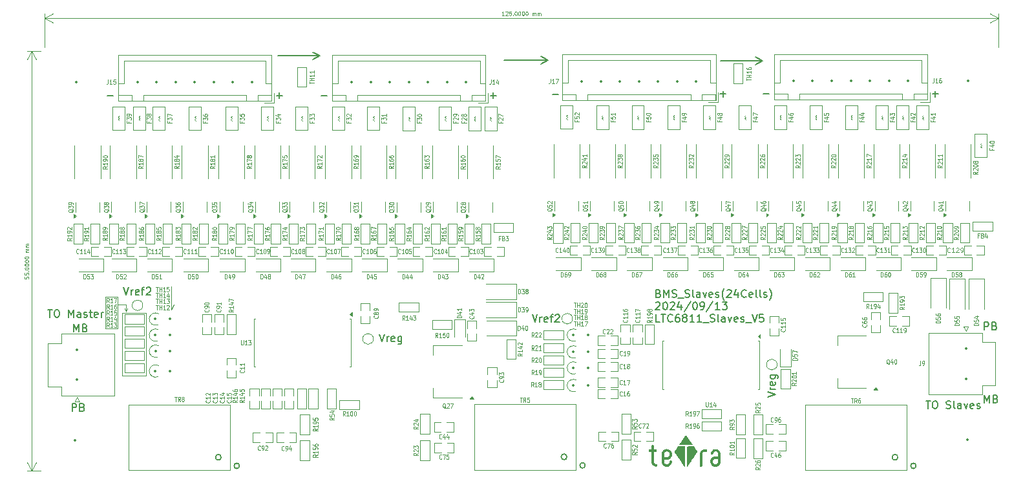
<source format=gbr>
%TF.GenerationSoftware,KiCad,Pcbnew,8.0.4*%
%TF.CreationDate,2024-09-13T15:55:04+09:00*%
%TF.ProjectId,LTC6811_ESP32_Slaves_V5,4c544336-3831-4315-9f45-535033325f53,rev?*%
%TF.SameCoordinates,Original*%
%TF.FileFunction,Legend,Top*%
%TF.FilePolarity,Positive*%
%FSLAX46Y46*%
G04 Gerber Fmt 4.6, Leading zero omitted, Abs format (unit mm)*
G04 Created by KiCad (PCBNEW 8.0.4) date 2024-09-13 15:55:04*
%MOMM*%
%LPD*%
G01*
G04 APERTURE LIST*
%ADD10C,0.120000*%
%ADD11C,0.150000*%
%ADD12C,0.100000*%
%ADD13C,0.010000*%
%ADD14C,0.350000*%
G04 APERTURE END LIST*
D10*
X243000000Y-147200000D02*
X244600000Y-147200000D01*
X244600000Y-151300000D01*
X243000000Y-151300000D01*
X243000000Y-147200000D01*
X245500000Y-148700000D02*
X245700000Y-149100000D01*
D11*
X265600000Y-115641928D02*
X271100000Y-115641928D01*
D10*
X245700000Y-149100000D02*
X245900000Y-148700000D01*
D11*
X328150000Y-115750000D02*
X329050000Y-116250000D01*
X329050000Y-116250000D02*
X328150000Y-116750000D01*
X271100000Y-115641928D02*
X270200000Y-116141928D01*
X323550000Y-116250000D02*
X329050000Y-116250000D01*
D10*
X244700000Y-148200000D02*
X245700000Y-148200000D01*
X245200000Y-149300000D02*
X248300000Y-149300000D01*
X248300000Y-157500000D01*
X245200000Y-157500000D01*
X245200000Y-149300000D01*
X245700000Y-149100000D02*
X245500000Y-148700000D01*
D11*
X295250000Y-116200000D02*
X300750000Y-116200000D01*
D10*
X245700000Y-148200000D02*
X245700000Y-149100000D01*
X251600000Y-148900000D02*
X252000000Y-148200000D01*
D11*
X270200000Y-115141928D02*
X271100000Y-115641928D01*
D10*
X251600000Y-145800000D02*
X251600000Y-148900000D01*
D11*
X300950000Y-116200000D02*
X300050000Y-116700000D01*
X300050000Y-115700000D02*
X300950000Y-116200000D01*
X271236779Y-120830794D02*
X271998684Y-120830794D01*
X301536779Y-120721938D02*
X302298684Y-120721938D01*
X238636779Y-162169819D02*
X238636779Y-161169819D01*
X238636779Y-161169819D02*
X239017731Y-161169819D01*
X239017731Y-161169819D02*
X239112969Y-161217438D01*
X239112969Y-161217438D02*
X239160588Y-161265057D01*
X239160588Y-161265057D02*
X239208207Y-161360295D01*
X239208207Y-161360295D02*
X239208207Y-161503152D01*
X239208207Y-161503152D02*
X239160588Y-161598390D01*
X239160588Y-161598390D02*
X239112969Y-161646009D01*
X239112969Y-161646009D02*
X239017731Y-161693628D01*
X239017731Y-161693628D02*
X238636779Y-161693628D01*
X239970112Y-161646009D02*
X240112969Y-161693628D01*
X240112969Y-161693628D02*
X240160588Y-161741247D01*
X240160588Y-161741247D02*
X240208207Y-161836485D01*
X240208207Y-161836485D02*
X240208207Y-161979342D01*
X240208207Y-161979342D02*
X240160588Y-162074580D01*
X240160588Y-162074580D02*
X240112969Y-162122200D01*
X240112969Y-162122200D02*
X240017731Y-162169819D01*
X240017731Y-162169819D02*
X239636779Y-162169819D01*
X239636779Y-162169819D02*
X239636779Y-161169819D01*
X239636779Y-161169819D02*
X239970112Y-161169819D01*
X239970112Y-161169819D02*
X240065350Y-161217438D01*
X240065350Y-161217438D02*
X240112969Y-161265057D01*
X240112969Y-161265057D02*
X240160588Y-161360295D01*
X240160588Y-161360295D02*
X240160588Y-161455533D01*
X240160588Y-161455533D02*
X240112969Y-161550771D01*
X240112969Y-161550771D02*
X240065350Y-161598390D01*
X240065350Y-161598390D02*
X239970112Y-161646009D01*
X239970112Y-161646009D02*
X239636779Y-161646009D01*
X329186779Y-120621938D02*
X329948684Y-120621938D01*
X358136779Y-151519819D02*
X358136779Y-150519819D01*
X358136779Y-150519819D02*
X358517731Y-150519819D01*
X358517731Y-150519819D02*
X358612969Y-150567438D01*
X358612969Y-150567438D02*
X358660588Y-150615057D01*
X358660588Y-150615057D02*
X358708207Y-150710295D01*
X358708207Y-150710295D02*
X358708207Y-150853152D01*
X358708207Y-150853152D02*
X358660588Y-150948390D01*
X358660588Y-150948390D02*
X358612969Y-150996009D01*
X358612969Y-150996009D02*
X358517731Y-151043628D01*
X358517731Y-151043628D02*
X358136779Y-151043628D01*
X359470112Y-150996009D02*
X359612969Y-151043628D01*
X359612969Y-151043628D02*
X359660588Y-151091247D01*
X359660588Y-151091247D02*
X359708207Y-151186485D01*
X359708207Y-151186485D02*
X359708207Y-151329342D01*
X359708207Y-151329342D02*
X359660588Y-151424580D01*
X359660588Y-151424580D02*
X359612969Y-151472200D01*
X359612969Y-151472200D02*
X359517731Y-151519819D01*
X359517731Y-151519819D02*
X359136779Y-151519819D01*
X359136779Y-151519819D02*
X359136779Y-150519819D01*
X359136779Y-150519819D02*
X359470112Y-150519819D01*
X359470112Y-150519819D02*
X359565350Y-150567438D01*
X359565350Y-150567438D02*
X359612969Y-150615057D01*
X359612969Y-150615057D02*
X359660588Y-150710295D01*
X359660588Y-150710295D02*
X359660588Y-150805533D01*
X359660588Y-150805533D02*
X359612969Y-150900771D01*
X359612969Y-150900771D02*
X359565350Y-150948390D01*
X359565350Y-150948390D02*
X359470112Y-150996009D01*
X359470112Y-150996009D02*
X359136779Y-150996009D01*
X358136779Y-161069819D02*
X358136779Y-160069819D01*
X358136779Y-160069819D02*
X358470112Y-160784104D01*
X358470112Y-160784104D02*
X358803445Y-160069819D01*
X358803445Y-160069819D02*
X358803445Y-161069819D01*
X359612969Y-160546009D02*
X359755826Y-160593628D01*
X359755826Y-160593628D02*
X359803445Y-160641247D01*
X359803445Y-160641247D02*
X359851064Y-160736485D01*
X359851064Y-160736485D02*
X359851064Y-160879342D01*
X359851064Y-160879342D02*
X359803445Y-160974580D01*
X359803445Y-160974580D02*
X359755826Y-161022200D01*
X359755826Y-161022200D02*
X359660588Y-161069819D01*
X359660588Y-161069819D02*
X359279636Y-161069819D01*
X359279636Y-161069819D02*
X359279636Y-160069819D01*
X359279636Y-160069819D02*
X359612969Y-160069819D01*
X359612969Y-160069819D02*
X359708207Y-160117438D01*
X359708207Y-160117438D02*
X359755826Y-160165057D01*
X359755826Y-160165057D02*
X359803445Y-160260295D01*
X359803445Y-160260295D02*
X359803445Y-160355533D01*
X359803445Y-160355533D02*
X359755826Y-160450771D01*
X359755826Y-160450771D02*
X359708207Y-160498390D01*
X359708207Y-160498390D02*
X359612969Y-160546009D01*
X359612969Y-160546009D02*
X359279636Y-160546009D01*
X351336779Y-120638866D02*
X352098684Y-120638866D01*
X351717731Y-121019819D02*
X351717731Y-120257914D01*
X265386779Y-120830794D02*
X266148684Y-120830794D01*
X265767731Y-121211747D02*
X265767731Y-120449842D01*
X238836779Y-151769819D02*
X238836779Y-150769819D01*
X238836779Y-150769819D02*
X239170112Y-151484104D01*
X239170112Y-151484104D02*
X239503445Y-150769819D01*
X239503445Y-150769819D02*
X239503445Y-151769819D01*
X240312969Y-151246009D02*
X240455826Y-151293628D01*
X240455826Y-151293628D02*
X240503445Y-151341247D01*
X240503445Y-151341247D02*
X240551064Y-151436485D01*
X240551064Y-151436485D02*
X240551064Y-151579342D01*
X240551064Y-151579342D02*
X240503445Y-151674580D01*
X240503445Y-151674580D02*
X240455826Y-151722200D01*
X240455826Y-151722200D02*
X240360588Y-151769819D01*
X240360588Y-151769819D02*
X239979636Y-151769819D01*
X239979636Y-151769819D02*
X239979636Y-150769819D01*
X239979636Y-150769819D02*
X240312969Y-150769819D01*
X240312969Y-150769819D02*
X240408207Y-150817438D01*
X240408207Y-150817438D02*
X240455826Y-150865057D01*
X240455826Y-150865057D02*
X240503445Y-150960295D01*
X240503445Y-150960295D02*
X240503445Y-151055533D01*
X240503445Y-151055533D02*
X240455826Y-151150771D01*
X240455826Y-151150771D02*
X240408207Y-151198390D01*
X240408207Y-151198390D02*
X240312969Y-151246009D01*
X240312969Y-151246009D02*
X239979636Y-151246009D01*
X315470112Y-146726121D02*
X315612969Y-146773740D01*
X315612969Y-146773740D02*
X315660588Y-146821359D01*
X315660588Y-146821359D02*
X315708207Y-146916597D01*
X315708207Y-146916597D02*
X315708207Y-147059454D01*
X315708207Y-147059454D02*
X315660588Y-147154692D01*
X315660588Y-147154692D02*
X315612969Y-147202312D01*
X315612969Y-147202312D02*
X315517731Y-147249931D01*
X315517731Y-147249931D02*
X315136779Y-147249931D01*
X315136779Y-147249931D02*
X315136779Y-146249931D01*
X315136779Y-146249931D02*
X315470112Y-146249931D01*
X315470112Y-146249931D02*
X315565350Y-146297550D01*
X315565350Y-146297550D02*
X315612969Y-146345169D01*
X315612969Y-146345169D02*
X315660588Y-146440407D01*
X315660588Y-146440407D02*
X315660588Y-146535645D01*
X315660588Y-146535645D02*
X315612969Y-146630883D01*
X315612969Y-146630883D02*
X315565350Y-146678502D01*
X315565350Y-146678502D02*
X315470112Y-146726121D01*
X315470112Y-146726121D02*
X315136779Y-146726121D01*
X316136779Y-147249931D02*
X316136779Y-146249931D01*
X316136779Y-146249931D02*
X316470112Y-146964216D01*
X316470112Y-146964216D02*
X316803445Y-146249931D01*
X316803445Y-146249931D02*
X316803445Y-147249931D01*
X317232017Y-147202312D02*
X317374874Y-147249931D01*
X317374874Y-147249931D02*
X317612969Y-147249931D01*
X317612969Y-147249931D02*
X317708207Y-147202312D01*
X317708207Y-147202312D02*
X317755826Y-147154692D01*
X317755826Y-147154692D02*
X317803445Y-147059454D01*
X317803445Y-147059454D02*
X317803445Y-146964216D01*
X317803445Y-146964216D02*
X317755826Y-146868978D01*
X317755826Y-146868978D02*
X317708207Y-146821359D01*
X317708207Y-146821359D02*
X317612969Y-146773740D01*
X317612969Y-146773740D02*
X317422493Y-146726121D01*
X317422493Y-146726121D02*
X317327255Y-146678502D01*
X317327255Y-146678502D02*
X317279636Y-146630883D01*
X317279636Y-146630883D02*
X317232017Y-146535645D01*
X317232017Y-146535645D02*
X317232017Y-146440407D01*
X317232017Y-146440407D02*
X317279636Y-146345169D01*
X317279636Y-146345169D02*
X317327255Y-146297550D01*
X317327255Y-146297550D02*
X317422493Y-146249931D01*
X317422493Y-146249931D02*
X317660588Y-146249931D01*
X317660588Y-146249931D02*
X317803445Y-146297550D01*
X317993922Y-147345169D02*
X318755826Y-147345169D01*
X318946303Y-147202312D02*
X319089160Y-147249931D01*
X319089160Y-147249931D02*
X319327255Y-147249931D01*
X319327255Y-147249931D02*
X319422493Y-147202312D01*
X319422493Y-147202312D02*
X319470112Y-147154692D01*
X319470112Y-147154692D02*
X319517731Y-147059454D01*
X319517731Y-147059454D02*
X319517731Y-146964216D01*
X319517731Y-146964216D02*
X319470112Y-146868978D01*
X319470112Y-146868978D02*
X319422493Y-146821359D01*
X319422493Y-146821359D02*
X319327255Y-146773740D01*
X319327255Y-146773740D02*
X319136779Y-146726121D01*
X319136779Y-146726121D02*
X319041541Y-146678502D01*
X319041541Y-146678502D02*
X318993922Y-146630883D01*
X318993922Y-146630883D02*
X318946303Y-146535645D01*
X318946303Y-146535645D02*
X318946303Y-146440407D01*
X318946303Y-146440407D02*
X318993922Y-146345169D01*
X318993922Y-146345169D02*
X319041541Y-146297550D01*
X319041541Y-146297550D02*
X319136779Y-146249931D01*
X319136779Y-146249931D02*
X319374874Y-146249931D01*
X319374874Y-146249931D02*
X319517731Y-146297550D01*
X320089160Y-147249931D02*
X319993922Y-147202312D01*
X319993922Y-147202312D02*
X319946303Y-147107073D01*
X319946303Y-147107073D02*
X319946303Y-146249931D01*
X320898684Y-147249931D02*
X320898684Y-146726121D01*
X320898684Y-146726121D02*
X320851065Y-146630883D01*
X320851065Y-146630883D02*
X320755827Y-146583264D01*
X320755827Y-146583264D02*
X320565351Y-146583264D01*
X320565351Y-146583264D02*
X320470113Y-146630883D01*
X320898684Y-147202312D02*
X320803446Y-147249931D01*
X320803446Y-147249931D02*
X320565351Y-147249931D01*
X320565351Y-147249931D02*
X320470113Y-147202312D01*
X320470113Y-147202312D02*
X320422494Y-147107073D01*
X320422494Y-147107073D02*
X320422494Y-147011835D01*
X320422494Y-147011835D02*
X320470113Y-146916597D01*
X320470113Y-146916597D02*
X320565351Y-146868978D01*
X320565351Y-146868978D02*
X320803446Y-146868978D01*
X320803446Y-146868978D02*
X320898684Y-146821359D01*
X321279637Y-146583264D02*
X321517732Y-147249931D01*
X321517732Y-147249931D02*
X321755827Y-146583264D01*
X322517732Y-147202312D02*
X322422494Y-147249931D01*
X322422494Y-147249931D02*
X322232018Y-147249931D01*
X322232018Y-147249931D02*
X322136780Y-147202312D01*
X322136780Y-147202312D02*
X322089161Y-147107073D01*
X322089161Y-147107073D02*
X322089161Y-146726121D01*
X322089161Y-146726121D02*
X322136780Y-146630883D01*
X322136780Y-146630883D02*
X322232018Y-146583264D01*
X322232018Y-146583264D02*
X322422494Y-146583264D01*
X322422494Y-146583264D02*
X322517732Y-146630883D01*
X322517732Y-146630883D02*
X322565351Y-146726121D01*
X322565351Y-146726121D02*
X322565351Y-146821359D01*
X322565351Y-146821359D02*
X322089161Y-146916597D01*
X322946304Y-147202312D02*
X323041542Y-147249931D01*
X323041542Y-147249931D02*
X323232018Y-147249931D01*
X323232018Y-147249931D02*
X323327256Y-147202312D01*
X323327256Y-147202312D02*
X323374875Y-147107073D01*
X323374875Y-147107073D02*
X323374875Y-147059454D01*
X323374875Y-147059454D02*
X323327256Y-146964216D01*
X323327256Y-146964216D02*
X323232018Y-146916597D01*
X323232018Y-146916597D02*
X323089161Y-146916597D01*
X323089161Y-146916597D02*
X322993923Y-146868978D01*
X322993923Y-146868978D02*
X322946304Y-146773740D01*
X322946304Y-146773740D02*
X322946304Y-146726121D01*
X322946304Y-146726121D02*
X322993923Y-146630883D01*
X322993923Y-146630883D02*
X323089161Y-146583264D01*
X323089161Y-146583264D02*
X323232018Y-146583264D01*
X323232018Y-146583264D02*
X323327256Y-146630883D01*
X324089161Y-147630883D02*
X324041542Y-147583264D01*
X324041542Y-147583264D02*
X323946304Y-147440407D01*
X323946304Y-147440407D02*
X323898685Y-147345169D01*
X323898685Y-147345169D02*
X323851066Y-147202312D01*
X323851066Y-147202312D02*
X323803447Y-146964216D01*
X323803447Y-146964216D02*
X323803447Y-146773740D01*
X323803447Y-146773740D02*
X323851066Y-146535645D01*
X323851066Y-146535645D02*
X323898685Y-146392788D01*
X323898685Y-146392788D02*
X323946304Y-146297550D01*
X323946304Y-146297550D02*
X324041542Y-146154692D01*
X324041542Y-146154692D02*
X324089161Y-146107073D01*
X324422495Y-146345169D02*
X324470114Y-146297550D01*
X324470114Y-146297550D02*
X324565352Y-146249931D01*
X324565352Y-146249931D02*
X324803447Y-146249931D01*
X324803447Y-146249931D02*
X324898685Y-146297550D01*
X324898685Y-146297550D02*
X324946304Y-146345169D01*
X324946304Y-146345169D02*
X324993923Y-146440407D01*
X324993923Y-146440407D02*
X324993923Y-146535645D01*
X324993923Y-146535645D02*
X324946304Y-146678502D01*
X324946304Y-146678502D02*
X324374876Y-147249931D01*
X324374876Y-147249931D02*
X324993923Y-147249931D01*
X325851066Y-146583264D02*
X325851066Y-147249931D01*
X325612971Y-146202312D02*
X325374876Y-146916597D01*
X325374876Y-146916597D02*
X325993923Y-146916597D01*
X326946304Y-147154692D02*
X326898685Y-147202312D01*
X326898685Y-147202312D02*
X326755828Y-147249931D01*
X326755828Y-147249931D02*
X326660590Y-147249931D01*
X326660590Y-147249931D02*
X326517733Y-147202312D01*
X326517733Y-147202312D02*
X326422495Y-147107073D01*
X326422495Y-147107073D02*
X326374876Y-147011835D01*
X326374876Y-147011835D02*
X326327257Y-146821359D01*
X326327257Y-146821359D02*
X326327257Y-146678502D01*
X326327257Y-146678502D02*
X326374876Y-146488026D01*
X326374876Y-146488026D02*
X326422495Y-146392788D01*
X326422495Y-146392788D02*
X326517733Y-146297550D01*
X326517733Y-146297550D02*
X326660590Y-146249931D01*
X326660590Y-146249931D02*
X326755828Y-146249931D01*
X326755828Y-146249931D02*
X326898685Y-146297550D01*
X326898685Y-146297550D02*
X326946304Y-146345169D01*
X327755828Y-147202312D02*
X327660590Y-147249931D01*
X327660590Y-147249931D02*
X327470114Y-147249931D01*
X327470114Y-147249931D02*
X327374876Y-147202312D01*
X327374876Y-147202312D02*
X327327257Y-147107073D01*
X327327257Y-147107073D02*
X327327257Y-146726121D01*
X327327257Y-146726121D02*
X327374876Y-146630883D01*
X327374876Y-146630883D02*
X327470114Y-146583264D01*
X327470114Y-146583264D02*
X327660590Y-146583264D01*
X327660590Y-146583264D02*
X327755828Y-146630883D01*
X327755828Y-146630883D02*
X327803447Y-146726121D01*
X327803447Y-146726121D02*
X327803447Y-146821359D01*
X327803447Y-146821359D02*
X327327257Y-146916597D01*
X328374876Y-147249931D02*
X328279638Y-147202312D01*
X328279638Y-147202312D02*
X328232019Y-147107073D01*
X328232019Y-147107073D02*
X328232019Y-146249931D01*
X328898686Y-147249931D02*
X328803448Y-147202312D01*
X328803448Y-147202312D02*
X328755829Y-147107073D01*
X328755829Y-147107073D02*
X328755829Y-146249931D01*
X329232020Y-147202312D02*
X329327258Y-147249931D01*
X329327258Y-147249931D02*
X329517734Y-147249931D01*
X329517734Y-147249931D02*
X329612972Y-147202312D01*
X329612972Y-147202312D02*
X329660591Y-147107073D01*
X329660591Y-147107073D02*
X329660591Y-147059454D01*
X329660591Y-147059454D02*
X329612972Y-146964216D01*
X329612972Y-146964216D02*
X329517734Y-146916597D01*
X329517734Y-146916597D02*
X329374877Y-146916597D01*
X329374877Y-146916597D02*
X329279639Y-146868978D01*
X329279639Y-146868978D02*
X329232020Y-146773740D01*
X329232020Y-146773740D02*
X329232020Y-146726121D01*
X329232020Y-146726121D02*
X329279639Y-146630883D01*
X329279639Y-146630883D02*
X329374877Y-146583264D01*
X329374877Y-146583264D02*
X329517734Y-146583264D01*
X329517734Y-146583264D02*
X329612972Y-146630883D01*
X329993925Y-147630883D02*
X330041544Y-147583264D01*
X330041544Y-147583264D02*
X330136782Y-147440407D01*
X330136782Y-147440407D02*
X330184401Y-147345169D01*
X330184401Y-147345169D02*
X330232020Y-147202312D01*
X330232020Y-147202312D02*
X330279639Y-146964216D01*
X330279639Y-146964216D02*
X330279639Y-146773740D01*
X330279639Y-146773740D02*
X330232020Y-146535645D01*
X330232020Y-146535645D02*
X330184401Y-146392788D01*
X330184401Y-146392788D02*
X330136782Y-146297550D01*
X330136782Y-146297550D02*
X330041544Y-146154692D01*
X330041544Y-146154692D02*
X329993925Y-146107073D01*
X315089160Y-147955113D02*
X315136779Y-147907494D01*
X315136779Y-147907494D02*
X315232017Y-147859875D01*
X315232017Y-147859875D02*
X315470112Y-147859875D01*
X315470112Y-147859875D02*
X315565350Y-147907494D01*
X315565350Y-147907494D02*
X315612969Y-147955113D01*
X315612969Y-147955113D02*
X315660588Y-148050351D01*
X315660588Y-148050351D02*
X315660588Y-148145589D01*
X315660588Y-148145589D02*
X315612969Y-148288446D01*
X315612969Y-148288446D02*
X315041541Y-148859875D01*
X315041541Y-148859875D02*
X315660588Y-148859875D01*
X316279636Y-147859875D02*
X316374874Y-147859875D01*
X316374874Y-147859875D02*
X316470112Y-147907494D01*
X316470112Y-147907494D02*
X316517731Y-147955113D01*
X316517731Y-147955113D02*
X316565350Y-148050351D01*
X316565350Y-148050351D02*
X316612969Y-148240827D01*
X316612969Y-148240827D02*
X316612969Y-148478922D01*
X316612969Y-148478922D02*
X316565350Y-148669398D01*
X316565350Y-148669398D02*
X316517731Y-148764636D01*
X316517731Y-148764636D02*
X316470112Y-148812256D01*
X316470112Y-148812256D02*
X316374874Y-148859875D01*
X316374874Y-148859875D02*
X316279636Y-148859875D01*
X316279636Y-148859875D02*
X316184398Y-148812256D01*
X316184398Y-148812256D02*
X316136779Y-148764636D01*
X316136779Y-148764636D02*
X316089160Y-148669398D01*
X316089160Y-148669398D02*
X316041541Y-148478922D01*
X316041541Y-148478922D02*
X316041541Y-148240827D01*
X316041541Y-148240827D02*
X316089160Y-148050351D01*
X316089160Y-148050351D02*
X316136779Y-147955113D01*
X316136779Y-147955113D02*
X316184398Y-147907494D01*
X316184398Y-147907494D02*
X316279636Y-147859875D01*
X316993922Y-147955113D02*
X317041541Y-147907494D01*
X317041541Y-147907494D02*
X317136779Y-147859875D01*
X317136779Y-147859875D02*
X317374874Y-147859875D01*
X317374874Y-147859875D02*
X317470112Y-147907494D01*
X317470112Y-147907494D02*
X317517731Y-147955113D01*
X317517731Y-147955113D02*
X317565350Y-148050351D01*
X317565350Y-148050351D02*
X317565350Y-148145589D01*
X317565350Y-148145589D02*
X317517731Y-148288446D01*
X317517731Y-148288446D02*
X316946303Y-148859875D01*
X316946303Y-148859875D02*
X317565350Y-148859875D01*
X318422493Y-148193208D02*
X318422493Y-148859875D01*
X318184398Y-147812256D02*
X317946303Y-148526541D01*
X317946303Y-148526541D02*
X318565350Y-148526541D01*
X319660588Y-147812256D02*
X318803446Y-149097970D01*
X320184398Y-147859875D02*
X320279636Y-147859875D01*
X320279636Y-147859875D02*
X320374874Y-147907494D01*
X320374874Y-147907494D02*
X320422493Y-147955113D01*
X320422493Y-147955113D02*
X320470112Y-148050351D01*
X320470112Y-148050351D02*
X320517731Y-148240827D01*
X320517731Y-148240827D02*
X320517731Y-148478922D01*
X320517731Y-148478922D02*
X320470112Y-148669398D01*
X320470112Y-148669398D02*
X320422493Y-148764636D01*
X320422493Y-148764636D02*
X320374874Y-148812256D01*
X320374874Y-148812256D02*
X320279636Y-148859875D01*
X320279636Y-148859875D02*
X320184398Y-148859875D01*
X320184398Y-148859875D02*
X320089160Y-148812256D01*
X320089160Y-148812256D02*
X320041541Y-148764636D01*
X320041541Y-148764636D02*
X319993922Y-148669398D01*
X319993922Y-148669398D02*
X319946303Y-148478922D01*
X319946303Y-148478922D02*
X319946303Y-148240827D01*
X319946303Y-148240827D02*
X319993922Y-148050351D01*
X319993922Y-148050351D02*
X320041541Y-147955113D01*
X320041541Y-147955113D02*
X320089160Y-147907494D01*
X320089160Y-147907494D02*
X320184398Y-147859875D01*
X320993922Y-148859875D02*
X321184398Y-148859875D01*
X321184398Y-148859875D02*
X321279636Y-148812256D01*
X321279636Y-148812256D02*
X321327255Y-148764636D01*
X321327255Y-148764636D02*
X321422493Y-148621779D01*
X321422493Y-148621779D02*
X321470112Y-148431303D01*
X321470112Y-148431303D02*
X321470112Y-148050351D01*
X321470112Y-148050351D02*
X321422493Y-147955113D01*
X321422493Y-147955113D02*
X321374874Y-147907494D01*
X321374874Y-147907494D02*
X321279636Y-147859875D01*
X321279636Y-147859875D02*
X321089160Y-147859875D01*
X321089160Y-147859875D02*
X320993922Y-147907494D01*
X320993922Y-147907494D02*
X320946303Y-147955113D01*
X320946303Y-147955113D02*
X320898684Y-148050351D01*
X320898684Y-148050351D02*
X320898684Y-148288446D01*
X320898684Y-148288446D02*
X320946303Y-148383684D01*
X320946303Y-148383684D02*
X320993922Y-148431303D01*
X320993922Y-148431303D02*
X321089160Y-148478922D01*
X321089160Y-148478922D02*
X321279636Y-148478922D01*
X321279636Y-148478922D02*
X321374874Y-148431303D01*
X321374874Y-148431303D02*
X321422493Y-148383684D01*
X321422493Y-148383684D02*
X321470112Y-148288446D01*
X322612969Y-147812256D02*
X321755827Y-149097970D01*
X323470112Y-148859875D02*
X322898684Y-148859875D01*
X323184398Y-148859875D02*
X323184398Y-147859875D01*
X323184398Y-147859875D02*
X323089160Y-148002732D01*
X323089160Y-148002732D02*
X322993922Y-148097970D01*
X322993922Y-148097970D02*
X322898684Y-148145589D01*
X323803446Y-147859875D02*
X324422493Y-147859875D01*
X324422493Y-147859875D02*
X324089160Y-148240827D01*
X324089160Y-148240827D02*
X324232017Y-148240827D01*
X324232017Y-148240827D02*
X324327255Y-148288446D01*
X324327255Y-148288446D02*
X324374874Y-148336065D01*
X324374874Y-148336065D02*
X324422493Y-148431303D01*
X324422493Y-148431303D02*
X324422493Y-148669398D01*
X324422493Y-148669398D02*
X324374874Y-148764636D01*
X324374874Y-148764636D02*
X324327255Y-148812256D01*
X324327255Y-148812256D02*
X324232017Y-148859875D01*
X324232017Y-148859875D02*
X323946303Y-148859875D01*
X323946303Y-148859875D02*
X323851065Y-148812256D01*
X323851065Y-148812256D02*
X323803446Y-148764636D01*
X315612969Y-150469819D02*
X315136779Y-150469819D01*
X315136779Y-150469819D02*
X315136779Y-149469819D01*
X315803446Y-149469819D02*
X316374874Y-149469819D01*
X316089160Y-150469819D02*
X316089160Y-149469819D01*
X317279636Y-150374580D02*
X317232017Y-150422200D01*
X317232017Y-150422200D02*
X317089160Y-150469819D01*
X317089160Y-150469819D02*
X316993922Y-150469819D01*
X316993922Y-150469819D02*
X316851065Y-150422200D01*
X316851065Y-150422200D02*
X316755827Y-150326961D01*
X316755827Y-150326961D02*
X316708208Y-150231723D01*
X316708208Y-150231723D02*
X316660589Y-150041247D01*
X316660589Y-150041247D02*
X316660589Y-149898390D01*
X316660589Y-149898390D02*
X316708208Y-149707914D01*
X316708208Y-149707914D02*
X316755827Y-149612676D01*
X316755827Y-149612676D02*
X316851065Y-149517438D01*
X316851065Y-149517438D02*
X316993922Y-149469819D01*
X316993922Y-149469819D02*
X317089160Y-149469819D01*
X317089160Y-149469819D02*
X317232017Y-149517438D01*
X317232017Y-149517438D02*
X317279636Y-149565057D01*
X318136779Y-149469819D02*
X317946303Y-149469819D01*
X317946303Y-149469819D02*
X317851065Y-149517438D01*
X317851065Y-149517438D02*
X317803446Y-149565057D01*
X317803446Y-149565057D02*
X317708208Y-149707914D01*
X317708208Y-149707914D02*
X317660589Y-149898390D01*
X317660589Y-149898390D02*
X317660589Y-150279342D01*
X317660589Y-150279342D02*
X317708208Y-150374580D01*
X317708208Y-150374580D02*
X317755827Y-150422200D01*
X317755827Y-150422200D02*
X317851065Y-150469819D01*
X317851065Y-150469819D02*
X318041541Y-150469819D01*
X318041541Y-150469819D02*
X318136779Y-150422200D01*
X318136779Y-150422200D02*
X318184398Y-150374580D01*
X318184398Y-150374580D02*
X318232017Y-150279342D01*
X318232017Y-150279342D02*
X318232017Y-150041247D01*
X318232017Y-150041247D02*
X318184398Y-149946009D01*
X318184398Y-149946009D02*
X318136779Y-149898390D01*
X318136779Y-149898390D02*
X318041541Y-149850771D01*
X318041541Y-149850771D02*
X317851065Y-149850771D01*
X317851065Y-149850771D02*
X317755827Y-149898390D01*
X317755827Y-149898390D02*
X317708208Y-149946009D01*
X317708208Y-149946009D02*
X317660589Y-150041247D01*
X318803446Y-149898390D02*
X318708208Y-149850771D01*
X318708208Y-149850771D02*
X318660589Y-149803152D01*
X318660589Y-149803152D02*
X318612970Y-149707914D01*
X318612970Y-149707914D02*
X318612970Y-149660295D01*
X318612970Y-149660295D02*
X318660589Y-149565057D01*
X318660589Y-149565057D02*
X318708208Y-149517438D01*
X318708208Y-149517438D02*
X318803446Y-149469819D01*
X318803446Y-149469819D02*
X318993922Y-149469819D01*
X318993922Y-149469819D02*
X319089160Y-149517438D01*
X319089160Y-149517438D02*
X319136779Y-149565057D01*
X319136779Y-149565057D02*
X319184398Y-149660295D01*
X319184398Y-149660295D02*
X319184398Y-149707914D01*
X319184398Y-149707914D02*
X319136779Y-149803152D01*
X319136779Y-149803152D02*
X319089160Y-149850771D01*
X319089160Y-149850771D02*
X318993922Y-149898390D01*
X318993922Y-149898390D02*
X318803446Y-149898390D01*
X318803446Y-149898390D02*
X318708208Y-149946009D01*
X318708208Y-149946009D02*
X318660589Y-149993628D01*
X318660589Y-149993628D02*
X318612970Y-150088866D01*
X318612970Y-150088866D02*
X318612970Y-150279342D01*
X318612970Y-150279342D02*
X318660589Y-150374580D01*
X318660589Y-150374580D02*
X318708208Y-150422200D01*
X318708208Y-150422200D02*
X318803446Y-150469819D01*
X318803446Y-150469819D02*
X318993922Y-150469819D01*
X318993922Y-150469819D02*
X319089160Y-150422200D01*
X319089160Y-150422200D02*
X319136779Y-150374580D01*
X319136779Y-150374580D02*
X319184398Y-150279342D01*
X319184398Y-150279342D02*
X319184398Y-150088866D01*
X319184398Y-150088866D02*
X319136779Y-149993628D01*
X319136779Y-149993628D02*
X319089160Y-149946009D01*
X319089160Y-149946009D02*
X318993922Y-149898390D01*
X320136779Y-150469819D02*
X319565351Y-150469819D01*
X319851065Y-150469819D02*
X319851065Y-149469819D01*
X319851065Y-149469819D02*
X319755827Y-149612676D01*
X319755827Y-149612676D02*
X319660589Y-149707914D01*
X319660589Y-149707914D02*
X319565351Y-149755533D01*
X321089160Y-150469819D02*
X320517732Y-150469819D01*
X320803446Y-150469819D02*
X320803446Y-149469819D01*
X320803446Y-149469819D02*
X320708208Y-149612676D01*
X320708208Y-149612676D02*
X320612970Y-149707914D01*
X320612970Y-149707914D02*
X320517732Y-149755533D01*
X321279637Y-150565057D02*
X322041541Y-150565057D01*
X322232018Y-150422200D02*
X322374875Y-150469819D01*
X322374875Y-150469819D02*
X322612970Y-150469819D01*
X322612970Y-150469819D02*
X322708208Y-150422200D01*
X322708208Y-150422200D02*
X322755827Y-150374580D01*
X322755827Y-150374580D02*
X322803446Y-150279342D01*
X322803446Y-150279342D02*
X322803446Y-150184104D01*
X322803446Y-150184104D02*
X322755827Y-150088866D01*
X322755827Y-150088866D02*
X322708208Y-150041247D01*
X322708208Y-150041247D02*
X322612970Y-149993628D01*
X322612970Y-149993628D02*
X322422494Y-149946009D01*
X322422494Y-149946009D02*
X322327256Y-149898390D01*
X322327256Y-149898390D02*
X322279637Y-149850771D01*
X322279637Y-149850771D02*
X322232018Y-149755533D01*
X322232018Y-149755533D02*
X322232018Y-149660295D01*
X322232018Y-149660295D02*
X322279637Y-149565057D01*
X322279637Y-149565057D02*
X322327256Y-149517438D01*
X322327256Y-149517438D02*
X322422494Y-149469819D01*
X322422494Y-149469819D02*
X322660589Y-149469819D01*
X322660589Y-149469819D02*
X322803446Y-149517438D01*
X323374875Y-150469819D02*
X323279637Y-150422200D01*
X323279637Y-150422200D02*
X323232018Y-150326961D01*
X323232018Y-150326961D02*
X323232018Y-149469819D01*
X324184399Y-150469819D02*
X324184399Y-149946009D01*
X324184399Y-149946009D02*
X324136780Y-149850771D01*
X324136780Y-149850771D02*
X324041542Y-149803152D01*
X324041542Y-149803152D02*
X323851066Y-149803152D01*
X323851066Y-149803152D02*
X323755828Y-149850771D01*
X324184399Y-150422200D02*
X324089161Y-150469819D01*
X324089161Y-150469819D02*
X323851066Y-150469819D01*
X323851066Y-150469819D02*
X323755828Y-150422200D01*
X323755828Y-150422200D02*
X323708209Y-150326961D01*
X323708209Y-150326961D02*
X323708209Y-150231723D01*
X323708209Y-150231723D02*
X323755828Y-150136485D01*
X323755828Y-150136485D02*
X323851066Y-150088866D01*
X323851066Y-150088866D02*
X324089161Y-150088866D01*
X324089161Y-150088866D02*
X324184399Y-150041247D01*
X324565352Y-149803152D02*
X324803447Y-150469819D01*
X324803447Y-150469819D02*
X325041542Y-149803152D01*
X325803447Y-150422200D02*
X325708209Y-150469819D01*
X325708209Y-150469819D02*
X325517733Y-150469819D01*
X325517733Y-150469819D02*
X325422495Y-150422200D01*
X325422495Y-150422200D02*
X325374876Y-150326961D01*
X325374876Y-150326961D02*
X325374876Y-149946009D01*
X325374876Y-149946009D02*
X325422495Y-149850771D01*
X325422495Y-149850771D02*
X325517733Y-149803152D01*
X325517733Y-149803152D02*
X325708209Y-149803152D01*
X325708209Y-149803152D02*
X325803447Y-149850771D01*
X325803447Y-149850771D02*
X325851066Y-149946009D01*
X325851066Y-149946009D02*
X325851066Y-150041247D01*
X325851066Y-150041247D02*
X325374876Y-150136485D01*
X326232019Y-150422200D02*
X326327257Y-150469819D01*
X326327257Y-150469819D02*
X326517733Y-150469819D01*
X326517733Y-150469819D02*
X326612971Y-150422200D01*
X326612971Y-150422200D02*
X326660590Y-150326961D01*
X326660590Y-150326961D02*
X326660590Y-150279342D01*
X326660590Y-150279342D02*
X326612971Y-150184104D01*
X326612971Y-150184104D02*
X326517733Y-150136485D01*
X326517733Y-150136485D02*
X326374876Y-150136485D01*
X326374876Y-150136485D02*
X326279638Y-150088866D01*
X326279638Y-150088866D02*
X326232019Y-149993628D01*
X326232019Y-149993628D02*
X326232019Y-149946009D01*
X326232019Y-149946009D02*
X326279638Y-149850771D01*
X326279638Y-149850771D02*
X326374876Y-149803152D01*
X326374876Y-149803152D02*
X326517733Y-149803152D01*
X326517733Y-149803152D02*
X326612971Y-149850771D01*
X326851067Y-150565057D02*
X327612971Y-150565057D01*
X327708210Y-149469819D02*
X328041543Y-150469819D01*
X328041543Y-150469819D02*
X328374876Y-149469819D01*
X329184400Y-149469819D02*
X328708210Y-149469819D01*
X328708210Y-149469819D02*
X328660591Y-149946009D01*
X328660591Y-149946009D02*
X328708210Y-149898390D01*
X328708210Y-149898390D02*
X328803448Y-149850771D01*
X328803448Y-149850771D02*
X329041543Y-149850771D01*
X329041543Y-149850771D02*
X329136781Y-149898390D01*
X329136781Y-149898390D02*
X329184400Y-149946009D01*
X329184400Y-149946009D02*
X329232019Y-150041247D01*
X329232019Y-150041247D02*
X329232019Y-150279342D01*
X329232019Y-150279342D02*
X329184400Y-150374580D01*
X329184400Y-150374580D02*
X329136781Y-150422200D01*
X329136781Y-150422200D02*
X329041543Y-150469819D01*
X329041543Y-150469819D02*
X328803448Y-150469819D01*
X328803448Y-150469819D02*
X328708210Y-150422200D01*
X328708210Y-150422200D02*
X328660591Y-150374580D01*
X243236779Y-120830794D02*
X243998684Y-120830794D01*
X293436779Y-120830794D02*
X294198684Y-120830794D01*
X293817731Y-121211747D02*
X293817731Y-120449842D01*
X323536779Y-120621938D02*
X324298684Y-120621938D01*
X323917731Y-121002891D02*
X323917731Y-120240986D01*
X350493922Y-160819819D02*
X351065350Y-160819819D01*
X350779636Y-161819819D02*
X350779636Y-160819819D01*
X351589160Y-160819819D02*
X351779636Y-160819819D01*
X351779636Y-160819819D02*
X351874874Y-160867438D01*
X351874874Y-160867438D02*
X351970112Y-160962676D01*
X351970112Y-160962676D02*
X352017731Y-161153152D01*
X352017731Y-161153152D02*
X352017731Y-161486485D01*
X352017731Y-161486485D02*
X351970112Y-161676961D01*
X351970112Y-161676961D02*
X351874874Y-161772200D01*
X351874874Y-161772200D02*
X351779636Y-161819819D01*
X351779636Y-161819819D02*
X351589160Y-161819819D01*
X351589160Y-161819819D02*
X351493922Y-161772200D01*
X351493922Y-161772200D02*
X351398684Y-161676961D01*
X351398684Y-161676961D02*
X351351065Y-161486485D01*
X351351065Y-161486485D02*
X351351065Y-161153152D01*
X351351065Y-161153152D02*
X351398684Y-160962676D01*
X351398684Y-160962676D02*
X351493922Y-160867438D01*
X351493922Y-160867438D02*
X351589160Y-160819819D01*
X353160589Y-161772200D02*
X353303446Y-161819819D01*
X353303446Y-161819819D02*
X353541541Y-161819819D01*
X353541541Y-161819819D02*
X353636779Y-161772200D01*
X353636779Y-161772200D02*
X353684398Y-161724580D01*
X353684398Y-161724580D02*
X353732017Y-161629342D01*
X353732017Y-161629342D02*
X353732017Y-161534104D01*
X353732017Y-161534104D02*
X353684398Y-161438866D01*
X353684398Y-161438866D02*
X353636779Y-161391247D01*
X353636779Y-161391247D02*
X353541541Y-161343628D01*
X353541541Y-161343628D02*
X353351065Y-161296009D01*
X353351065Y-161296009D02*
X353255827Y-161248390D01*
X353255827Y-161248390D02*
X353208208Y-161200771D01*
X353208208Y-161200771D02*
X353160589Y-161105533D01*
X353160589Y-161105533D02*
X353160589Y-161010295D01*
X353160589Y-161010295D02*
X353208208Y-160915057D01*
X353208208Y-160915057D02*
X353255827Y-160867438D01*
X353255827Y-160867438D02*
X353351065Y-160819819D01*
X353351065Y-160819819D02*
X353589160Y-160819819D01*
X353589160Y-160819819D02*
X353732017Y-160867438D01*
X354303446Y-161819819D02*
X354208208Y-161772200D01*
X354208208Y-161772200D02*
X354160589Y-161676961D01*
X354160589Y-161676961D02*
X354160589Y-160819819D01*
X355112970Y-161819819D02*
X355112970Y-161296009D01*
X355112970Y-161296009D02*
X355065351Y-161200771D01*
X355065351Y-161200771D02*
X354970113Y-161153152D01*
X354970113Y-161153152D02*
X354779637Y-161153152D01*
X354779637Y-161153152D02*
X354684399Y-161200771D01*
X355112970Y-161772200D02*
X355017732Y-161819819D01*
X355017732Y-161819819D02*
X354779637Y-161819819D01*
X354779637Y-161819819D02*
X354684399Y-161772200D01*
X354684399Y-161772200D02*
X354636780Y-161676961D01*
X354636780Y-161676961D02*
X354636780Y-161581723D01*
X354636780Y-161581723D02*
X354684399Y-161486485D01*
X354684399Y-161486485D02*
X354779637Y-161438866D01*
X354779637Y-161438866D02*
X355017732Y-161438866D01*
X355017732Y-161438866D02*
X355112970Y-161391247D01*
X355493923Y-161153152D02*
X355732018Y-161819819D01*
X355732018Y-161819819D02*
X355970113Y-161153152D01*
X356732018Y-161772200D02*
X356636780Y-161819819D01*
X356636780Y-161819819D02*
X356446304Y-161819819D01*
X356446304Y-161819819D02*
X356351066Y-161772200D01*
X356351066Y-161772200D02*
X356303447Y-161676961D01*
X356303447Y-161676961D02*
X356303447Y-161296009D01*
X356303447Y-161296009D02*
X356351066Y-161200771D01*
X356351066Y-161200771D02*
X356446304Y-161153152D01*
X356446304Y-161153152D02*
X356636780Y-161153152D01*
X356636780Y-161153152D02*
X356732018Y-161200771D01*
X356732018Y-161200771D02*
X356779637Y-161296009D01*
X356779637Y-161296009D02*
X356779637Y-161391247D01*
X356779637Y-161391247D02*
X356303447Y-161486485D01*
X357160590Y-161772200D02*
X357255828Y-161819819D01*
X357255828Y-161819819D02*
X357446304Y-161819819D01*
X357446304Y-161819819D02*
X357541542Y-161772200D01*
X357541542Y-161772200D02*
X357589161Y-161676961D01*
X357589161Y-161676961D02*
X357589161Y-161629342D01*
X357589161Y-161629342D02*
X357541542Y-161534104D01*
X357541542Y-161534104D02*
X357446304Y-161486485D01*
X357446304Y-161486485D02*
X357303447Y-161486485D01*
X357303447Y-161486485D02*
X357208209Y-161438866D01*
X357208209Y-161438866D02*
X357160590Y-161343628D01*
X357160590Y-161343628D02*
X357160590Y-161296009D01*
X357160590Y-161296009D02*
X357208209Y-161200771D01*
X357208209Y-161200771D02*
X357303447Y-161153152D01*
X357303447Y-161153152D02*
X357446304Y-161153152D01*
X357446304Y-161153152D02*
X357541542Y-161200771D01*
X235443922Y-148869819D02*
X236015350Y-148869819D01*
X235729636Y-149869819D02*
X235729636Y-148869819D01*
X236539160Y-148869819D02*
X236729636Y-148869819D01*
X236729636Y-148869819D02*
X236824874Y-148917438D01*
X236824874Y-148917438D02*
X236920112Y-149012676D01*
X236920112Y-149012676D02*
X236967731Y-149203152D01*
X236967731Y-149203152D02*
X236967731Y-149536485D01*
X236967731Y-149536485D02*
X236920112Y-149726961D01*
X236920112Y-149726961D02*
X236824874Y-149822200D01*
X236824874Y-149822200D02*
X236729636Y-149869819D01*
X236729636Y-149869819D02*
X236539160Y-149869819D01*
X236539160Y-149869819D02*
X236443922Y-149822200D01*
X236443922Y-149822200D02*
X236348684Y-149726961D01*
X236348684Y-149726961D02*
X236301065Y-149536485D01*
X236301065Y-149536485D02*
X236301065Y-149203152D01*
X236301065Y-149203152D02*
X236348684Y-149012676D01*
X236348684Y-149012676D02*
X236443922Y-148917438D01*
X236443922Y-148917438D02*
X236539160Y-148869819D01*
X238158208Y-149869819D02*
X238158208Y-148869819D01*
X238158208Y-148869819D02*
X238491541Y-149584104D01*
X238491541Y-149584104D02*
X238824874Y-148869819D01*
X238824874Y-148869819D02*
X238824874Y-149869819D01*
X239729636Y-149869819D02*
X239729636Y-149346009D01*
X239729636Y-149346009D02*
X239682017Y-149250771D01*
X239682017Y-149250771D02*
X239586779Y-149203152D01*
X239586779Y-149203152D02*
X239396303Y-149203152D01*
X239396303Y-149203152D02*
X239301065Y-149250771D01*
X239729636Y-149822200D02*
X239634398Y-149869819D01*
X239634398Y-149869819D02*
X239396303Y-149869819D01*
X239396303Y-149869819D02*
X239301065Y-149822200D01*
X239301065Y-149822200D02*
X239253446Y-149726961D01*
X239253446Y-149726961D02*
X239253446Y-149631723D01*
X239253446Y-149631723D02*
X239301065Y-149536485D01*
X239301065Y-149536485D02*
X239396303Y-149488866D01*
X239396303Y-149488866D02*
X239634398Y-149488866D01*
X239634398Y-149488866D02*
X239729636Y-149441247D01*
X240158208Y-149822200D02*
X240253446Y-149869819D01*
X240253446Y-149869819D02*
X240443922Y-149869819D01*
X240443922Y-149869819D02*
X240539160Y-149822200D01*
X240539160Y-149822200D02*
X240586779Y-149726961D01*
X240586779Y-149726961D02*
X240586779Y-149679342D01*
X240586779Y-149679342D02*
X240539160Y-149584104D01*
X240539160Y-149584104D02*
X240443922Y-149536485D01*
X240443922Y-149536485D02*
X240301065Y-149536485D01*
X240301065Y-149536485D02*
X240205827Y-149488866D01*
X240205827Y-149488866D02*
X240158208Y-149393628D01*
X240158208Y-149393628D02*
X240158208Y-149346009D01*
X240158208Y-149346009D02*
X240205827Y-149250771D01*
X240205827Y-149250771D02*
X240301065Y-149203152D01*
X240301065Y-149203152D02*
X240443922Y-149203152D01*
X240443922Y-149203152D02*
X240539160Y-149250771D01*
X240872494Y-149203152D02*
X241253446Y-149203152D01*
X241015351Y-148869819D02*
X241015351Y-149726961D01*
X241015351Y-149726961D02*
X241062970Y-149822200D01*
X241062970Y-149822200D02*
X241158208Y-149869819D01*
X241158208Y-149869819D02*
X241253446Y-149869819D01*
X241967732Y-149822200D02*
X241872494Y-149869819D01*
X241872494Y-149869819D02*
X241682018Y-149869819D01*
X241682018Y-149869819D02*
X241586780Y-149822200D01*
X241586780Y-149822200D02*
X241539161Y-149726961D01*
X241539161Y-149726961D02*
X241539161Y-149346009D01*
X241539161Y-149346009D02*
X241586780Y-149250771D01*
X241586780Y-149250771D02*
X241682018Y-149203152D01*
X241682018Y-149203152D02*
X241872494Y-149203152D01*
X241872494Y-149203152D02*
X241967732Y-149250771D01*
X241967732Y-149250771D02*
X242015351Y-149346009D01*
X242015351Y-149346009D02*
X242015351Y-149441247D01*
X242015351Y-149441247D02*
X241539161Y-149536485D01*
X242443923Y-149869819D02*
X242443923Y-149203152D01*
X242443923Y-149393628D02*
X242491542Y-149298390D01*
X242491542Y-149298390D02*
X242539161Y-149250771D01*
X242539161Y-149250771D02*
X242634399Y-149203152D01*
X242634399Y-149203152D02*
X242729637Y-149203152D01*
D12*
X232426109Y-144547617D02*
X232426109Y-144785712D01*
X232426109Y-144785712D02*
X232664204Y-144809521D01*
X232664204Y-144809521D02*
X232640395Y-144785712D01*
X232640395Y-144785712D02*
X232616585Y-144738093D01*
X232616585Y-144738093D02*
X232616585Y-144619045D01*
X232616585Y-144619045D02*
X232640395Y-144571426D01*
X232640395Y-144571426D02*
X232664204Y-144547617D01*
X232664204Y-144547617D02*
X232711823Y-144523807D01*
X232711823Y-144523807D02*
X232830871Y-144523807D01*
X232830871Y-144523807D02*
X232878490Y-144547617D01*
X232878490Y-144547617D02*
X232902300Y-144571426D01*
X232902300Y-144571426D02*
X232926109Y-144619045D01*
X232926109Y-144619045D02*
X232926109Y-144738093D01*
X232926109Y-144738093D02*
X232902300Y-144785712D01*
X232902300Y-144785712D02*
X232878490Y-144809521D01*
X232426109Y-144071427D02*
X232426109Y-144309522D01*
X232426109Y-144309522D02*
X232664204Y-144333331D01*
X232664204Y-144333331D02*
X232640395Y-144309522D01*
X232640395Y-144309522D02*
X232616585Y-144261903D01*
X232616585Y-144261903D02*
X232616585Y-144142855D01*
X232616585Y-144142855D02*
X232640395Y-144095236D01*
X232640395Y-144095236D02*
X232664204Y-144071427D01*
X232664204Y-144071427D02*
X232711823Y-144047617D01*
X232711823Y-144047617D02*
X232830871Y-144047617D01*
X232830871Y-144047617D02*
X232878490Y-144071427D01*
X232878490Y-144071427D02*
X232902300Y-144095236D01*
X232902300Y-144095236D02*
X232926109Y-144142855D01*
X232926109Y-144142855D02*
X232926109Y-144261903D01*
X232926109Y-144261903D02*
X232902300Y-144309522D01*
X232902300Y-144309522D02*
X232878490Y-144333331D01*
X232878490Y-143833332D02*
X232902300Y-143809522D01*
X232902300Y-143809522D02*
X232926109Y-143833332D01*
X232926109Y-143833332D02*
X232902300Y-143857141D01*
X232902300Y-143857141D02*
X232878490Y-143833332D01*
X232878490Y-143833332D02*
X232926109Y-143833332D01*
X232426109Y-143499999D02*
X232426109Y-143452380D01*
X232426109Y-143452380D02*
X232449919Y-143404761D01*
X232449919Y-143404761D02*
X232473728Y-143380951D01*
X232473728Y-143380951D02*
X232521347Y-143357142D01*
X232521347Y-143357142D02*
X232616585Y-143333332D01*
X232616585Y-143333332D02*
X232735633Y-143333332D01*
X232735633Y-143333332D02*
X232830871Y-143357142D01*
X232830871Y-143357142D02*
X232878490Y-143380951D01*
X232878490Y-143380951D02*
X232902300Y-143404761D01*
X232902300Y-143404761D02*
X232926109Y-143452380D01*
X232926109Y-143452380D02*
X232926109Y-143499999D01*
X232926109Y-143499999D02*
X232902300Y-143547618D01*
X232902300Y-143547618D02*
X232878490Y-143571427D01*
X232878490Y-143571427D02*
X232830871Y-143595237D01*
X232830871Y-143595237D02*
X232735633Y-143619046D01*
X232735633Y-143619046D02*
X232616585Y-143619046D01*
X232616585Y-143619046D02*
X232521347Y-143595237D01*
X232521347Y-143595237D02*
X232473728Y-143571427D01*
X232473728Y-143571427D02*
X232449919Y-143547618D01*
X232449919Y-143547618D02*
X232426109Y-143499999D01*
X232426109Y-143023809D02*
X232426109Y-142976190D01*
X232426109Y-142976190D02*
X232449919Y-142928571D01*
X232449919Y-142928571D02*
X232473728Y-142904761D01*
X232473728Y-142904761D02*
X232521347Y-142880952D01*
X232521347Y-142880952D02*
X232616585Y-142857142D01*
X232616585Y-142857142D02*
X232735633Y-142857142D01*
X232735633Y-142857142D02*
X232830871Y-142880952D01*
X232830871Y-142880952D02*
X232878490Y-142904761D01*
X232878490Y-142904761D02*
X232902300Y-142928571D01*
X232902300Y-142928571D02*
X232926109Y-142976190D01*
X232926109Y-142976190D02*
X232926109Y-143023809D01*
X232926109Y-143023809D02*
X232902300Y-143071428D01*
X232902300Y-143071428D02*
X232878490Y-143095237D01*
X232878490Y-143095237D02*
X232830871Y-143119047D01*
X232830871Y-143119047D02*
X232735633Y-143142856D01*
X232735633Y-143142856D02*
X232616585Y-143142856D01*
X232616585Y-143142856D02*
X232521347Y-143119047D01*
X232521347Y-143119047D02*
X232473728Y-143095237D01*
X232473728Y-143095237D02*
X232449919Y-143071428D01*
X232449919Y-143071428D02*
X232426109Y-143023809D01*
X232426109Y-142547619D02*
X232426109Y-142500000D01*
X232426109Y-142500000D02*
X232449919Y-142452381D01*
X232449919Y-142452381D02*
X232473728Y-142428571D01*
X232473728Y-142428571D02*
X232521347Y-142404762D01*
X232521347Y-142404762D02*
X232616585Y-142380952D01*
X232616585Y-142380952D02*
X232735633Y-142380952D01*
X232735633Y-142380952D02*
X232830871Y-142404762D01*
X232830871Y-142404762D02*
X232878490Y-142428571D01*
X232878490Y-142428571D02*
X232902300Y-142452381D01*
X232902300Y-142452381D02*
X232926109Y-142500000D01*
X232926109Y-142500000D02*
X232926109Y-142547619D01*
X232926109Y-142547619D02*
X232902300Y-142595238D01*
X232902300Y-142595238D02*
X232878490Y-142619047D01*
X232878490Y-142619047D02*
X232830871Y-142642857D01*
X232830871Y-142642857D02*
X232735633Y-142666666D01*
X232735633Y-142666666D02*
X232616585Y-142666666D01*
X232616585Y-142666666D02*
X232521347Y-142642857D01*
X232521347Y-142642857D02*
X232473728Y-142619047D01*
X232473728Y-142619047D02*
X232449919Y-142595238D01*
X232449919Y-142595238D02*
X232426109Y-142547619D01*
X232426109Y-142071429D02*
X232426109Y-142023810D01*
X232426109Y-142023810D02*
X232449919Y-141976191D01*
X232449919Y-141976191D02*
X232473728Y-141952381D01*
X232473728Y-141952381D02*
X232521347Y-141928572D01*
X232521347Y-141928572D02*
X232616585Y-141904762D01*
X232616585Y-141904762D02*
X232735633Y-141904762D01*
X232735633Y-141904762D02*
X232830871Y-141928572D01*
X232830871Y-141928572D02*
X232878490Y-141952381D01*
X232878490Y-141952381D02*
X232902300Y-141976191D01*
X232902300Y-141976191D02*
X232926109Y-142023810D01*
X232926109Y-142023810D02*
X232926109Y-142071429D01*
X232926109Y-142071429D02*
X232902300Y-142119048D01*
X232902300Y-142119048D02*
X232878490Y-142142857D01*
X232878490Y-142142857D02*
X232830871Y-142166667D01*
X232830871Y-142166667D02*
X232735633Y-142190476D01*
X232735633Y-142190476D02*
X232616585Y-142190476D01*
X232616585Y-142190476D02*
X232521347Y-142166667D01*
X232521347Y-142166667D02*
X232473728Y-142142857D01*
X232473728Y-142142857D02*
X232449919Y-142119048D01*
X232449919Y-142119048D02*
X232426109Y-142071429D01*
X232926109Y-141309525D02*
X232592776Y-141309525D01*
X232640395Y-141309525D02*
X232616585Y-141285715D01*
X232616585Y-141285715D02*
X232592776Y-141238096D01*
X232592776Y-141238096D02*
X232592776Y-141166668D01*
X232592776Y-141166668D02*
X232616585Y-141119049D01*
X232616585Y-141119049D02*
X232664204Y-141095239D01*
X232664204Y-141095239D02*
X232926109Y-141095239D01*
X232664204Y-141095239D02*
X232616585Y-141071430D01*
X232616585Y-141071430D02*
X232592776Y-141023811D01*
X232592776Y-141023811D02*
X232592776Y-140952382D01*
X232592776Y-140952382D02*
X232616585Y-140904763D01*
X232616585Y-140904763D02*
X232664204Y-140880953D01*
X232664204Y-140880953D02*
X232926109Y-140880953D01*
X232926109Y-140642858D02*
X232592776Y-140642858D01*
X232640395Y-140642858D02*
X232616585Y-140619048D01*
X232616585Y-140619048D02*
X232592776Y-140571429D01*
X232592776Y-140571429D02*
X232592776Y-140500001D01*
X232592776Y-140500001D02*
X232616585Y-140452382D01*
X232616585Y-140452382D02*
X232664204Y-140428572D01*
X232664204Y-140428572D02*
X232926109Y-140428572D01*
X232664204Y-140428572D02*
X232616585Y-140404763D01*
X232616585Y-140404763D02*
X232592776Y-140357144D01*
X232592776Y-140357144D02*
X232592776Y-140285715D01*
X232592776Y-140285715D02*
X232616585Y-140238096D01*
X232616585Y-140238096D02*
X232664204Y-140214286D01*
X232664204Y-140214286D02*
X232926109Y-140214286D01*
D10*
X234500000Y-115000000D02*
X232713580Y-115000000D01*
X234500000Y-170000000D02*
X232713580Y-170000000D01*
X233300000Y-115000000D02*
X233300000Y-170000000D01*
X233300000Y-115000000D02*
X233300000Y-170000000D01*
X233300000Y-115000000D02*
X233886421Y-116126504D01*
X233300000Y-115000000D02*
X232713579Y-116126504D01*
X233300000Y-170000000D02*
X232713579Y-168873496D01*
X233300000Y-170000000D02*
X233886421Y-168873496D01*
D12*
X295238097Y-110326110D02*
X294952383Y-110326110D01*
X295095240Y-110326110D02*
X295095240Y-109826110D01*
X295095240Y-109826110D02*
X295047621Y-109897539D01*
X295047621Y-109897539D02*
X295000002Y-109945158D01*
X295000002Y-109945158D02*
X294952383Y-109968967D01*
X295428573Y-109873729D02*
X295452382Y-109849920D01*
X295452382Y-109849920D02*
X295500001Y-109826110D01*
X295500001Y-109826110D02*
X295619049Y-109826110D01*
X295619049Y-109826110D02*
X295666668Y-109849920D01*
X295666668Y-109849920D02*
X295690477Y-109873729D01*
X295690477Y-109873729D02*
X295714287Y-109921348D01*
X295714287Y-109921348D02*
X295714287Y-109968967D01*
X295714287Y-109968967D02*
X295690477Y-110040396D01*
X295690477Y-110040396D02*
X295404763Y-110326110D01*
X295404763Y-110326110D02*
X295714287Y-110326110D01*
X296166667Y-109826110D02*
X295928572Y-109826110D01*
X295928572Y-109826110D02*
X295904763Y-110064205D01*
X295904763Y-110064205D02*
X295928572Y-110040396D01*
X295928572Y-110040396D02*
X295976191Y-110016586D01*
X295976191Y-110016586D02*
X296095239Y-110016586D01*
X296095239Y-110016586D02*
X296142858Y-110040396D01*
X296142858Y-110040396D02*
X296166667Y-110064205D01*
X296166667Y-110064205D02*
X296190477Y-110111824D01*
X296190477Y-110111824D02*
X296190477Y-110230872D01*
X296190477Y-110230872D02*
X296166667Y-110278491D01*
X296166667Y-110278491D02*
X296142858Y-110302301D01*
X296142858Y-110302301D02*
X296095239Y-110326110D01*
X296095239Y-110326110D02*
X295976191Y-110326110D01*
X295976191Y-110326110D02*
X295928572Y-110302301D01*
X295928572Y-110302301D02*
X295904763Y-110278491D01*
X296404762Y-110278491D02*
X296428572Y-110302301D01*
X296428572Y-110302301D02*
X296404762Y-110326110D01*
X296404762Y-110326110D02*
X296380953Y-110302301D01*
X296380953Y-110302301D02*
X296404762Y-110278491D01*
X296404762Y-110278491D02*
X296404762Y-110326110D01*
X296738095Y-109826110D02*
X296785714Y-109826110D01*
X296785714Y-109826110D02*
X296833333Y-109849920D01*
X296833333Y-109849920D02*
X296857143Y-109873729D01*
X296857143Y-109873729D02*
X296880952Y-109921348D01*
X296880952Y-109921348D02*
X296904762Y-110016586D01*
X296904762Y-110016586D02*
X296904762Y-110135634D01*
X296904762Y-110135634D02*
X296880952Y-110230872D01*
X296880952Y-110230872D02*
X296857143Y-110278491D01*
X296857143Y-110278491D02*
X296833333Y-110302301D01*
X296833333Y-110302301D02*
X296785714Y-110326110D01*
X296785714Y-110326110D02*
X296738095Y-110326110D01*
X296738095Y-110326110D02*
X296690476Y-110302301D01*
X296690476Y-110302301D02*
X296666667Y-110278491D01*
X296666667Y-110278491D02*
X296642857Y-110230872D01*
X296642857Y-110230872D02*
X296619048Y-110135634D01*
X296619048Y-110135634D02*
X296619048Y-110016586D01*
X296619048Y-110016586D02*
X296642857Y-109921348D01*
X296642857Y-109921348D02*
X296666667Y-109873729D01*
X296666667Y-109873729D02*
X296690476Y-109849920D01*
X296690476Y-109849920D02*
X296738095Y-109826110D01*
X297214285Y-109826110D02*
X297261904Y-109826110D01*
X297261904Y-109826110D02*
X297309523Y-109849920D01*
X297309523Y-109849920D02*
X297333333Y-109873729D01*
X297333333Y-109873729D02*
X297357142Y-109921348D01*
X297357142Y-109921348D02*
X297380952Y-110016586D01*
X297380952Y-110016586D02*
X297380952Y-110135634D01*
X297380952Y-110135634D02*
X297357142Y-110230872D01*
X297357142Y-110230872D02*
X297333333Y-110278491D01*
X297333333Y-110278491D02*
X297309523Y-110302301D01*
X297309523Y-110302301D02*
X297261904Y-110326110D01*
X297261904Y-110326110D02*
X297214285Y-110326110D01*
X297214285Y-110326110D02*
X297166666Y-110302301D01*
X297166666Y-110302301D02*
X297142857Y-110278491D01*
X297142857Y-110278491D02*
X297119047Y-110230872D01*
X297119047Y-110230872D02*
X297095238Y-110135634D01*
X297095238Y-110135634D02*
X297095238Y-110016586D01*
X297095238Y-110016586D02*
X297119047Y-109921348D01*
X297119047Y-109921348D02*
X297142857Y-109873729D01*
X297142857Y-109873729D02*
X297166666Y-109849920D01*
X297166666Y-109849920D02*
X297214285Y-109826110D01*
X297690475Y-109826110D02*
X297738094Y-109826110D01*
X297738094Y-109826110D02*
X297785713Y-109849920D01*
X297785713Y-109849920D02*
X297809523Y-109873729D01*
X297809523Y-109873729D02*
X297833332Y-109921348D01*
X297833332Y-109921348D02*
X297857142Y-110016586D01*
X297857142Y-110016586D02*
X297857142Y-110135634D01*
X297857142Y-110135634D02*
X297833332Y-110230872D01*
X297833332Y-110230872D02*
X297809523Y-110278491D01*
X297809523Y-110278491D02*
X297785713Y-110302301D01*
X297785713Y-110302301D02*
X297738094Y-110326110D01*
X297738094Y-110326110D02*
X297690475Y-110326110D01*
X297690475Y-110326110D02*
X297642856Y-110302301D01*
X297642856Y-110302301D02*
X297619047Y-110278491D01*
X297619047Y-110278491D02*
X297595237Y-110230872D01*
X297595237Y-110230872D02*
X297571428Y-110135634D01*
X297571428Y-110135634D02*
X297571428Y-110016586D01*
X297571428Y-110016586D02*
X297595237Y-109921348D01*
X297595237Y-109921348D02*
X297619047Y-109873729D01*
X297619047Y-109873729D02*
X297642856Y-109849920D01*
X297642856Y-109849920D02*
X297690475Y-109826110D01*
X298166665Y-109826110D02*
X298214284Y-109826110D01*
X298214284Y-109826110D02*
X298261903Y-109849920D01*
X298261903Y-109849920D02*
X298285713Y-109873729D01*
X298285713Y-109873729D02*
X298309522Y-109921348D01*
X298309522Y-109921348D02*
X298333332Y-110016586D01*
X298333332Y-110016586D02*
X298333332Y-110135634D01*
X298333332Y-110135634D02*
X298309522Y-110230872D01*
X298309522Y-110230872D02*
X298285713Y-110278491D01*
X298285713Y-110278491D02*
X298261903Y-110302301D01*
X298261903Y-110302301D02*
X298214284Y-110326110D01*
X298214284Y-110326110D02*
X298166665Y-110326110D01*
X298166665Y-110326110D02*
X298119046Y-110302301D01*
X298119046Y-110302301D02*
X298095237Y-110278491D01*
X298095237Y-110278491D02*
X298071427Y-110230872D01*
X298071427Y-110230872D02*
X298047618Y-110135634D01*
X298047618Y-110135634D02*
X298047618Y-110016586D01*
X298047618Y-110016586D02*
X298071427Y-109921348D01*
X298071427Y-109921348D02*
X298095237Y-109873729D01*
X298095237Y-109873729D02*
X298119046Y-109849920D01*
X298119046Y-109849920D02*
X298166665Y-109826110D01*
X298928569Y-110326110D02*
X298928569Y-109992777D01*
X298928569Y-110040396D02*
X298952379Y-110016586D01*
X298952379Y-110016586D02*
X298999998Y-109992777D01*
X298999998Y-109992777D02*
X299071426Y-109992777D01*
X299071426Y-109992777D02*
X299119045Y-110016586D01*
X299119045Y-110016586D02*
X299142855Y-110064205D01*
X299142855Y-110064205D02*
X299142855Y-110326110D01*
X299142855Y-110064205D02*
X299166664Y-110016586D01*
X299166664Y-110016586D02*
X299214283Y-109992777D01*
X299214283Y-109992777D02*
X299285712Y-109992777D01*
X299285712Y-109992777D02*
X299333331Y-110016586D01*
X299333331Y-110016586D02*
X299357141Y-110064205D01*
X299357141Y-110064205D02*
X299357141Y-110326110D01*
X299595236Y-110326110D02*
X299595236Y-109992777D01*
X299595236Y-110040396D02*
X299619046Y-110016586D01*
X299619046Y-110016586D02*
X299666665Y-109992777D01*
X299666665Y-109992777D02*
X299738093Y-109992777D01*
X299738093Y-109992777D02*
X299785712Y-110016586D01*
X299785712Y-110016586D02*
X299809522Y-110064205D01*
X299809522Y-110064205D02*
X299809522Y-110326110D01*
X299809522Y-110064205D02*
X299833331Y-110016586D01*
X299833331Y-110016586D02*
X299880950Y-109992777D01*
X299880950Y-109992777D02*
X299952379Y-109992777D01*
X299952379Y-109992777D02*
X299999998Y-110016586D01*
X299999998Y-110016586D02*
X300023808Y-110064205D01*
X300023808Y-110064205D02*
X300023808Y-110326110D01*
D10*
X360000000Y-114500000D02*
X360000000Y-110113581D01*
X235000000Y-114500000D02*
X235000000Y-110113581D01*
X360000000Y-110700001D02*
X235000000Y-110700001D01*
X360000000Y-110700001D02*
X235000000Y-110700001D01*
X360000000Y-110700001D02*
X358873496Y-111286422D01*
X360000000Y-110700001D02*
X358873496Y-110113580D01*
X235000000Y-110700001D02*
X236126504Y-110113580D01*
X235000000Y-110700001D02*
X236126504Y-111286422D01*
D12*
X297092857Y-149172371D02*
X297092857Y-148572371D01*
X297092857Y-148572371D02*
X297211905Y-148572371D01*
X297211905Y-148572371D02*
X297283333Y-148600942D01*
X297283333Y-148600942D02*
X297330952Y-148658085D01*
X297330952Y-148658085D02*
X297354762Y-148715228D01*
X297354762Y-148715228D02*
X297378571Y-148829514D01*
X297378571Y-148829514D02*
X297378571Y-148915228D01*
X297378571Y-148915228D02*
X297354762Y-149029514D01*
X297354762Y-149029514D02*
X297330952Y-149086657D01*
X297330952Y-149086657D02*
X297283333Y-149143800D01*
X297283333Y-149143800D02*
X297211905Y-149172371D01*
X297211905Y-149172371D02*
X297092857Y-149172371D01*
X297545238Y-148572371D02*
X297854762Y-148572371D01*
X297854762Y-148572371D02*
X297688095Y-148800942D01*
X297688095Y-148800942D02*
X297759524Y-148800942D01*
X297759524Y-148800942D02*
X297807143Y-148829514D01*
X297807143Y-148829514D02*
X297830952Y-148858085D01*
X297830952Y-148858085D02*
X297854762Y-148915228D01*
X297854762Y-148915228D02*
X297854762Y-149058085D01*
X297854762Y-149058085D02*
X297830952Y-149115228D01*
X297830952Y-149115228D02*
X297807143Y-149143800D01*
X297807143Y-149143800D02*
X297759524Y-149172371D01*
X297759524Y-149172371D02*
X297616667Y-149172371D01*
X297616667Y-149172371D02*
X297569048Y-149143800D01*
X297569048Y-149143800D02*
X297545238Y-149115228D01*
X298092857Y-149172371D02*
X298188095Y-149172371D01*
X298188095Y-149172371D02*
X298235714Y-149143800D01*
X298235714Y-149143800D02*
X298259523Y-149115228D01*
X298259523Y-149115228D02*
X298307142Y-149029514D01*
X298307142Y-149029514D02*
X298330952Y-148915228D01*
X298330952Y-148915228D02*
X298330952Y-148686657D01*
X298330952Y-148686657D02*
X298307142Y-148629514D01*
X298307142Y-148629514D02*
X298283333Y-148600942D01*
X298283333Y-148600942D02*
X298235714Y-148572371D01*
X298235714Y-148572371D02*
X298140476Y-148572371D01*
X298140476Y-148572371D02*
X298092857Y-148600942D01*
X298092857Y-148600942D02*
X298069047Y-148629514D01*
X298069047Y-148629514D02*
X298045238Y-148686657D01*
X298045238Y-148686657D02*
X298045238Y-148829514D01*
X298045238Y-148829514D02*
X298069047Y-148886657D01*
X298069047Y-148886657D02*
X298092857Y-148915228D01*
X298092857Y-148915228D02*
X298140476Y-148943800D01*
X298140476Y-148943800D02*
X298235714Y-148943800D01*
X298235714Y-148943800D02*
X298283333Y-148915228D01*
X298283333Y-148915228D02*
X298307142Y-148886657D01*
X298307142Y-148886657D02*
X298330952Y-148829514D01*
X243222371Y-139488951D02*
X242936657Y-139655617D01*
X243222371Y-139774665D02*
X242622371Y-139774665D01*
X242622371Y-139774665D02*
X242622371Y-139584189D01*
X242622371Y-139584189D02*
X242650942Y-139536570D01*
X242650942Y-139536570D02*
X242679514Y-139512760D01*
X242679514Y-139512760D02*
X242736657Y-139488951D01*
X242736657Y-139488951D02*
X242822371Y-139488951D01*
X242822371Y-139488951D02*
X242879514Y-139512760D01*
X242879514Y-139512760D02*
X242908085Y-139536570D01*
X242908085Y-139536570D02*
X242936657Y-139584189D01*
X242936657Y-139584189D02*
X242936657Y-139774665D01*
X243222371Y-139012760D02*
X243222371Y-139298474D01*
X243222371Y-139155617D02*
X242622371Y-139155617D01*
X242622371Y-139155617D02*
X242708085Y-139203236D01*
X242708085Y-139203236D02*
X242765228Y-139250855D01*
X242765228Y-139250855D02*
X242793800Y-139298474D01*
X242879514Y-138727046D02*
X242850942Y-138774665D01*
X242850942Y-138774665D02*
X242822371Y-138798475D01*
X242822371Y-138798475D02*
X242765228Y-138822284D01*
X242765228Y-138822284D02*
X242736657Y-138822284D01*
X242736657Y-138822284D02*
X242679514Y-138798475D01*
X242679514Y-138798475D02*
X242650942Y-138774665D01*
X242650942Y-138774665D02*
X242622371Y-138727046D01*
X242622371Y-138727046D02*
X242622371Y-138631808D01*
X242622371Y-138631808D02*
X242650942Y-138584189D01*
X242650942Y-138584189D02*
X242679514Y-138560380D01*
X242679514Y-138560380D02*
X242736657Y-138536570D01*
X242736657Y-138536570D02*
X242765228Y-138536570D01*
X242765228Y-138536570D02*
X242822371Y-138560380D01*
X242822371Y-138560380D02*
X242850942Y-138584189D01*
X242850942Y-138584189D02*
X242879514Y-138631808D01*
X242879514Y-138631808D02*
X242879514Y-138727046D01*
X242879514Y-138727046D02*
X242908085Y-138774665D01*
X242908085Y-138774665D02*
X242936657Y-138798475D01*
X242936657Y-138798475D02*
X242993800Y-138822284D01*
X242993800Y-138822284D02*
X243108085Y-138822284D01*
X243108085Y-138822284D02*
X243165228Y-138798475D01*
X243165228Y-138798475D02*
X243193800Y-138774665D01*
X243193800Y-138774665D02*
X243222371Y-138727046D01*
X243222371Y-138727046D02*
X243222371Y-138631808D01*
X243222371Y-138631808D02*
X243193800Y-138584189D01*
X243193800Y-138584189D02*
X243165228Y-138560380D01*
X243165228Y-138560380D02*
X243108085Y-138536570D01*
X243108085Y-138536570D02*
X242993800Y-138536570D01*
X242993800Y-138536570D02*
X242936657Y-138560380D01*
X242936657Y-138560380D02*
X242908085Y-138584189D01*
X242908085Y-138584189D02*
X242879514Y-138631808D01*
X243222371Y-138298475D02*
X243222371Y-138203237D01*
X243222371Y-138203237D02*
X243193800Y-138155618D01*
X243193800Y-138155618D02*
X243165228Y-138131809D01*
X243165228Y-138131809D02*
X243079514Y-138084190D01*
X243079514Y-138084190D02*
X242965228Y-138060380D01*
X242965228Y-138060380D02*
X242736657Y-138060380D01*
X242736657Y-138060380D02*
X242679514Y-138084190D01*
X242679514Y-138084190D02*
X242650942Y-138107999D01*
X242650942Y-138107999D02*
X242622371Y-138155618D01*
X242622371Y-138155618D02*
X242622371Y-138250856D01*
X242622371Y-138250856D02*
X242650942Y-138298475D01*
X242650942Y-138298475D02*
X242679514Y-138322285D01*
X242679514Y-138322285D02*
X242736657Y-138346094D01*
X242736657Y-138346094D02*
X242879514Y-138346094D01*
X242879514Y-138346094D02*
X242936657Y-138322285D01*
X242936657Y-138322285D02*
X242965228Y-138298475D01*
X242965228Y-138298475D02*
X242993800Y-138250856D01*
X242993800Y-138250856D02*
X242993800Y-138155618D01*
X242993800Y-138155618D02*
X242965228Y-138107999D01*
X242965228Y-138107999D02*
X242936657Y-138084190D01*
X242936657Y-138084190D02*
X242879514Y-138060380D01*
D11*
X278876190Y-152054819D02*
X279209523Y-153054819D01*
X279209523Y-153054819D02*
X279542856Y-152054819D01*
X279876190Y-153054819D02*
X279876190Y-152388152D01*
X279876190Y-152578628D02*
X279923809Y-152483390D01*
X279923809Y-152483390D02*
X279971428Y-152435771D01*
X279971428Y-152435771D02*
X280066666Y-152388152D01*
X280066666Y-152388152D02*
X280161904Y-152388152D01*
X280876190Y-153007200D02*
X280780952Y-153054819D01*
X280780952Y-153054819D02*
X280590476Y-153054819D01*
X280590476Y-153054819D02*
X280495238Y-153007200D01*
X280495238Y-153007200D02*
X280447619Y-152911961D01*
X280447619Y-152911961D02*
X280447619Y-152531009D01*
X280447619Y-152531009D02*
X280495238Y-152435771D01*
X280495238Y-152435771D02*
X280590476Y-152388152D01*
X280590476Y-152388152D02*
X280780952Y-152388152D01*
X280780952Y-152388152D02*
X280876190Y-152435771D01*
X280876190Y-152435771D02*
X280923809Y-152531009D01*
X280923809Y-152531009D02*
X280923809Y-152626247D01*
X280923809Y-152626247D02*
X280447619Y-152721485D01*
X281780952Y-152388152D02*
X281780952Y-153197676D01*
X281780952Y-153197676D02*
X281733333Y-153292914D01*
X281733333Y-153292914D02*
X281685714Y-153340533D01*
X281685714Y-153340533D02*
X281590476Y-153388152D01*
X281590476Y-153388152D02*
X281447619Y-153388152D01*
X281447619Y-153388152D02*
X281352381Y-153340533D01*
X281780952Y-153007200D02*
X281685714Y-153054819D01*
X281685714Y-153054819D02*
X281495238Y-153054819D01*
X281495238Y-153054819D02*
X281400000Y-153007200D01*
X281400000Y-153007200D02*
X281352381Y-152959580D01*
X281352381Y-152959580D02*
X281304762Y-152864342D01*
X281304762Y-152864342D02*
X281304762Y-152578628D01*
X281304762Y-152578628D02*
X281352381Y-152483390D01*
X281352381Y-152483390D02*
X281400000Y-152435771D01*
X281400000Y-152435771D02*
X281495238Y-152388152D01*
X281495238Y-152388152D02*
X281685714Y-152388152D01*
X281685714Y-152388152D02*
X281780952Y-152435771D01*
D12*
X252829514Y-135715142D02*
X252800942Y-135762761D01*
X252800942Y-135762761D02*
X252743800Y-135810380D01*
X252743800Y-135810380D02*
X252658085Y-135881808D01*
X252658085Y-135881808D02*
X252629514Y-135929427D01*
X252629514Y-135929427D02*
X252629514Y-135977046D01*
X252772371Y-135953237D02*
X252743800Y-136000856D01*
X252743800Y-136000856D02*
X252686657Y-136048475D01*
X252686657Y-136048475D02*
X252572371Y-136072284D01*
X252572371Y-136072284D02*
X252372371Y-136072284D01*
X252372371Y-136072284D02*
X252258085Y-136048475D01*
X252258085Y-136048475D02*
X252200942Y-136000856D01*
X252200942Y-136000856D02*
X252172371Y-135953237D01*
X252172371Y-135953237D02*
X252172371Y-135857999D01*
X252172371Y-135857999D02*
X252200942Y-135810380D01*
X252200942Y-135810380D02*
X252258085Y-135762761D01*
X252258085Y-135762761D02*
X252372371Y-135738951D01*
X252372371Y-135738951D02*
X252572371Y-135738951D01*
X252572371Y-135738951D02*
X252686657Y-135762761D01*
X252686657Y-135762761D02*
X252743800Y-135810380D01*
X252743800Y-135810380D02*
X252772371Y-135857999D01*
X252772371Y-135857999D02*
X252772371Y-135953237D01*
X252172371Y-135572284D02*
X252172371Y-135262760D01*
X252172371Y-135262760D02*
X252400942Y-135429427D01*
X252400942Y-135429427D02*
X252400942Y-135357998D01*
X252400942Y-135357998D02*
X252429514Y-135310379D01*
X252429514Y-135310379D02*
X252458085Y-135286570D01*
X252458085Y-135286570D02*
X252515228Y-135262760D01*
X252515228Y-135262760D02*
X252658085Y-135262760D01*
X252658085Y-135262760D02*
X252715228Y-135286570D01*
X252715228Y-135286570D02*
X252743800Y-135310379D01*
X252743800Y-135310379D02*
X252772371Y-135357998D01*
X252772371Y-135357998D02*
X252772371Y-135500855D01*
X252772371Y-135500855D02*
X252743800Y-135548474D01*
X252743800Y-135548474D02*
X252715228Y-135572284D01*
X252172371Y-134834189D02*
X252172371Y-134929427D01*
X252172371Y-134929427D02*
X252200942Y-134977046D01*
X252200942Y-134977046D02*
X252229514Y-135000856D01*
X252229514Y-135000856D02*
X252315228Y-135048475D01*
X252315228Y-135048475D02*
X252429514Y-135072284D01*
X252429514Y-135072284D02*
X252658085Y-135072284D01*
X252658085Y-135072284D02*
X252715228Y-135048475D01*
X252715228Y-135048475D02*
X252743800Y-135024665D01*
X252743800Y-135024665D02*
X252772371Y-134977046D01*
X252772371Y-134977046D02*
X252772371Y-134881808D01*
X252772371Y-134881808D02*
X252743800Y-134834189D01*
X252743800Y-134834189D02*
X252715228Y-134810380D01*
X252715228Y-134810380D02*
X252658085Y-134786570D01*
X252658085Y-134786570D02*
X252515228Y-134786570D01*
X252515228Y-134786570D02*
X252458085Y-134810380D01*
X252458085Y-134810380D02*
X252429514Y-134834189D01*
X252429514Y-134834189D02*
X252400942Y-134881808D01*
X252400942Y-134881808D02*
X252400942Y-134977046D01*
X252400942Y-134977046D02*
X252429514Y-135024665D01*
X252429514Y-135024665D02*
X252458085Y-135048475D01*
X252458085Y-135048475D02*
X252515228Y-135072284D01*
X286592857Y-144822371D02*
X286592857Y-144222371D01*
X286592857Y-144222371D02*
X286711905Y-144222371D01*
X286711905Y-144222371D02*
X286783333Y-144250942D01*
X286783333Y-144250942D02*
X286830952Y-144308085D01*
X286830952Y-144308085D02*
X286854762Y-144365228D01*
X286854762Y-144365228D02*
X286878571Y-144479514D01*
X286878571Y-144479514D02*
X286878571Y-144565228D01*
X286878571Y-144565228D02*
X286854762Y-144679514D01*
X286854762Y-144679514D02*
X286830952Y-144736657D01*
X286830952Y-144736657D02*
X286783333Y-144793800D01*
X286783333Y-144793800D02*
X286711905Y-144822371D01*
X286711905Y-144822371D02*
X286592857Y-144822371D01*
X287307143Y-144422371D02*
X287307143Y-144822371D01*
X287188095Y-144193800D02*
X287069048Y-144622371D01*
X287069048Y-144622371D02*
X287378571Y-144622371D01*
X287521428Y-144222371D02*
X287830952Y-144222371D01*
X287830952Y-144222371D02*
X287664285Y-144450942D01*
X287664285Y-144450942D02*
X287735714Y-144450942D01*
X287735714Y-144450942D02*
X287783333Y-144479514D01*
X287783333Y-144479514D02*
X287807142Y-144508085D01*
X287807142Y-144508085D02*
X287830952Y-144565228D01*
X287830952Y-144565228D02*
X287830952Y-144708085D01*
X287830952Y-144708085D02*
X287807142Y-144765228D01*
X287807142Y-144765228D02*
X287783333Y-144793800D01*
X287783333Y-144793800D02*
X287735714Y-144822371D01*
X287735714Y-144822371D02*
X287592857Y-144822371D01*
X287592857Y-144822371D02*
X287545238Y-144793800D01*
X287545238Y-144793800D02*
X287521428Y-144765228D01*
X310879514Y-135585714D02*
X310850942Y-135633333D01*
X310850942Y-135633333D02*
X310793800Y-135680952D01*
X310793800Y-135680952D02*
X310708085Y-135752380D01*
X310708085Y-135752380D02*
X310679514Y-135799999D01*
X310679514Y-135799999D02*
X310679514Y-135847618D01*
X310822371Y-135823809D02*
X310793800Y-135871428D01*
X310793800Y-135871428D02*
X310736657Y-135919047D01*
X310736657Y-135919047D02*
X310622371Y-135942856D01*
X310622371Y-135942856D02*
X310422371Y-135942856D01*
X310422371Y-135942856D02*
X310308085Y-135919047D01*
X310308085Y-135919047D02*
X310250942Y-135871428D01*
X310250942Y-135871428D02*
X310222371Y-135823809D01*
X310222371Y-135823809D02*
X310222371Y-135728571D01*
X310222371Y-135728571D02*
X310250942Y-135680952D01*
X310250942Y-135680952D02*
X310308085Y-135633333D01*
X310308085Y-135633333D02*
X310422371Y-135609523D01*
X310422371Y-135609523D02*
X310622371Y-135609523D01*
X310622371Y-135609523D02*
X310736657Y-135633333D01*
X310736657Y-135633333D02*
X310793800Y-135680952D01*
X310793800Y-135680952D02*
X310822371Y-135728571D01*
X310822371Y-135728571D02*
X310822371Y-135823809D01*
X310222371Y-135157142D02*
X310222371Y-135395237D01*
X310222371Y-135395237D02*
X310508085Y-135419046D01*
X310508085Y-135419046D02*
X310479514Y-135395237D01*
X310479514Y-135395237D02*
X310450942Y-135347618D01*
X310450942Y-135347618D02*
X310450942Y-135228570D01*
X310450942Y-135228570D02*
X310479514Y-135180951D01*
X310479514Y-135180951D02*
X310508085Y-135157142D01*
X310508085Y-135157142D02*
X310565228Y-135133332D01*
X310565228Y-135133332D02*
X310708085Y-135133332D01*
X310708085Y-135133332D02*
X310765228Y-135157142D01*
X310765228Y-135157142D02*
X310793800Y-135180951D01*
X310793800Y-135180951D02*
X310822371Y-135228570D01*
X310822371Y-135228570D02*
X310822371Y-135347618D01*
X310822371Y-135347618D02*
X310793800Y-135395237D01*
X310793800Y-135395237D02*
X310765228Y-135419046D01*
X310222371Y-134823809D02*
X310222371Y-134776190D01*
X310222371Y-134776190D02*
X310250942Y-134728571D01*
X310250942Y-134728571D02*
X310279514Y-134704761D01*
X310279514Y-134704761D02*
X310336657Y-134680952D01*
X310336657Y-134680952D02*
X310450942Y-134657142D01*
X310450942Y-134657142D02*
X310593800Y-134657142D01*
X310593800Y-134657142D02*
X310708085Y-134680952D01*
X310708085Y-134680952D02*
X310765228Y-134704761D01*
X310765228Y-134704761D02*
X310793800Y-134728571D01*
X310793800Y-134728571D02*
X310822371Y-134776190D01*
X310822371Y-134776190D02*
X310822371Y-134823809D01*
X310822371Y-134823809D02*
X310793800Y-134871428D01*
X310793800Y-134871428D02*
X310765228Y-134895237D01*
X310765228Y-134895237D02*
X310708085Y-134919047D01*
X310708085Y-134919047D02*
X310593800Y-134942856D01*
X310593800Y-134942856D02*
X310450942Y-134942856D01*
X310450942Y-134942856D02*
X310336657Y-134919047D01*
X310336657Y-134919047D02*
X310279514Y-134895237D01*
X310279514Y-134895237D02*
X310250942Y-134871428D01*
X310250942Y-134871428D02*
X310222371Y-134823809D01*
X309458085Y-124104760D02*
X309458085Y-124271427D01*
X309772371Y-124271427D02*
X309172371Y-124271427D01*
X309172371Y-124271427D02*
X309172371Y-124033332D01*
X309172371Y-123604761D02*
X309172371Y-123842856D01*
X309172371Y-123842856D02*
X309458085Y-123866665D01*
X309458085Y-123866665D02*
X309429514Y-123842856D01*
X309429514Y-123842856D02*
X309400942Y-123795237D01*
X309400942Y-123795237D02*
X309400942Y-123676189D01*
X309400942Y-123676189D02*
X309429514Y-123628570D01*
X309429514Y-123628570D02*
X309458085Y-123604761D01*
X309458085Y-123604761D02*
X309515228Y-123580951D01*
X309515228Y-123580951D02*
X309658085Y-123580951D01*
X309658085Y-123580951D02*
X309715228Y-123604761D01*
X309715228Y-123604761D02*
X309743800Y-123628570D01*
X309743800Y-123628570D02*
X309772371Y-123676189D01*
X309772371Y-123676189D02*
X309772371Y-123795237D01*
X309772371Y-123795237D02*
X309743800Y-123842856D01*
X309743800Y-123842856D02*
X309715228Y-123866665D01*
X309772371Y-123104761D02*
X309772371Y-123390475D01*
X309772371Y-123247618D02*
X309172371Y-123247618D01*
X309172371Y-123247618D02*
X309258085Y-123295237D01*
X309258085Y-123295237D02*
X309315228Y-123342856D01*
X309315228Y-123342856D02*
X309343800Y-123390475D01*
X349783333Y-155572371D02*
X349783333Y-156000942D01*
X349783333Y-156000942D02*
X349759524Y-156086657D01*
X349759524Y-156086657D02*
X349711905Y-156143800D01*
X349711905Y-156143800D02*
X349640476Y-156172371D01*
X349640476Y-156172371D02*
X349592857Y-156172371D01*
X350045238Y-156172371D02*
X350140476Y-156172371D01*
X350140476Y-156172371D02*
X350188095Y-156143800D01*
X350188095Y-156143800D02*
X350211904Y-156115228D01*
X350211904Y-156115228D02*
X350259523Y-156029514D01*
X350259523Y-156029514D02*
X350283333Y-155915228D01*
X350283333Y-155915228D02*
X350283333Y-155686657D01*
X350283333Y-155686657D02*
X350259523Y-155629514D01*
X350259523Y-155629514D02*
X350235714Y-155600942D01*
X350235714Y-155600942D02*
X350188095Y-155572371D01*
X350188095Y-155572371D02*
X350092857Y-155572371D01*
X350092857Y-155572371D02*
X350045238Y-155600942D01*
X350045238Y-155600942D02*
X350021428Y-155629514D01*
X350021428Y-155629514D02*
X349997619Y-155686657D01*
X349997619Y-155686657D02*
X349997619Y-155829514D01*
X349997619Y-155829514D02*
X350021428Y-155886657D01*
X350021428Y-155886657D02*
X350045238Y-155915228D01*
X350045238Y-155915228D02*
X350092857Y-155943800D01*
X350092857Y-155943800D02*
X350188095Y-155943800D01*
X350188095Y-155943800D02*
X350235714Y-155915228D01*
X350235714Y-155915228D02*
X350259523Y-155886657D01*
X350259523Y-155886657D02*
X350283333Y-155829514D01*
X313178571Y-164285228D02*
X313154762Y-164313800D01*
X313154762Y-164313800D02*
X313083333Y-164342371D01*
X313083333Y-164342371D02*
X313035714Y-164342371D01*
X313035714Y-164342371D02*
X312964286Y-164313800D01*
X312964286Y-164313800D02*
X312916667Y-164256657D01*
X312916667Y-164256657D02*
X312892857Y-164199514D01*
X312892857Y-164199514D02*
X312869048Y-164085228D01*
X312869048Y-164085228D02*
X312869048Y-163999514D01*
X312869048Y-163999514D02*
X312892857Y-163885228D01*
X312892857Y-163885228D02*
X312916667Y-163828085D01*
X312916667Y-163828085D02*
X312964286Y-163770942D01*
X312964286Y-163770942D02*
X313035714Y-163742371D01*
X313035714Y-163742371D02*
X313083333Y-163742371D01*
X313083333Y-163742371D02*
X313154762Y-163770942D01*
X313154762Y-163770942D02*
X313178571Y-163799514D01*
X313345238Y-163742371D02*
X313678571Y-163742371D01*
X313678571Y-163742371D02*
X313464286Y-164342371D01*
X313845238Y-163799514D02*
X313869047Y-163770942D01*
X313869047Y-163770942D02*
X313916666Y-163742371D01*
X313916666Y-163742371D02*
X314035714Y-163742371D01*
X314035714Y-163742371D02*
X314083333Y-163770942D01*
X314083333Y-163770942D02*
X314107142Y-163799514D01*
X314107142Y-163799514D02*
X314130952Y-163856657D01*
X314130952Y-163856657D02*
X314130952Y-163913800D01*
X314130952Y-163913800D02*
X314107142Y-163999514D01*
X314107142Y-163999514D02*
X313821428Y-164342371D01*
X313821428Y-164342371D02*
X314130952Y-164342371D01*
X238779514Y-135727642D02*
X238750942Y-135775261D01*
X238750942Y-135775261D02*
X238693800Y-135822880D01*
X238693800Y-135822880D02*
X238608085Y-135894308D01*
X238608085Y-135894308D02*
X238579514Y-135941927D01*
X238579514Y-135941927D02*
X238579514Y-135989546D01*
X238722371Y-135965737D02*
X238693800Y-136013356D01*
X238693800Y-136013356D02*
X238636657Y-136060975D01*
X238636657Y-136060975D02*
X238522371Y-136084784D01*
X238522371Y-136084784D02*
X238322371Y-136084784D01*
X238322371Y-136084784D02*
X238208085Y-136060975D01*
X238208085Y-136060975D02*
X238150942Y-136013356D01*
X238150942Y-136013356D02*
X238122371Y-135965737D01*
X238122371Y-135965737D02*
X238122371Y-135870499D01*
X238122371Y-135870499D02*
X238150942Y-135822880D01*
X238150942Y-135822880D02*
X238208085Y-135775261D01*
X238208085Y-135775261D02*
X238322371Y-135751451D01*
X238322371Y-135751451D02*
X238522371Y-135751451D01*
X238522371Y-135751451D02*
X238636657Y-135775261D01*
X238636657Y-135775261D02*
X238693800Y-135822880D01*
X238693800Y-135822880D02*
X238722371Y-135870499D01*
X238722371Y-135870499D02*
X238722371Y-135965737D01*
X238122371Y-135584784D02*
X238122371Y-135275260D01*
X238122371Y-135275260D02*
X238350942Y-135441927D01*
X238350942Y-135441927D02*
X238350942Y-135370498D01*
X238350942Y-135370498D02*
X238379514Y-135322879D01*
X238379514Y-135322879D02*
X238408085Y-135299070D01*
X238408085Y-135299070D02*
X238465228Y-135275260D01*
X238465228Y-135275260D02*
X238608085Y-135275260D01*
X238608085Y-135275260D02*
X238665228Y-135299070D01*
X238665228Y-135299070D02*
X238693800Y-135322879D01*
X238693800Y-135322879D02*
X238722371Y-135370498D01*
X238722371Y-135370498D02*
X238722371Y-135513355D01*
X238722371Y-135513355D02*
X238693800Y-135560974D01*
X238693800Y-135560974D02*
X238665228Y-135584784D01*
X238722371Y-135037165D02*
X238722371Y-134941927D01*
X238722371Y-134941927D02*
X238693800Y-134894308D01*
X238693800Y-134894308D02*
X238665228Y-134870499D01*
X238665228Y-134870499D02*
X238579514Y-134822880D01*
X238579514Y-134822880D02*
X238465228Y-134799070D01*
X238465228Y-134799070D02*
X238236657Y-134799070D01*
X238236657Y-134799070D02*
X238179514Y-134822880D01*
X238179514Y-134822880D02*
X238150942Y-134846689D01*
X238150942Y-134846689D02*
X238122371Y-134894308D01*
X238122371Y-134894308D02*
X238122371Y-134989546D01*
X238122371Y-134989546D02*
X238150942Y-135037165D01*
X238150942Y-135037165D02*
X238179514Y-135060975D01*
X238179514Y-135060975D02*
X238236657Y-135084784D01*
X238236657Y-135084784D02*
X238379514Y-135084784D01*
X238379514Y-135084784D02*
X238436657Y-135060975D01*
X238436657Y-135060975D02*
X238465228Y-135037165D01*
X238465228Y-135037165D02*
X238493800Y-134989546D01*
X238493800Y-134989546D02*
X238493800Y-134894308D01*
X238493800Y-134894308D02*
X238465228Y-134846689D01*
X238465228Y-134846689D02*
X238436657Y-134822880D01*
X238436657Y-134822880D02*
X238379514Y-134799070D01*
X329422371Y-139359523D02*
X329136657Y-139526189D01*
X329422371Y-139645237D02*
X328822371Y-139645237D01*
X328822371Y-139645237D02*
X328822371Y-139454761D01*
X328822371Y-139454761D02*
X328850942Y-139407142D01*
X328850942Y-139407142D02*
X328879514Y-139383332D01*
X328879514Y-139383332D02*
X328936657Y-139359523D01*
X328936657Y-139359523D02*
X329022371Y-139359523D01*
X329022371Y-139359523D02*
X329079514Y-139383332D01*
X329079514Y-139383332D02*
X329108085Y-139407142D01*
X329108085Y-139407142D02*
X329136657Y-139454761D01*
X329136657Y-139454761D02*
X329136657Y-139645237D01*
X328879514Y-139169046D02*
X328850942Y-139145237D01*
X328850942Y-139145237D02*
X328822371Y-139097618D01*
X328822371Y-139097618D02*
X328822371Y-138978570D01*
X328822371Y-138978570D02*
X328850942Y-138930951D01*
X328850942Y-138930951D02*
X328879514Y-138907142D01*
X328879514Y-138907142D02*
X328936657Y-138883332D01*
X328936657Y-138883332D02*
X328993800Y-138883332D01*
X328993800Y-138883332D02*
X329079514Y-138907142D01*
X329079514Y-138907142D02*
X329422371Y-139192856D01*
X329422371Y-139192856D02*
X329422371Y-138883332D01*
X328879514Y-138692856D02*
X328850942Y-138669047D01*
X328850942Y-138669047D02*
X328822371Y-138621428D01*
X328822371Y-138621428D02*
X328822371Y-138502380D01*
X328822371Y-138502380D02*
X328850942Y-138454761D01*
X328850942Y-138454761D02*
X328879514Y-138430952D01*
X328879514Y-138430952D02*
X328936657Y-138407142D01*
X328936657Y-138407142D02*
X328993800Y-138407142D01*
X328993800Y-138407142D02*
X329079514Y-138430952D01*
X329079514Y-138430952D02*
X329422371Y-138716666D01*
X329422371Y-138716666D02*
X329422371Y-138407142D01*
X328822371Y-137954762D02*
X328822371Y-138192857D01*
X328822371Y-138192857D02*
X329108085Y-138216666D01*
X329108085Y-138216666D02*
X329079514Y-138192857D01*
X329079514Y-138192857D02*
X329050942Y-138145238D01*
X329050942Y-138145238D02*
X329050942Y-138026190D01*
X329050942Y-138026190D02*
X329079514Y-137978571D01*
X329079514Y-137978571D02*
X329108085Y-137954762D01*
X329108085Y-137954762D02*
X329165228Y-137930952D01*
X329165228Y-137930952D02*
X329308085Y-137930952D01*
X329308085Y-137930952D02*
X329365228Y-137954762D01*
X329365228Y-137954762D02*
X329393800Y-137978571D01*
X329393800Y-137978571D02*
X329422371Y-138026190D01*
X329422371Y-138026190D02*
X329422371Y-138145238D01*
X329422371Y-138145238D02*
X329393800Y-138192857D01*
X329393800Y-138192857D02*
X329365228Y-138216666D01*
X339690476Y-141315228D02*
X339666667Y-141343800D01*
X339666667Y-141343800D02*
X339595238Y-141372371D01*
X339595238Y-141372371D02*
X339547619Y-141372371D01*
X339547619Y-141372371D02*
X339476191Y-141343800D01*
X339476191Y-141343800D02*
X339428572Y-141286657D01*
X339428572Y-141286657D02*
X339404762Y-141229514D01*
X339404762Y-141229514D02*
X339380953Y-141115228D01*
X339380953Y-141115228D02*
X339380953Y-141029514D01*
X339380953Y-141029514D02*
X339404762Y-140915228D01*
X339404762Y-140915228D02*
X339428572Y-140858085D01*
X339428572Y-140858085D02*
X339476191Y-140800942D01*
X339476191Y-140800942D02*
X339547619Y-140772371D01*
X339547619Y-140772371D02*
X339595238Y-140772371D01*
X339595238Y-140772371D02*
X339666667Y-140800942D01*
X339666667Y-140800942D02*
X339690476Y-140829514D01*
X340166667Y-141372371D02*
X339880953Y-141372371D01*
X340023810Y-141372371D02*
X340023810Y-140772371D01*
X340023810Y-140772371D02*
X339976191Y-140858085D01*
X339976191Y-140858085D02*
X339928572Y-140915228D01*
X339928572Y-140915228D02*
X339880953Y-140943800D01*
X340333333Y-140772371D02*
X340642857Y-140772371D01*
X340642857Y-140772371D02*
X340476190Y-141000942D01*
X340476190Y-141000942D02*
X340547619Y-141000942D01*
X340547619Y-141000942D02*
X340595238Y-141029514D01*
X340595238Y-141029514D02*
X340619047Y-141058085D01*
X340619047Y-141058085D02*
X340642857Y-141115228D01*
X340642857Y-141115228D02*
X340642857Y-141258085D01*
X340642857Y-141258085D02*
X340619047Y-141315228D01*
X340619047Y-141315228D02*
X340595238Y-141343800D01*
X340595238Y-141343800D02*
X340547619Y-141372371D01*
X340547619Y-141372371D02*
X340404762Y-141372371D01*
X340404762Y-141372371D02*
X340357143Y-141343800D01*
X340357143Y-141343800D02*
X340333333Y-141315228D01*
X340833333Y-140829514D02*
X340857142Y-140800942D01*
X340857142Y-140800942D02*
X340904761Y-140772371D01*
X340904761Y-140772371D02*
X341023809Y-140772371D01*
X341023809Y-140772371D02*
X341071428Y-140800942D01*
X341071428Y-140800942D02*
X341095237Y-140829514D01*
X341095237Y-140829514D02*
X341119047Y-140886657D01*
X341119047Y-140886657D02*
X341119047Y-140943800D01*
X341119047Y-140943800D02*
X341095237Y-141029514D01*
X341095237Y-141029514D02*
X340809523Y-141372371D01*
X340809523Y-141372371D02*
X341119047Y-141372371D01*
X304364048Y-148772371D02*
X304649762Y-148772371D01*
X304506905Y-149372371D02*
X304506905Y-148772371D01*
X304816428Y-149372371D02*
X304816428Y-148772371D01*
X304816428Y-149058085D02*
X305102142Y-149058085D01*
X305102142Y-149372371D02*
X305102142Y-148772371D01*
X305602143Y-149372371D02*
X305316429Y-149372371D01*
X305459286Y-149372371D02*
X305459286Y-148772371D01*
X305459286Y-148772371D02*
X305411667Y-148858085D01*
X305411667Y-148858085D02*
X305364048Y-148915228D01*
X305364048Y-148915228D02*
X305316429Y-148943800D01*
X305840238Y-149372371D02*
X305935476Y-149372371D01*
X305935476Y-149372371D02*
X305983095Y-149343800D01*
X305983095Y-149343800D02*
X306006904Y-149315228D01*
X306006904Y-149315228D02*
X306054523Y-149229514D01*
X306054523Y-149229514D02*
X306078333Y-149115228D01*
X306078333Y-149115228D02*
X306078333Y-148886657D01*
X306078333Y-148886657D02*
X306054523Y-148829514D01*
X306054523Y-148829514D02*
X306030714Y-148800942D01*
X306030714Y-148800942D02*
X305983095Y-148772371D01*
X305983095Y-148772371D02*
X305887857Y-148772371D01*
X305887857Y-148772371D02*
X305840238Y-148800942D01*
X305840238Y-148800942D02*
X305816428Y-148829514D01*
X305816428Y-148829514D02*
X305792619Y-148886657D01*
X305792619Y-148886657D02*
X305792619Y-149029514D01*
X305792619Y-149029514D02*
X305816428Y-149086657D01*
X305816428Y-149086657D02*
X305840238Y-149115228D01*
X305840238Y-149115228D02*
X305887857Y-149143800D01*
X305887857Y-149143800D02*
X305983095Y-149143800D01*
X305983095Y-149143800D02*
X306030714Y-149115228D01*
X306030714Y-149115228D02*
X306054523Y-149086657D01*
X306054523Y-149086657D02*
X306078333Y-149029514D01*
X352622371Y-129959523D02*
X352336657Y-130126189D01*
X352622371Y-130245237D02*
X352022371Y-130245237D01*
X352022371Y-130245237D02*
X352022371Y-130054761D01*
X352022371Y-130054761D02*
X352050942Y-130007142D01*
X352050942Y-130007142D02*
X352079514Y-129983332D01*
X352079514Y-129983332D02*
X352136657Y-129959523D01*
X352136657Y-129959523D02*
X352222371Y-129959523D01*
X352222371Y-129959523D02*
X352279514Y-129983332D01*
X352279514Y-129983332D02*
X352308085Y-130007142D01*
X352308085Y-130007142D02*
X352336657Y-130054761D01*
X352336657Y-130054761D02*
X352336657Y-130245237D01*
X352079514Y-129769046D02*
X352050942Y-129745237D01*
X352050942Y-129745237D02*
X352022371Y-129697618D01*
X352022371Y-129697618D02*
X352022371Y-129578570D01*
X352022371Y-129578570D02*
X352050942Y-129530951D01*
X352050942Y-129530951D02*
X352079514Y-129507142D01*
X352079514Y-129507142D02*
X352136657Y-129483332D01*
X352136657Y-129483332D02*
X352193800Y-129483332D01*
X352193800Y-129483332D02*
X352279514Y-129507142D01*
X352279514Y-129507142D02*
X352622371Y-129792856D01*
X352622371Y-129792856D02*
X352622371Y-129483332D01*
X352622371Y-129007142D02*
X352622371Y-129292856D01*
X352622371Y-129149999D02*
X352022371Y-129149999D01*
X352022371Y-129149999D02*
X352108085Y-129197618D01*
X352108085Y-129197618D02*
X352165228Y-129245237D01*
X352165228Y-129245237D02*
X352193800Y-129292856D01*
X352622371Y-128530952D02*
X352622371Y-128816666D01*
X352622371Y-128673809D02*
X352022371Y-128673809D01*
X352022371Y-128673809D02*
X352108085Y-128721428D01*
X352108085Y-128721428D02*
X352165228Y-128769047D01*
X352165228Y-128769047D02*
X352193800Y-128816666D01*
X243345238Y-118722371D02*
X243345238Y-119150942D01*
X243345238Y-119150942D02*
X243321429Y-119236657D01*
X243321429Y-119236657D02*
X243273810Y-119293800D01*
X243273810Y-119293800D02*
X243202381Y-119322371D01*
X243202381Y-119322371D02*
X243154762Y-119322371D01*
X243845238Y-119322371D02*
X243559524Y-119322371D01*
X243702381Y-119322371D02*
X243702381Y-118722371D01*
X243702381Y-118722371D02*
X243654762Y-118808085D01*
X243654762Y-118808085D02*
X243607143Y-118865228D01*
X243607143Y-118865228D02*
X243559524Y-118893800D01*
X244297618Y-118722371D02*
X244059523Y-118722371D01*
X244059523Y-118722371D02*
X244035714Y-119008085D01*
X244035714Y-119008085D02*
X244059523Y-118979514D01*
X244059523Y-118979514D02*
X244107142Y-118950942D01*
X244107142Y-118950942D02*
X244226190Y-118950942D01*
X244226190Y-118950942D02*
X244273809Y-118979514D01*
X244273809Y-118979514D02*
X244297618Y-119008085D01*
X244297618Y-119008085D02*
X244321428Y-119065228D01*
X244321428Y-119065228D02*
X244321428Y-119208085D01*
X244321428Y-119208085D02*
X244297618Y-119265228D01*
X244297618Y-119265228D02*
X244273809Y-119293800D01*
X244273809Y-119293800D02*
X244226190Y-119322371D01*
X244226190Y-119322371D02*
X244107142Y-119322371D01*
X244107142Y-119322371D02*
X244059523Y-119293800D01*
X244059523Y-119293800D02*
X244035714Y-119265228D01*
X293495238Y-118722371D02*
X293495238Y-119150942D01*
X293495238Y-119150942D02*
X293471429Y-119236657D01*
X293471429Y-119236657D02*
X293423810Y-119293800D01*
X293423810Y-119293800D02*
X293352381Y-119322371D01*
X293352381Y-119322371D02*
X293304762Y-119322371D01*
X293995238Y-119322371D02*
X293709524Y-119322371D01*
X293852381Y-119322371D02*
X293852381Y-118722371D01*
X293852381Y-118722371D02*
X293804762Y-118808085D01*
X293804762Y-118808085D02*
X293757143Y-118865228D01*
X293757143Y-118865228D02*
X293709524Y-118893800D01*
X294423809Y-118922371D02*
X294423809Y-119322371D01*
X294304761Y-118693800D02*
X294185714Y-119122371D01*
X294185714Y-119122371D02*
X294495237Y-119122371D01*
X329529514Y-135585714D02*
X329500942Y-135633333D01*
X329500942Y-135633333D02*
X329443800Y-135680952D01*
X329443800Y-135680952D02*
X329358085Y-135752380D01*
X329358085Y-135752380D02*
X329329514Y-135799999D01*
X329329514Y-135799999D02*
X329329514Y-135847618D01*
X329472371Y-135823809D02*
X329443800Y-135871428D01*
X329443800Y-135871428D02*
X329386657Y-135919047D01*
X329386657Y-135919047D02*
X329272371Y-135942856D01*
X329272371Y-135942856D02*
X329072371Y-135942856D01*
X329072371Y-135942856D02*
X328958085Y-135919047D01*
X328958085Y-135919047D02*
X328900942Y-135871428D01*
X328900942Y-135871428D02*
X328872371Y-135823809D01*
X328872371Y-135823809D02*
X328872371Y-135728571D01*
X328872371Y-135728571D02*
X328900942Y-135680952D01*
X328900942Y-135680952D02*
X328958085Y-135633333D01*
X328958085Y-135633333D02*
X329072371Y-135609523D01*
X329072371Y-135609523D02*
X329272371Y-135609523D01*
X329272371Y-135609523D02*
X329386657Y-135633333D01*
X329386657Y-135633333D02*
X329443800Y-135680952D01*
X329443800Y-135680952D02*
X329472371Y-135728571D01*
X329472371Y-135728571D02*
X329472371Y-135823809D01*
X329072371Y-135180951D02*
X329472371Y-135180951D01*
X328843800Y-135299999D02*
X329272371Y-135419046D01*
X329272371Y-135419046D02*
X329272371Y-135109523D01*
X328872371Y-134704761D02*
X328872371Y-134799999D01*
X328872371Y-134799999D02*
X328900942Y-134847618D01*
X328900942Y-134847618D02*
X328929514Y-134871428D01*
X328929514Y-134871428D02*
X329015228Y-134919047D01*
X329015228Y-134919047D02*
X329129514Y-134942856D01*
X329129514Y-134942856D02*
X329358085Y-134942856D01*
X329358085Y-134942856D02*
X329415228Y-134919047D01*
X329415228Y-134919047D02*
X329443800Y-134895237D01*
X329443800Y-134895237D02*
X329472371Y-134847618D01*
X329472371Y-134847618D02*
X329472371Y-134752380D01*
X329472371Y-134752380D02*
X329443800Y-134704761D01*
X329443800Y-134704761D02*
X329415228Y-134680952D01*
X329415228Y-134680952D02*
X329358085Y-134657142D01*
X329358085Y-134657142D02*
X329215228Y-134657142D01*
X329215228Y-134657142D02*
X329158085Y-134680952D01*
X329158085Y-134680952D02*
X329129514Y-134704761D01*
X329129514Y-134704761D02*
X329100942Y-134752380D01*
X329100942Y-134752380D02*
X329100942Y-134847618D01*
X329100942Y-134847618D02*
X329129514Y-134895237D01*
X329129514Y-134895237D02*
X329158085Y-134919047D01*
X329158085Y-134919047D02*
X329215228Y-134942856D01*
X273772371Y-139488951D02*
X273486657Y-139655617D01*
X273772371Y-139774665D02*
X273172371Y-139774665D01*
X273172371Y-139774665D02*
X273172371Y-139584189D01*
X273172371Y-139584189D02*
X273200942Y-139536570D01*
X273200942Y-139536570D02*
X273229514Y-139512760D01*
X273229514Y-139512760D02*
X273286657Y-139488951D01*
X273286657Y-139488951D02*
X273372371Y-139488951D01*
X273372371Y-139488951D02*
X273429514Y-139512760D01*
X273429514Y-139512760D02*
X273458085Y-139536570D01*
X273458085Y-139536570D02*
X273486657Y-139584189D01*
X273486657Y-139584189D02*
X273486657Y-139774665D01*
X273772371Y-139012760D02*
X273772371Y-139298474D01*
X273772371Y-139155617D02*
X273172371Y-139155617D01*
X273172371Y-139155617D02*
X273258085Y-139203236D01*
X273258085Y-139203236D02*
X273315228Y-139250855D01*
X273315228Y-139250855D02*
X273343800Y-139298474D01*
X273172371Y-138846094D02*
X273172371Y-138512761D01*
X273172371Y-138512761D02*
X273772371Y-138727046D01*
X273172371Y-138227047D02*
X273172371Y-138179428D01*
X273172371Y-138179428D02*
X273200942Y-138131809D01*
X273200942Y-138131809D02*
X273229514Y-138107999D01*
X273229514Y-138107999D02*
X273286657Y-138084190D01*
X273286657Y-138084190D02*
X273400942Y-138060380D01*
X273400942Y-138060380D02*
X273543800Y-138060380D01*
X273543800Y-138060380D02*
X273658085Y-138084190D01*
X273658085Y-138084190D02*
X273715228Y-138107999D01*
X273715228Y-138107999D02*
X273743800Y-138131809D01*
X273743800Y-138131809D02*
X273772371Y-138179428D01*
X273772371Y-138179428D02*
X273772371Y-138227047D01*
X273772371Y-138227047D02*
X273743800Y-138274666D01*
X273743800Y-138274666D02*
X273715228Y-138298475D01*
X273715228Y-138298475D02*
X273658085Y-138322285D01*
X273658085Y-138322285D02*
X273543800Y-138346094D01*
X273543800Y-138346094D02*
X273400942Y-138346094D01*
X273400942Y-138346094D02*
X273286657Y-138322285D01*
X273286657Y-138322285D02*
X273229514Y-138298475D01*
X273229514Y-138298475D02*
X273200942Y-138274666D01*
X273200942Y-138274666D02*
X273172371Y-138227047D01*
X299078571Y-158972371D02*
X298911905Y-158686657D01*
X298792857Y-158972371D02*
X298792857Y-158372371D01*
X298792857Y-158372371D02*
X298983333Y-158372371D01*
X298983333Y-158372371D02*
X299030952Y-158400942D01*
X299030952Y-158400942D02*
X299054762Y-158429514D01*
X299054762Y-158429514D02*
X299078571Y-158486657D01*
X299078571Y-158486657D02*
X299078571Y-158572371D01*
X299078571Y-158572371D02*
X299054762Y-158629514D01*
X299054762Y-158629514D02*
X299030952Y-158658085D01*
X299030952Y-158658085D02*
X298983333Y-158686657D01*
X298983333Y-158686657D02*
X298792857Y-158686657D01*
X299554762Y-158972371D02*
X299269048Y-158972371D01*
X299411905Y-158972371D02*
X299411905Y-158372371D01*
X299411905Y-158372371D02*
X299364286Y-158458085D01*
X299364286Y-158458085D02*
X299316667Y-158515228D01*
X299316667Y-158515228D02*
X299269048Y-158543800D01*
X299840476Y-158629514D02*
X299792857Y-158600942D01*
X299792857Y-158600942D02*
X299769047Y-158572371D01*
X299769047Y-158572371D02*
X299745238Y-158515228D01*
X299745238Y-158515228D02*
X299745238Y-158486657D01*
X299745238Y-158486657D02*
X299769047Y-158429514D01*
X299769047Y-158429514D02*
X299792857Y-158400942D01*
X299792857Y-158400942D02*
X299840476Y-158372371D01*
X299840476Y-158372371D02*
X299935714Y-158372371D01*
X299935714Y-158372371D02*
X299983333Y-158400942D01*
X299983333Y-158400942D02*
X300007142Y-158429514D01*
X300007142Y-158429514D02*
X300030952Y-158486657D01*
X300030952Y-158486657D02*
X300030952Y-158515228D01*
X300030952Y-158515228D02*
X300007142Y-158572371D01*
X300007142Y-158572371D02*
X299983333Y-158600942D01*
X299983333Y-158600942D02*
X299935714Y-158629514D01*
X299935714Y-158629514D02*
X299840476Y-158629514D01*
X299840476Y-158629514D02*
X299792857Y-158658085D01*
X299792857Y-158658085D02*
X299769047Y-158686657D01*
X299769047Y-158686657D02*
X299745238Y-158743800D01*
X299745238Y-158743800D02*
X299745238Y-158858085D01*
X299745238Y-158858085D02*
X299769047Y-158915228D01*
X299769047Y-158915228D02*
X299792857Y-158943800D01*
X299792857Y-158943800D02*
X299840476Y-158972371D01*
X299840476Y-158972371D02*
X299935714Y-158972371D01*
X299935714Y-158972371D02*
X299983333Y-158943800D01*
X299983333Y-158943800D02*
X300007142Y-158915228D01*
X300007142Y-158915228D02*
X300030952Y-158858085D01*
X300030952Y-158858085D02*
X300030952Y-158743800D01*
X300030952Y-158743800D02*
X300007142Y-158686657D01*
X300007142Y-158686657D02*
X299983333Y-158658085D01*
X299983333Y-158658085D02*
X299935714Y-158629514D01*
X352522371Y-139359523D02*
X352236657Y-139526189D01*
X352522371Y-139645237D02*
X351922371Y-139645237D01*
X351922371Y-139645237D02*
X351922371Y-139454761D01*
X351922371Y-139454761D02*
X351950942Y-139407142D01*
X351950942Y-139407142D02*
X351979514Y-139383332D01*
X351979514Y-139383332D02*
X352036657Y-139359523D01*
X352036657Y-139359523D02*
X352122371Y-139359523D01*
X352122371Y-139359523D02*
X352179514Y-139383332D01*
X352179514Y-139383332D02*
X352208085Y-139407142D01*
X352208085Y-139407142D02*
X352236657Y-139454761D01*
X352236657Y-139454761D02*
X352236657Y-139645237D01*
X351979514Y-139169046D02*
X351950942Y-139145237D01*
X351950942Y-139145237D02*
X351922371Y-139097618D01*
X351922371Y-139097618D02*
X351922371Y-138978570D01*
X351922371Y-138978570D02*
X351950942Y-138930951D01*
X351950942Y-138930951D02*
X351979514Y-138907142D01*
X351979514Y-138907142D02*
X352036657Y-138883332D01*
X352036657Y-138883332D02*
X352093800Y-138883332D01*
X352093800Y-138883332D02*
X352179514Y-138907142D01*
X352179514Y-138907142D02*
X352522371Y-139192856D01*
X352522371Y-139192856D02*
X352522371Y-138883332D01*
X352522371Y-138407142D02*
X352522371Y-138692856D01*
X352522371Y-138549999D02*
X351922371Y-138549999D01*
X351922371Y-138549999D02*
X352008085Y-138597618D01*
X352008085Y-138597618D02*
X352065228Y-138645237D01*
X352065228Y-138645237D02*
X352093800Y-138692856D01*
X351922371Y-138097619D02*
X351922371Y-138050000D01*
X351922371Y-138050000D02*
X351950942Y-138002381D01*
X351950942Y-138002381D02*
X351979514Y-137978571D01*
X351979514Y-137978571D02*
X352036657Y-137954762D01*
X352036657Y-137954762D02*
X352150942Y-137930952D01*
X352150942Y-137930952D02*
X352293800Y-137930952D01*
X352293800Y-137930952D02*
X352408085Y-137954762D01*
X352408085Y-137954762D02*
X352465228Y-137978571D01*
X352465228Y-137978571D02*
X352493800Y-138002381D01*
X352493800Y-138002381D02*
X352522371Y-138050000D01*
X352522371Y-138050000D02*
X352522371Y-138097619D01*
X352522371Y-138097619D02*
X352493800Y-138145238D01*
X352493800Y-138145238D02*
X352465228Y-138169047D01*
X352465228Y-138169047D02*
X352408085Y-138192857D01*
X352408085Y-138192857D02*
X352293800Y-138216666D01*
X352293800Y-138216666D02*
X352150942Y-138216666D01*
X352150942Y-138216666D02*
X352036657Y-138192857D01*
X352036657Y-138192857D02*
X351979514Y-138169047D01*
X351979514Y-138169047D02*
X351950942Y-138145238D01*
X351950942Y-138145238D02*
X351922371Y-138097619D01*
X306204514Y-135585714D02*
X306175942Y-135633333D01*
X306175942Y-135633333D02*
X306118800Y-135680952D01*
X306118800Y-135680952D02*
X306033085Y-135752380D01*
X306033085Y-135752380D02*
X306004514Y-135799999D01*
X306004514Y-135799999D02*
X306004514Y-135847618D01*
X306147371Y-135823809D02*
X306118800Y-135871428D01*
X306118800Y-135871428D02*
X306061657Y-135919047D01*
X306061657Y-135919047D02*
X305947371Y-135942856D01*
X305947371Y-135942856D02*
X305747371Y-135942856D01*
X305747371Y-135942856D02*
X305633085Y-135919047D01*
X305633085Y-135919047D02*
X305575942Y-135871428D01*
X305575942Y-135871428D02*
X305547371Y-135823809D01*
X305547371Y-135823809D02*
X305547371Y-135728571D01*
X305547371Y-135728571D02*
X305575942Y-135680952D01*
X305575942Y-135680952D02*
X305633085Y-135633333D01*
X305633085Y-135633333D02*
X305747371Y-135609523D01*
X305747371Y-135609523D02*
X305947371Y-135609523D01*
X305947371Y-135609523D02*
X306061657Y-135633333D01*
X306061657Y-135633333D02*
X306118800Y-135680952D01*
X306118800Y-135680952D02*
X306147371Y-135728571D01*
X306147371Y-135728571D02*
X306147371Y-135823809D01*
X305547371Y-135157142D02*
X305547371Y-135395237D01*
X305547371Y-135395237D02*
X305833085Y-135419046D01*
X305833085Y-135419046D02*
X305804514Y-135395237D01*
X305804514Y-135395237D02*
X305775942Y-135347618D01*
X305775942Y-135347618D02*
X305775942Y-135228570D01*
X305775942Y-135228570D02*
X305804514Y-135180951D01*
X305804514Y-135180951D02*
X305833085Y-135157142D01*
X305833085Y-135157142D02*
X305890228Y-135133332D01*
X305890228Y-135133332D02*
X306033085Y-135133332D01*
X306033085Y-135133332D02*
X306090228Y-135157142D01*
X306090228Y-135157142D02*
X306118800Y-135180951D01*
X306118800Y-135180951D02*
X306147371Y-135228570D01*
X306147371Y-135228570D02*
X306147371Y-135347618D01*
X306147371Y-135347618D02*
X306118800Y-135395237D01*
X306118800Y-135395237D02*
X306090228Y-135419046D01*
X306147371Y-134657142D02*
X306147371Y-134942856D01*
X306147371Y-134799999D02*
X305547371Y-134799999D01*
X305547371Y-134799999D02*
X305633085Y-134847618D01*
X305633085Y-134847618D02*
X305690228Y-134895237D01*
X305690228Y-134895237D02*
X305718800Y-134942856D01*
X307317857Y-144572371D02*
X307317857Y-143972371D01*
X307317857Y-143972371D02*
X307436905Y-143972371D01*
X307436905Y-143972371D02*
X307508333Y-144000942D01*
X307508333Y-144000942D02*
X307555952Y-144058085D01*
X307555952Y-144058085D02*
X307579762Y-144115228D01*
X307579762Y-144115228D02*
X307603571Y-144229514D01*
X307603571Y-144229514D02*
X307603571Y-144315228D01*
X307603571Y-144315228D02*
X307579762Y-144429514D01*
X307579762Y-144429514D02*
X307555952Y-144486657D01*
X307555952Y-144486657D02*
X307508333Y-144543800D01*
X307508333Y-144543800D02*
X307436905Y-144572371D01*
X307436905Y-144572371D02*
X307317857Y-144572371D01*
X308032143Y-143972371D02*
X307936905Y-143972371D01*
X307936905Y-143972371D02*
X307889286Y-144000942D01*
X307889286Y-144000942D02*
X307865476Y-144029514D01*
X307865476Y-144029514D02*
X307817857Y-144115228D01*
X307817857Y-144115228D02*
X307794048Y-144229514D01*
X307794048Y-144229514D02*
X307794048Y-144458085D01*
X307794048Y-144458085D02*
X307817857Y-144515228D01*
X307817857Y-144515228D02*
X307841667Y-144543800D01*
X307841667Y-144543800D02*
X307889286Y-144572371D01*
X307889286Y-144572371D02*
X307984524Y-144572371D01*
X307984524Y-144572371D02*
X308032143Y-144543800D01*
X308032143Y-144543800D02*
X308055952Y-144515228D01*
X308055952Y-144515228D02*
X308079762Y-144458085D01*
X308079762Y-144458085D02*
X308079762Y-144315228D01*
X308079762Y-144315228D02*
X308055952Y-144258085D01*
X308055952Y-144258085D02*
X308032143Y-144229514D01*
X308032143Y-144229514D02*
X307984524Y-144200942D01*
X307984524Y-144200942D02*
X307889286Y-144200942D01*
X307889286Y-144200942D02*
X307841667Y-144229514D01*
X307841667Y-144229514D02*
X307817857Y-144258085D01*
X307817857Y-144258085D02*
X307794048Y-144315228D01*
X308365476Y-144229514D02*
X308317857Y-144200942D01*
X308317857Y-144200942D02*
X308294047Y-144172371D01*
X308294047Y-144172371D02*
X308270238Y-144115228D01*
X308270238Y-144115228D02*
X308270238Y-144086657D01*
X308270238Y-144086657D02*
X308294047Y-144029514D01*
X308294047Y-144029514D02*
X308317857Y-144000942D01*
X308317857Y-144000942D02*
X308365476Y-143972371D01*
X308365476Y-143972371D02*
X308460714Y-143972371D01*
X308460714Y-143972371D02*
X308508333Y-144000942D01*
X308508333Y-144000942D02*
X308532142Y-144029514D01*
X308532142Y-144029514D02*
X308555952Y-144086657D01*
X308555952Y-144086657D02*
X308555952Y-144115228D01*
X308555952Y-144115228D02*
X308532142Y-144172371D01*
X308532142Y-144172371D02*
X308508333Y-144200942D01*
X308508333Y-144200942D02*
X308460714Y-144229514D01*
X308460714Y-144229514D02*
X308365476Y-144229514D01*
X308365476Y-144229514D02*
X308317857Y-144258085D01*
X308317857Y-144258085D02*
X308294047Y-144286657D01*
X308294047Y-144286657D02*
X308270238Y-144343800D01*
X308270238Y-144343800D02*
X308270238Y-144458085D01*
X308270238Y-144458085D02*
X308294047Y-144515228D01*
X308294047Y-144515228D02*
X308317857Y-144543800D01*
X308317857Y-144543800D02*
X308365476Y-144572371D01*
X308365476Y-144572371D02*
X308460714Y-144572371D01*
X308460714Y-144572371D02*
X308508333Y-144543800D01*
X308508333Y-144543800D02*
X308532142Y-144515228D01*
X308532142Y-144515228D02*
X308555952Y-144458085D01*
X308555952Y-144458085D02*
X308555952Y-144343800D01*
X308555952Y-144343800D02*
X308532142Y-144286657D01*
X308532142Y-144286657D02*
X308508333Y-144258085D01*
X308508333Y-144258085D02*
X308460714Y-144229514D01*
X285629514Y-135715142D02*
X285600942Y-135762761D01*
X285600942Y-135762761D02*
X285543800Y-135810380D01*
X285543800Y-135810380D02*
X285458085Y-135881808D01*
X285458085Y-135881808D02*
X285429514Y-135929427D01*
X285429514Y-135929427D02*
X285429514Y-135977046D01*
X285572371Y-135953237D02*
X285543800Y-136000856D01*
X285543800Y-136000856D02*
X285486657Y-136048475D01*
X285486657Y-136048475D02*
X285372371Y-136072284D01*
X285372371Y-136072284D02*
X285172371Y-136072284D01*
X285172371Y-136072284D02*
X285058085Y-136048475D01*
X285058085Y-136048475D02*
X285000942Y-136000856D01*
X285000942Y-136000856D02*
X284972371Y-135953237D01*
X284972371Y-135953237D02*
X284972371Y-135857999D01*
X284972371Y-135857999D02*
X285000942Y-135810380D01*
X285000942Y-135810380D02*
X285058085Y-135762761D01*
X285058085Y-135762761D02*
X285172371Y-135738951D01*
X285172371Y-135738951D02*
X285372371Y-135738951D01*
X285372371Y-135738951D02*
X285486657Y-135762761D01*
X285486657Y-135762761D02*
X285543800Y-135810380D01*
X285543800Y-135810380D02*
X285572371Y-135857999D01*
X285572371Y-135857999D02*
X285572371Y-135953237D01*
X285029514Y-135548474D02*
X285000942Y-135524665D01*
X285000942Y-135524665D02*
X284972371Y-135477046D01*
X284972371Y-135477046D02*
X284972371Y-135357998D01*
X284972371Y-135357998D02*
X285000942Y-135310379D01*
X285000942Y-135310379D02*
X285029514Y-135286570D01*
X285029514Y-135286570D02*
X285086657Y-135262760D01*
X285086657Y-135262760D02*
X285143800Y-135262760D01*
X285143800Y-135262760D02*
X285229514Y-135286570D01*
X285229514Y-135286570D02*
X285572371Y-135572284D01*
X285572371Y-135572284D02*
X285572371Y-135262760D01*
X285572371Y-135024665D02*
X285572371Y-134929427D01*
X285572371Y-134929427D02*
X285543800Y-134881808D01*
X285543800Y-134881808D02*
X285515228Y-134857999D01*
X285515228Y-134857999D02*
X285429514Y-134810380D01*
X285429514Y-134810380D02*
X285315228Y-134786570D01*
X285315228Y-134786570D02*
X285086657Y-134786570D01*
X285086657Y-134786570D02*
X285029514Y-134810380D01*
X285029514Y-134810380D02*
X285000942Y-134834189D01*
X285000942Y-134834189D02*
X284972371Y-134881808D01*
X284972371Y-134881808D02*
X284972371Y-134977046D01*
X284972371Y-134977046D02*
X285000942Y-135024665D01*
X285000942Y-135024665D02*
X285029514Y-135048475D01*
X285029514Y-135048475D02*
X285086657Y-135072284D01*
X285086657Y-135072284D02*
X285229514Y-135072284D01*
X285229514Y-135072284D02*
X285286657Y-135048475D01*
X285286657Y-135048475D02*
X285315228Y-135024665D01*
X285315228Y-135024665D02*
X285343800Y-134977046D01*
X285343800Y-134977046D02*
X285343800Y-134881808D01*
X285343800Y-134881808D02*
X285315228Y-134834189D01*
X285315228Y-134834189D02*
X285286657Y-134810380D01*
X285286657Y-134810380D02*
X285229514Y-134786570D01*
X328772371Y-169521428D02*
X328486657Y-169688094D01*
X328772371Y-169807142D02*
X328172371Y-169807142D01*
X328172371Y-169807142D02*
X328172371Y-169616666D01*
X328172371Y-169616666D02*
X328200942Y-169569047D01*
X328200942Y-169569047D02*
X328229514Y-169545237D01*
X328229514Y-169545237D02*
X328286657Y-169521428D01*
X328286657Y-169521428D02*
X328372371Y-169521428D01*
X328372371Y-169521428D02*
X328429514Y-169545237D01*
X328429514Y-169545237D02*
X328458085Y-169569047D01*
X328458085Y-169569047D02*
X328486657Y-169616666D01*
X328486657Y-169616666D02*
X328486657Y-169807142D01*
X328229514Y-169330951D02*
X328200942Y-169307142D01*
X328200942Y-169307142D02*
X328172371Y-169259523D01*
X328172371Y-169259523D02*
X328172371Y-169140475D01*
X328172371Y-169140475D02*
X328200942Y-169092856D01*
X328200942Y-169092856D02*
X328229514Y-169069047D01*
X328229514Y-169069047D02*
X328286657Y-169045237D01*
X328286657Y-169045237D02*
X328343800Y-169045237D01*
X328343800Y-169045237D02*
X328429514Y-169069047D01*
X328429514Y-169069047D02*
X328772371Y-169354761D01*
X328772371Y-169354761D02*
X328772371Y-169045237D01*
X328172371Y-168616666D02*
X328172371Y-168711904D01*
X328172371Y-168711904D02*
X328200942Y-168759523D01*
X328200942Y-168759523D02*
X328229514Y-168783333D01*
X328229514Y-168783333D02*
X328315228Y-168830952D01*
X328315228Y-168830952D02*
X328429514Y-168854761D01*
X328429514Y-168854761D02*
X328658085Y-168854761D01*
X328658085Y-168854761D02*
X328715228Y-168830952D01*
X328715228Y-168830952D02*
X328743800Y-168807142D01*
X328743800Y-168807142D02*
X328772371Y-168759523D01*
X328772371Y-168759523D02*
X328772371Y-168664285D01*
X328772371Y-168664285D02*
X328743800Y-168616666D01*
X328743800Y-168616666D02*
X328715228Y-168592857D01*
X328715228Y-168592857D02*
X328658085Y-168569047D01*
X328658085Y-168569047D02*
X328515228Y-168569047D01*
X328515228Y-168569047D02*
X328458085Y-168592857D01*
X328458085Y-168592857D02*
X328429514Y-168616666D01*
X328429514Y-168616666D02*
X328400942Y-168664285D01*
X328400942Y-168664285D02*
X328400942Y-168759523D01*
X328400942Y-168759523D02*
X328429514Y-168807142D01*
X328429514Y-168807142D02*
X328458085Y-168830952D01*
X328458085Y-168830952D02*
X328515228Y-168854761D01*
X310678571Y-156515228D02*
X310654762Y-156543800D01*
X310654762Y-156543800D02*
X310583333Y-156572371D01*
X310583333Y-156572371D02*
X310535714Y-156572371D01*
X310535714Y-156572371D02*
X310464286Y-156543800D01*
X310464286Y-156543800D02*
X310416667Y-156486657D01*
X310416667Y-156486657D02*
X310392857Y-156429514D01*
X310392857Y-156429514D02*
X310369048Y-156315228D01*
X310369048Y-156315228D02*
X310369048Y-156229514D01*
X310369048Y-156229514D02*
X310392857Y-156115228D01*
X310392857Y-156115228D02*
X310416667Y-156058085D01*
X310416667Y-156058085D02*
X310464286Y-156000942D01*
X310464286Y-156000942D02*
X310535714Y-155972371D01*
X310535714Y-155972371D02*
X310583333Y-155972371D01*
X310583333Y-155972371D02*
X310654762Y-156000942D01*
X310654762Y-156000942D02*
X310678571Y-156029514D01*
X311154762Y-156572371D02*
X310869048Y-156572371D01*
X311011905Y-156572371D02*
X311011905Y-155972371D01*
X311011905Y-155972371D02*
X310964286Y-156058085D01*
X310964286Y-156058085D02*
X310916667Y-156115228D01*
X310916667Y-156115228D02*
X310869048Y-156143800D01*
X311440476Y-156229514D02*
X311392857Y-156200942D01*
X311392857Y-156200942D02*
X311369047Y-156172371D01*
X311369047Y-156172371D02*
X311345238Y-156115228D01*
X311345238Y-156115228D02*
X311345238Y-156086657D01*
X311345238Y-156086657D02*
X311369047Y-156029514D01*
X311369047Y-156029514D02*
X311392857Y-156000942D01*
X311392857Y-156000942D02*
X311440476Y-155972371D01*
X311440476Y-155972371D02*
X311535714Y-155972371D01*
X311535714Y-155972371D02*
X311583333Y-156000942D01*
X311583333Y-156000942D02*
X311607142Y-156029514D01*
X311607142Y-156029514D02*
X311630952Y-156086657D01*
X311630952Y-156086657D02*
X311630952Y-156115228D01*
X311630952Y-156115228D02*
X311607142Y-156172371D01*
X311607142Y-156172371D02*
X311583333Y-156200942D01*
X311583333Y-156200942D02*
X311535714Y-156229514D01*
X311535714Y-156229514D02*
X311440476Y-156229514D01*
X311440476Y-156229514D02*
X311392857Y-156258085D01*
X311392857Y-156258085D02*
X311369047Y-156286657D01*
X311369047Y-156286657D02*
X311345238Y-156343800D01*
X311345238Y-156343800D02*
X311345238Y-156458085D01*
X311345238Y-156458085D02*
X311369047Y-156515228D01*
X311369047Y-156515228D02*
X311392857Y-156543800D01*
X311392857Y-156543800D02*
X311440476Y-156572371D01*
X311440476Y-156572371D02*
X311535714Y-156572371D01*
X311535714Y-156572371D02*
X311583333Y-156543800D01*
X311583333Y-156543800D02*
X311607142Y-156515228D01*
X311607142Y-156515228D02*
X311630952Y-156458085D01*
X311630952Y-156458085D02*
X311630952Y-156343800D01*
X311630952Y-156343800D02*
X311607142Y-156286657D01*
X311607142Y-156286657D02*
X311583333Y-156258085D01*
X311583333Y-156258085D02*
X311535714Y-156229514D01*
X312622371Y-167521428D02*
X312336657Y-167688094D01*
X312622371Y-167807142D02*
X312022371Y-167807142D01*
X312022371Y-167807142D02*
X312022371Y-167616666D01*
X312022371Y-167616666D02*
X312050942Y-167569047D01*
X312050942Y-167569047D02*
X312079514Y-167545237D01*
X312079514Y-167545237D02*
X312136657Y-167521428D01*
X312136657Y-167521428D02*
X312222371Y-167521428D01*
X312222371Y-167521428D02*
X312279514Y-167545237D01*
X312279514Y-167545237D02*
X312308085Y-167569047D01*
X312308085Y-167569047D02*
X312336657Y-167616666D01*
X312336657Y-167616666D02*
X312336657Y-167807142D01*
X312022371Y-167069047D02*
X312022371Y-167307142D01*
X312022371Y-167307142D02*
X312308085Y-167330951D01*
X312308085Y-167330951D02*
X312279514Y-167307142D01*
X312279514Y-167307142D02*
X312250942Y-167259523D01*
X312250942Y-167259523D02*
X312250942Y-167140475D01*
X312250942Y-167140475D02*
X312279514Y-167092856D01*
X312279514Y-167092856D02*
X312308085Y-167069047D01*
X312308085Y-167069047D02*
X312365228Y-167045237D01*
X312365228Y-167045237D02*
X312508085Y-167045237D01*
X312508085Y-167045237D02*
X312565228Y-167069047D01*
X312565228Y-167069047D02*
X312593800Y-167092856D01*
X312593800Y-167092856D02*
X312622371Y-167140475D01*
X312622371Y-167140475D02*
X312622371Y-167259523D01*
X312622371Y-167259523D02*
X312593800Y-167307142D01*
X312593800Y-167307142D02*
X312565228Y-167330951D01*
X312079514Y-166854761D02*
X312050942Y-166830952D01*
X312050942Y-166830952D02*
X312022371Y-166783333D01*
X312022371Y-166783333D02*
X312022371Y-166664285D01*
X312022371Y-166664285D02*
X312050942Y-166616666D01*
X312050942Y-166616666D02*
X312079514Y-166592857D01*
X312079514Y-166592857D02*
X312136657Y-166569047D01*
X312136657Y-166569047D02*
X312193800Y-166569047D01*
X312193800Y-166569047D02*
X312279514Y-166592857D01*
X312279514Y-166592857D02*
X312622371Y-166878571D01*
X312622371Y-166878571D02*
X312622371Y-166569047D01*
X279458085Y-124234188D02*
X279458085Y-124400855D01*
X279772371Y-124400855D02*
X279172371Y-124400855D01*
X279172371Y-124400855D02*
X279172371Y-124162760D01*
X279172371Y-124019903D02*
X279172371Y-123710379D01*
X279172371Y-123710379D02*
X279400942Y-123877046D01*
X279400942Y-123877046D02*
X279400942Y-123805617D01*
X279400942Y-123805617D02*
X279429514Y-123757998D01*
X279429514Y-123757998D02*
X279458085Y-123734189D01*
X279458085Y-123734189D02*
X279515228Y-123710379D01*
X279515228Y-123710379D02*
X279658085Y-123710379D01*
X279658085Y-123710379D02*
X279715228Y-123734189D01*
X279715228Y-123734189D02*
X279743800Y-123757998D01*
X279743800Y-123757998D02*
X279772371Y-123805617D01*
X279772371Y-123805617D02*
X279772371Y-123948474D01*
X279772371Y-123948474D02*
X279743800Y-123996093D01*
X279743800Y-123996093D02*
X279715228Y-124019903D01*
X279772371Y-123234189D02*
X279772371Y-123519903D01*
X279772371Y-123377046D02*
X279172371Y-123377046D01*
X279172371Y-123377046D02*
X279258085Y-123424665D01*
X279258085Y-123424665D02*
X279315228Y-123472284D01*
X279315228Y-123472284D02*
X279343800Y-123519903D01*
X272290476Y-141465228D02*
X272266667Y-141493800D01*
X272266667Y-141493800D02*
X272195238Y-141522371D01*
X272195238Y-141522371D02*
X272147619Y-141522371D01*
X272147619Y-141522371D02*
X272076191Y-141493800D01*
X272076191Y-141493800D02*
X272028572Y-141436657D01*
X272028572Y-141436657D02*
X272004762Y-141379514D01*
X272004762Y-141379514D02*
X271980953Y-141265228D01*
X271980953Y-141265228D02*
X271980953Y-141179514D01*
X271980953Y-141179514D02*
X272004762Y-141065228D01*
X272004762Y-141065228D02*
X272028572Y-141008085D01*
X272028572Y-141008085D02*
X272076191Y-140950942D01*
X272076191Y-140950942D02*
X272147619Y-140922371D01*
X272147619Y-140922371D02*
X272195238Y-140922371D01*
X272195238Y-140922371D02*
X272266667Y-140950942D01*
X272266667Y-140950942D02*
X272290476Y-140979514D01*
X272766667Y-141522371D02*
X272480953Y-141522371D01*
X272623810Y-141522371D02*
X272623810Y-140922371D01*
X272623810Y-140922371D02*
X272576191Y-141008085D01*
X272576191Y-141008085D02*
X272528572Y-141065228D01*
X272528572Y-141065228D02*
X272480953Y-141093800D01*
X273076190Y-140922371D02*
X273123809Y-140922371D01*
X273123809Y-140922371D02*
X273171428Y-140950942D01*
X273171428Y-140950942D02*
X273195238Y-140979514D01*
X273195238Y-140979514D02*
X273219047Y-141036657D01*
X273219047Y-141036657D02*
X273242857Y-141150942D01*
X273242857Y-141150942D02*
X273242857Y-141293800D01*
X273242857Y-141293800D02*
X273219047Y-141408085D01*
X273219047Y-141408085D02*
X273195238Y-141465228D01*
X273195238Y-141465228D02*
X273171428Y-141493800D01*
X273171428Y-141493800D02*
X273123809Y-141522371D01*
X273123809Y-141522371D02*
X273076190Y-141522371D01*
X273076190Y-141522371D02*
X273028571Y-141493800D01*
X273028571Y-141493800D02*
X273004762Y-141465228D01*
X273004762Y-141465228D02*
X272980952Y-141408085D01*
X272980952Y-141408085D02*
X272957143Y-141293800D01*
X272957143Y-141293800D02*
X272957143Y-141150942D01*
X272957143Y-141150942D02*
X272980952Y-141036657D01*
X272980952Y-141036657D02*
X273004762Y-140979514D01*
X273004762Y-140979514D02*
X273028571Y-140950942D01*
X273028571Y-140950942D02*
X273076190Y-140922371D01*
X273409523Y-140922371D02*
X273742856Y-140922371D01*
X273742856Y-140922371D02*
X273528571Y-141522371D01*
X317697371Y-139359523D02*
X317411657Y-139526189D01*
X317697371Y-139645237D02*
X317097371Y-139645237D01*
X317097371Y-139645237D02*
X317097371Y-139454761D01*
X317097371Y-139454761D02*
X317125942Y-139407142D01*
X317125942Y-139407142D02*
X317154514Y-139383332D01*
X317154514Y-139383332D02*
X317211657Y-139359523D01*
X317211657Y-139359523D02*
X317297371Y-139359523D01*
X317297371Y-139359523D02*
X317354514Y-139383332D01*
X317354514Y-139383332D02*
X317383085Y-139407142D01*
X317383085Y-139407142D02*
X317411657Y-139454761D01*
X317411657Y-139454761D02*
X317411657Y-139645237D01*
X317154514Y-139169046D02*
X317125942Y-139145237D01*
X317125942Y-139145237D02*
X317097371Y-139097618D01*
X317097371Y-139097618D02*
X317097371Y-138978570D01*
X317097371Y-138978570D02*
X317125942Y-138930951D01*
X317125942Y-138930951D02*
X317154514Y-138907142D01*
X317154514Y-138907142D02*
X317211657Y-138883332D01*
X317211657Y-138883332D02*
X317268800Y-138883332D01*
X317268800Y-138883332D02*
X317354514Y-138907142D01*
X317354514Y-138907142D02*
X317697371Y-139192856D01*
X317697371Y-139192856D02*
X317697371Y-138883332D01*
X317097371Y-138716666D02*
X317097371Y-138407142D01*
X317097371Y-138407142D02*
X317325942Y-138573809D01*
X317325942Y-138573809D02*
X317325942Y-138502380D01*
X317325942Y-138502380D02*
X317354514Y-138454761D01*
X317354514Y-138454761D02*
X317383085Y-138430952D01*
X317383085Y-138430952D02*
X317440228Y-138407142D01*
X317440228Y-138407142D02*
X317583085Y-138407142D01*
X317583085Y-138407142D02*
X317640228Y-138430952D01*
X317640228Y-138430952D02*
X317668800Y-138454761D01*
X317668800Y-138454761D02*
X317697371Y-138502380D01*
X317697371Y-138502380D02*
X317697371Y-138645237D01*
X317697371Y-138645237D02*
X317668800Y-138692856D01*
X317668800Y-138692856D02*
X317640228Y-138716666D01*
X317097371Y-138240476D02*
X317097371Y-137930952D01*
X317097371Y-137930952D02*
X317325942Y-138097619D01*
X317325942Y-138097619D02*
X317325942Y-138026190D01*
X317325942Y-138026190D02*
X317354514Y-137978571D01*
X317354514Y-137978571D02*
X317383085Y-137954762D01*
X317383085Y-137954762D02*
X317440228Y-137930952D01*
X317440228Y-137930952D02*
X317583085Y-137930952D01*
X317583085Y-137930952D02*
X317640228Y-137954762D01*
X317640228Y-137954762D02*
X317668800Y-137978571D01*
X317668800Y-137978571D02*
X317697371Y-138026190D01*
X317697371Y-138026190D02*
X317697371Y-138169047D01*
X317697371Y-138169047D02*
X317668800Y-138216666D01*
X317668800Y-138216666D02*
X317640228Y-138240476D01*
X299128571Y-157372371D02*
X298961905Y-157086657D01*
X298842857Y-157372371D02*
X298842857Y-156772371D01*
X298842857Y-156772371D02*
X299033333Y-156772371D01*
X299033333Y-156772371D02*
X299080952Y-156800942D01*
X299080952Y-156800942D02*
X299104762Y-156829514D01*
X299104762Y-156829514D02*
X299128571Y-156886657D01*
X299128571Y-156886657D02*
X299128571Y-156972371D01*
X299128571Y-156972371D02*
X299104762Y-157029514D01*
X299104762Y-157029514D02*
X299080952Y-157058085D01*
X299080952Y-157058085D02*
X299033333Y-157086657D01*
X299033333Y-157086657D02*
X298842857Y-157086657D01*
X299604762Y-157372371D02*
X299319048Y-157372371D01*
X299461905Y-157372371D02*
X299461905Y-156772371D01*
X299461905Y-156772371D02*
X299414286Y-156858085D01*
X299414286Y-156858085D02*
X299366667Y-156915228D01*
X299366667Y-156915228D02*
X299319048Y-156943800D01*
X299842857Y-157372371D02*
X299938095Y-157372371D01*
X299938095Y-157372371D02*
X299985714Y-157343800D01*
X299985714Y-157343800D02*
X300009523Y-157315228D01*
X300009523Y-157315228D02*
X300057142Y-157229514D01*
X300057142Y-157229514D02*
X300080952Y-157115228D01*
X300080952Y-157115228D02*
X300080952Y-156886657D01*
X300080952Y-156886657D02*
X300057142Y-156829514D01*
X300057142Y-156829514D02*
X300033333Y-156800942D01*
X300033333Y-156800942D02*
X299985714Y-156772371D01*
X299985714Y-156772371D02*
X299890476Y-156772371D01*
X299890476Y-156772371D02*
X299842857Y-156800942D01*
X299842857Y-156800942D02*
X299819047Y-156829514D01*
X299819047Y-156829514D02*
X299795238Y-156886657D01*
X299795238Y-156886657D02*
X299795238Y-157029514D01*
X299795238Y-157029514D02*
X299819047Y-157086657D01*
X299819047Y-157086657D02*
X299842857Y-157115228D01*
X299842857Y-157115228D02*
X299890476Y-157143800D01*
X299890476Y-157143800D02*
X299985714Y-157143800D01*
X299985714Y-157143800D02*
X300033333Y-157115228D01*
X300033333Y-157115228D02*
X300057142Y-157086657D01*
X300057142Y-157086657D02*
X300080952Y-157029514D01*
X271322371Y-130088951D02*
X271036657Y-130255617D01*
X271322371Y-130374665D02*
X270722371Y-130374665D01*
X270722371Y-130374665D02*
X270722371Y-130184189D01*
X270722371Y-130184189D02*
X270750942Y-130136570D01*
X270750942Y-130136570D02*
X270779514Y-130112760D01*
X270779514Y-130112760D02*
X270836657Y-130088951D01*
X270836657Y-130088951D02*
X270922371Y-130088951D01*
X270922371Y-130088951D02*
X270979514Y-130112760D01*
X270979514Y-130112760D02*
X271008085Y-130136570D01*
X271008085Y-130136570D02*
X271036657Y-130184189D01*
X271036657Y-130184189D02*
X271036657Y-130374665D01*
X271322371Y-129612760D02*
X271322371Y-129898474D01*
X271322371Y-129755617D02*
X270722371Y-129755617D01*
X270722371Y-129755617D02*
X270808085Y-129803236D01*
X270808085Y-129803236D02*
X270865228Y-129850855D01*
X270865228Y-129850855D02*
X270893800Y-129898474D01*
X270722371Y-129446094D02*
X270722371Y-129112761D01*
X270722371Y-129112761D02*
X271322371Y-129327046D01*
X270779514Y-128946094D02*
X270750942Y-128922285D01*
X270750942Y-128922285D02*
X270722371Y-128874666D01*
X270722371Y-128874666D02*
X270722371Y-128755618D01*
X270722371Y-128755618D02*
X270750942Y-128707999D01*
X270750942Y-128707999D02*
X270779514Y-128684190D01*
X270779514Y-128684190D02*
X270836657Y-128660380D01*
X270836657Y-128660380D02*
X270893800Y-128660380D01*
X270893800Y-128660380D02*
X270979514Y-128684190D01*
X270979514Y-128684190D02*
X271322371Y-128969904D01*
X271322371Y-128969904D02*
X271322371Y-128660380D01*
X310678571Y-158615228D02*
X310654762Y-158643800D01*
X310654762Y-158643800D02*
X310583333Y-158672371D01*
X310583333Y-158672371D02*
X310535714Y-158672371D01*
X310535714Y-158672371D02*
X310464286Y-158643800D01*
X310464286Y-158643800D02*
X310416667Y-158586657D01*
X310416667Y-158586657D02*
X310392857Y-158529514D01*
X310392857Y-158529514D02*
X310369048Y-158415228D01*
X310369048Y-158415228D02*
X310369048Y-158329514D01*
X310369048Y-158329514D02*
X310392857Y-158215228D01*
X310392857Y-158215228D02*
X310416667Y-158158085D01*
X310416667Y-158158085D02*
X310464286Y-158100942D01*
X310464286Y-158100942D02*
X310535714Y-158072371D01*
X310535714Y-158072371D02*
X310583333Y-158072371D01*
X310583333Y-158072371D02*
X310654762Y-158100942D01*
X310654762Y-158100942D02*
X310678571Y-158129514D01*
X311154762Y-158672371D02*
X310869048Y-158672371D01*
X311011905Y-158672371D02*
X311011905Y-158072371D01*
X311011905Y-158072371D02*
X310964286Y-158158085D01*
X310964286Y-158158085D02*
X310916667Y-158215228D01*
X310916667Y-158215228D02*
X310869048Y-158243800D01*
X311321428Y-158072371D02*
X311654761Y-158072371D01*
X311654761Y-158072371D02*
X311440476Y-158672371D01*
X253842857Y-144809871D02*
X253842857Y-144209871D01*
X253842857Y-144209871D02*
X253961905Y-144209871D01*
X253961905Y-144209871D02*
X254033333Y-144238442D01*
X254033333Y-144238442D02*
X254080952Y-144295585D01*
X254080952Y-144295585D02*
X254104762Y-144352728D01*
X254104762Y-144352728D02*
X254128571Y-144467014D01*
X254128571Y-144467014D02*
X254128571Y-144552728D01*
X254128571Y-144552728D02*
X254104762Y-144667014D01*
X254104762Y-144667014D02*
X254080952Y-144724157D01*
X254080952Y-144724157D02*
X254033333Y-144781300D01*
X254033333Y-144781300D02*
X253961905Y-144809871D01*
X253961905Y-144809871D02*
X253842857Y-144809871D01*
X254580952Y-144209871D02*
X254342857Y-144209871D01*
X254342857Y-144209871D02*
X254319048Y-144495585D01*
X254319048Y-144495585D02*
X254342857Y-144467014D01*
X254342857Y-144467014D02*
X254390476Y-144438442D01*
X254390476Y-144438442D02*
X254509524Y-144438442D01*
X254509524Y-144438442D02*
X254557143Y-144467014D01*
X254557143Y-144467014D02*
X254580952Y-144495585D01*
X254580952Y-144495585D02*
X254604762Y-144552728D01*
X254604762Y-144552728D02*
X254604762Y-144695585D01*
X254604762Y-144695585D02*
X254580952Y-144752728D01*
X254580952Y-144752728D02*
X254557143Y-144781300D01*
X254557143Y-144781300D02*
X254509524Y-144809871D01*
X254509524Y-144809871D02*
X254390476Y-144809871D01*
X254390476Y-144809871D02*
X254342857Y-144781300D01*
X254342857Y-144781300D02*
X254319048Y-144752728D01*
X254914285Y-144209871D02*
X254961904Y-144209871D01*
X254961904Y-144209871D02*
X255009523Y-144238442D01*
X255009523Y-144238442D02*
X255033333Y-144267014D01*
X255033333Y-144267014D02*
X255057142Y-144324157D01*
X255057142Y-144324157D02*
X255080952Y-144438442D01*
X255080952Y-144438442D02*
X255080952Y-144581300D01*
X255080952Y-144581300D02*
X255057142Y-144695585D01*
X255057142Y-144695585D02*
X255033333Y-144752728D01*
X255033333Y-144752728D02*
X255009523Y-144781300D01*
X255009523Y-144781300D02*
X254961904Y-144809871D01*
X254961904Y-144809871D02*
X254914285Y-144809871D01*
X254914285Y-144809871D02*
X254866666Y-144781300D01*
X254866666Y-144781300D02*
X254842857Y-144752728D01*
X254842857Y-144752728D02*
X254819047Y-144695585D01*
X254819047Y-144695585D02*
X254795238Y-144581300D01*
X254795238Y-144581300D02*
X254795238Y-144438442D01*
X254795238Y-144438442D02*
X254819047Y-144324157D01*
X254819047Y-144324157D02*
X254842857Y-144267014D01*
X254842857Y-144267014D02*
X254866666Y-144238442D01*
X254866666Y-144238442D02*
X254914285Y-144209871D01*
X315472371Y-139359523D02*
X315186657Y-139526189D01*
X315472371Y-139645237D02*
X314872371Y-139645237D01*
X314872371Y-139645237D02*
X314872371Y-139454761D01*
X314872371Y-139454761D02*
X314900942Y-139407142D01*
X314900942Y-139407142D02*
X314929514Y-139383332D01*
X314929514Y-139383332D02*
X314986657Y-139359523D01*
X314986657Y-139359523D02*
X315072371Y-139359523D01*
X315072371Y-139359523D02*
X315129514Y-139383332D01*
X315129514Y-139383332D02*
X315158085Y-139407142D01*
X315158085Y-139407142D02*
X315186657Y-139454761D01*
X315186657Y-139454761D02*
X315186657Y-139645237D01*
X314929514Y-139169046D02*
X314900942Y-139145237D01*
X314900942Y-139145237D02*
X314872371Y-139097618D01*
X314872371Y-139097618D02*
X314872371Y-138978570D01*
X314872371Y-138978570D02*
X314900942Y-138930951D01*
X314900942Y-138930951D02*
X314929514Y-138907142D01*
X314929514Y-138907142D02*
X314986657Y-138883332D01*
X314986657Y-138883332D02*
X315043800Y-138883332D01*
X315043800Y-138883332D02*
X315129514Y-138907142D01*
X315129514Y-138907142D02*
X315472371Y-139192856D01*
X315472371Y-139192856D02*
X315472371Y-138883332D01*
X314872371Y-138716666D02*
X314872371Y-138407142D01*
X314872371Y-138407142D02*
X315100942Y-138573809D01*
X315100942Y-138573809D02*
X315100942Y-138502380D01*
X315100942Y-138502380D02*
X315129514Y-138454761D01*
X315129514Y-138454761D02*
X315158085Y-138430952D01*
X315158085Y-138430952D02*
X315215228Y-138407142D01*
X315215228Y-138407142D02*
X315358085Y-138407142D01*
X315358085Y-138407142D02*
X315415228Y-138430952D01*
X315415228Y-138430952D02*
X315443800Y-138454761D01*
X315443800Y-138454761D02*
X315472371Y-138502380D01*
X315472371Y-138502380D02*
X315472371Y-138645237D01*
X315472371Y-138645237D02*
X315443800Y-138692856D01*
X315443800Y-138692856D02*
X315415228Y-138716666D01*
X315072371Y-137978571D02*
X315472371Y-137978571D01*
X314843800Y-138097619D02*
X315272371Y-138216666D01*
X315272371Y-138216666D02*
X315272371Y-137907143D01*
X278695228Y-149663356D02*
X278723800Y-149687165D01*
X278723800Y-149687165D02*
X278752371Y-149758594D01*
X278752371Y-149758594D02*
X278752371Y-149806213D01*
X278752371Y-149806213D02*
X278723800Y-149877641D01*
X278723800Y-149877641D02*
X278666657Y-149925260D01*
X278666657Y-149925260D02*
X278609514Y-149949070D01*
X278609514Y-149949070D02*
X278495228Y-149972879D01*
X278495228Y-149972879D02*
X278409514Y-149972879D01*
X278409514Y-149972879D02*
X278295228Y-149949070D01*
X278295228Y-149949070D02*
X278238085Y-149925260D01*
X278238085Y-149925260D02*
X278180942Y-149877641D01*
X278180942Y-149877641D02*
X278152371Y-149806213D01*
X278152371Y-149806213D02*
X278152371Y-149758594D01*
X278152371Y-149758594D02*
X278180942Y-149687165D01*
X278180942Y-149687165D02*
X278209514Y-149663356D01*
X278409514Y-149377641D02*
X278380942Y-149425260D01*
X278380942Y-149425260D02*
X278352371Y-149449070D01*
X278352371Y-149449070D02*
X278295228Y-149472879D01*
X278295228Y-149472879D02*
X278266657Y-149472879D01*
X278266657Y-149472879D02*
X278209514Y-149449070D01*
X278209514Y-149449070D02*
X278180942Y-149425260D01*
X278180942Y-149425260D02*
X278152371Y-149377641D01*
X278152371Y-149377641D02*
X278152371Y-149282403D01*
X278152371Y-149282403D02*
X278180942Y-149234784D01*
X278180942Y-149234784D02*
X278209514Y-149210975D01*
X278209514Y-149210975D02*
X278266657Y-149187165D01*
X278266657Y-149187165D02*
X278295228Y-149187165D01*
X278295228Y-149187165D02*
X278352371Y-149210975D01*
X278352371Y-149210975D02*
X278380942Y-149234784D01*
X278380942Y-149234784D02*
X278409514Y-149282403D01*
X278409514Y-149282403D02*
X278409514Y-149377641D01*
X278409514Y-149377641D02*
X278438085Y-149425260D01*
X278438085Y-149425260D02*
X278466657Y-149449070D01*
X278466657Y-149449070D02*
X278523800Y-149472879D01*
X278523800Y-149472879D02*
X278638085Y-149472879D01*
X278638085Y-149472879D02*
X278695228Y-149449070D01*
X278695228Y-149449070D02*
X278723800Y-149425260D01*
X278723800Y-149425260D02*
X278752371Y-149377641D01*
X278752371Y-149377641D02*
X278752371Y-149282403D01*
X278752371Y-149282403D02*
X278723800Y-149234784D01*
X278723800Y-149234784D02*
X278695228Y-149210975D01*
X278695228Y-149210975D02*
X278638085Y-149187165D01*
X278638085Y-149187165D02*
X278523800Y-149187165D01*
X278523800Y-149187165D02*
X278466657Y-149210975D01*
X278466657Y-149210975D02*
X278438085Y-149234784D01*
X278438085Y-149234784D02*
X278409514Y-149282403D01*
X278752371Y-148949070D02*
X278752371Y-148853832D01*
X278752371Y-148853832D02*
X278723800Y-148806213D01*
X278723800Y-148806213D02*
X278695228Y-148782404D01*
X278695228Y-148782404D02*
X278609514Y-148734785D01*
X278609514Y-148734785D02*
X278495228Y-148710975D01*
X278495228Y-148710975D02*
X278266657Y-148710975D01*
X278266657Y-148710975D02*
X278209514Y-148734785D01*
X278209514Y-148734785D02*
X278180942Y-148758594D01*
X278180942Y-148758594D02*
X278152371Y-148806213D01*
X278152371Y-148806213D02*
X278152371Y-148901451D01*
X278152371Y-148901451D02*
X278180942Y-148949070D01*
X278180942Y-148949070D02*
X278209514Y-148972880D01*
X278209514Y-148972880D02*
X278266657Y-148996689D01*
X278266657Y-148996689D02*
X278409514Y-148996689D01*
X278409514Y-148996689D02*
X278466657Y-148972880D01*
X278466657Y-148972880D02*
X278495228Y-148949070D01*
X278495228Y-148949070D02*
X278523800Y-148901451D01*
X278523800Y-148901451D02*
X278523800Y-148806213D01*
X278523800Y-148806213D02*
X278495228Y-148758594D01*
X278495228Y-148758594D02*
X278466657Y-148734785D01*
X278466657Y-148734785D02*
X278409514Y-148710975D01*
X348129514Y-135585714D02*
X348100942Y-135633333D01*
X348100942Y-135633333D02*
X348043800Y-135680952D01*
X348043800Y-135680952D02*
X347958085Y-135752380D01*
X347958085Y-135752380D02*
X347929514Y-135799999D01*
X347929514Y-135799999D02*
X347929514Y-135847618D01*
X348072371Y-135823809D02*
X348043800Y-135871428D01*
X348043800Y-135871428D02*
X347986657Y-135919047D01*
X347986657Y-135919047D02*
X347872371Y-135942856D01*
X347872371Y-135942856D02*
X347672371Y-135942856D01*
X347672371Y-135942856D02*
X347558085Y-135919047D01*
X347558085Y-135919047D02*
X347500942Y-135871428D01*
X347500942Y-135871428D02*
X347472371Y-135823809D01*
X347472371Y-135823809D02*
X347472371Y-135728571D01*
X347472371Y-135728571D02*
X347500942Y-135680952D01*
X347500942Y-135680952D02*
X347558085Y-135633333D01*
X347558085Y-135633333D02*
X347672371Y-135609523D01*
X347672371Y-135609523D02*
X347872371Y-135609523D01*
X347872371Y-135609523D02*
X347986657Y-135633333D01*
X347986657Y-135633333D02*
X348043800Y-135680952D01*
X348043800Y-135680952D02*
X348072371Y-135728571D01*
X348072371Y-135728571D02*
X348072371Y-135823809D01*
X347672371Y-135180951D02*
X348072371Y-135180951D01*
X347443800Y-135299999D02*
X347872371Y-135419046D01*
X347872371Y-135419046D02*
X347872371Y-135109523D01*
X347529514Y-134942856D02*
X347500942Y-134919047D01*
X347500942Y-134919047D02*
X347472371Y-134871428D01*
X347472371Y-134871428D02*
X347472371Y-134752380D01*
X347472371Y-134752380D02*
X347500942Y-134704761D01*
X347500942Y-134704761D02*
X347529514Y-134680952D01*
X347529514Y-134680952D02*
X347586657Y-134657142D01*
X347586657Y-134657142D02*
X347643800Y-134657142D01*
X347643800Y-134657142D02*
X347729514Y-134680952D01*
X347729514Y-134680952D02*
X348072371Y-134966666D01*
X348072371Y-134966666D02*
X348072371Y-134657142D01*
X281640476Y-141465228D02*
X281616667Y-141493800D01*
X281616667Y-141493800D02*
X281545238Y-141522371D01*
X281545238Y-141522371D02*
X281497619Y-141522371D01*
X281497619Y-141522371D02*
X281426191Y-141493800D01*
X281426191Y-141493800D02*
X281378572Y-141436657D01*
X281378572Y-141436657D02*
X281354762Y-141379514D01*
X281354762Y-141379514D02*
X281330953Y-141265228D01*
X281330953Y-141265228D02*
X281330953Y-141179514D01*
X281330953Y-141179514D02*
X281354762Y-141065228D01*
X281354762Y-141065228D02*
X281378572Y-141008085D01*
X281378572Y-141008085D02*
X281426191Y-140950942D01*
X281426191Y-140950942D02*
X281497619Y-140922371D01*
X281497619Y-140922371D02*
X281545238Y-140922371D01*
X281545238Y-140922371D02*
X281616667Y-140950942D01*
X281616667Y-140950942D02*
X281640476Y-140979514D01*
X282116667Y-141522371D02*
X281830953Y-141522371D01*
X281973810Y-141522371D02*
X281973810Y-140922371D01*
X281973810Y-140922371D02*
X281926191Y-141008085D01*
X281926191Y-141008085D02*
X281878572Y-141065228D01*
X281878572Y-141065228D02*
X281830953Y-141093800D01*
X282426190Y-140922371D02*
X282473809Y-140922371D01*
X282473809Y-140922371D02*
X282521428Y-140950942D01*
X282521428Y-140950942D02*
X282545238Y-140979514D01*
X282545238Y-140979514D02*
X282569047Y-141036657D01*
X282569047Y-141036657D02*
X282592857Y-141150942D01*
X282592857Y-141150942D02*
X282592857Y-141293800D01*
X282592857Y-141293800D02*
X282569047Y-141408085D01*
X282569047Y-141408085D02*
X282545238Y-141465228D01*
X282545238Y-141465228D02*
X282521428Y-141493800D01*
X282521428Y-141493800D02*
X282473809Y-141522371D01*
X282473809Y-141522371D02*
X282426190Y-141522371D01*
X282426190Y-141522371D02*
X282378571Y-141493800D01*
X282378571Y-141493800D02*
X282354762Y-141465228D01*
X282354762Y-141465228D02*
X282330952Y-141408085D01*
X282330952Y-141408085D02*
X282307143Y-141293800D01*
X282307143Y-141293800D02*
X282307143Y-141150942D01*
X282307143Y-141150942D02*
X282330952Y-141036657D01*
X282330952Y-141036657D02*
X282354762Y-140979514D01*
X282354762Y-140979514D02*
X282378571Y-140950942D01*
X282378571Y-140950942D02*
X282426190Y-140922371D01*
X283045237Y-140922371D02*
X282807142Y-140922371D01*
X282807142Y-140922371D02*
X282783333Y-141208085D01*
X282783333Y-141208085D02*
X282807142Y-141179514D01*
X282807142Y-141179514D02*
X282854761Y-141150942D01*
X282854761Y-141150942D02*
X282973809Y-141150942D01*
X282973809Y-141150942D02*
X283021428Y-141179514D01*
X283021428Y-141179514D02*
X283045237Y-141208085D01*
X283045237Y-141208085D02*
X283069047Y-141265228D01*
X283069047Y-141265228D02*
X283069047Y-141408085D01*
X283069047Y-141408085D02*
X283045237Y-141465228D01*
X283045237Y-141465228D02*
X283021428Y-141493800D01*
X283021428Y-141493800D02*
X282973809Y-141522371D01*
X282973809Y-141522371D02*
X282854761Y-141522371D01*
X282854761Y-141522371D02*
X282807142Y-141493800D01*
X282807142Y-141493800D02*
X282783333Y-141465228D01*
X260780952Y-152872371D02*
X260780952Y-153358085D01*
X260780952Y-153358085D02*
X260804762Y-153415228D01*
X260804762Y-153415228D02*
X260828571Y-153443800D01*
X260828571Y-153443800D02*
X260876190Y-153472371D01*
X260876190Y-153472371D02*
X260971428Y-153472371D01*
X260971428Y-153472371D02*
X261019047Y-153443800D01*
X261019047Y-153443800D02*
X261042857Y-153415228D01*
X261042857Y-153415228D02*
X261066666Y-153358085D01*
X261066666Y-153358085D02*
X261066666Y-152872371D01*
X261566667Y-153472371D02*
X261280953Y-153472371D01*
X261423810Y-153472371D02*
X261423810Y-152872371D01*
X261423810Y-152872371D02*
X261376191Y-152958085D01*
X261376191Y-152958085D02*
X261328572Y-153015228D01*
X261328572Y-153015228D02*
X261280953Y-153043800D01*
X261733333Y-152872371D02*
X262042857Y-152872371D01*
X262042857Y-152872371D02*
X261876190Y-153100942D01*
X261876190Y-153100942D02*
X261947619Y-153100942D01*
X261947619Y-153100942D02*
X261995238Y-153129514D01*
X261995238Y-153129514D02*
X262019047Y-153158085D01*
X262019047Y-153158085D02*
X262042857Y-153215228D01*
X262042857Y-153215228D02*
X262042857Y-153358085D01*
X262042857Y-153358085D02*
X262019047Y-153415228D01*
X262019047Y-153415228D02*
X261995238Y-153443800D01*
X261995238Y-153443800D02*
X261947619Y-153472371D01*
X261947619Y-153472371D02*
X261804762Y-153472371D01*
X261804762Y-153472371D02*
X261757143Y-153443800D01*
X261757143Y-153443800D02*
X261733333Y-153415228D01*
X311315228Y-150209523D02*
X311343800Y-150233332D01*
X311343800Y-150233332D02*
X311372371Y-150304761D01*
X311372371Y-150304761D02*
X311372371Y-150352380D01*
X311372371Y-150352380D02*
X311343800Y-150423808D01*
X311343800Y-150423808D02*
X311286657Y-150471427D01*
X311286657Y-150471427D02*
X311229514Y-150495237D01*
X311229514Y-150495237D02*
X311115228Y-150519046D01*
X311115228Y-150519046D02*
X311029514Y-150519046D01*
X311029514Y-150519046D02*
X310915228Y-150495237D01*
X310915228Y-150495237D02*
X310858085Y-150471427D01*
X310858085Y-150471427D02*
X310800942Y-150423808D01*
X310800942Y-150423808D02*
X310772371Y-150352380D01*
X310772371Y-150352380D02*
X310772371Y-150304761D01*
X310772371Y-150304761D02*
X310800942Y-150233332D01*
X310800942Y-150233332D02*
X310829514Y-150209523D01*
X311372371Y-149733332D02*
X311372371Y-150019046D01*
X311372371Y-149876189D02*
X310772371Y-149876189D01*
X310772371Y-149876189D02*
X310858085Y-149923808D01*
X310858085Y-149923808D02*
X310915228Y-149971427D01*
X310915228Y-149971427D02*
X310943800Y-150019046D01*
X311372371Y-149257142D02*
X311372371Y-149542856D01*
X311372371Y-149399999D02*
X310772371Y-149399999D01*
X310772371Y-149399999D02*
X310858085Y-149447618D01*
X310858085Y-149447618D02*
X310915228Y-149495237D01*
X310915228Y-149495237D02*
X310943800Y-149542856D01*
X310772371Y-148828571D02*
X310772371Y-148923809D01*
X310772371Y-148923809D02*
X310800942Y-148971428D01*
X310800942Y-148971428D02*
X310829514Y-148995238D01*
X310829514Y-148995238D02*
X310915228Y-149042857D01*
X310915228Y-149042857D02*
X311029514Y-149066666D01*
X311029514Y-149066666D02*
X311258085Y-149066666D01*
X311258085Y-149066666D02*
X311315228Y-149042857D01*
X311315228Y-149042857D02*
X311343800Y-149019047D01*
X311343800Y-149019047D02*
X311372371Y-148971428D01*
X311372371Y-148971428D02*
X311372371Y-148876190D01*
X311372371Y-148876190D02*
X311343800Y-148828571D01*
X311343800Y-148828571D02*
X311315228Y-148804762D01*
X311315228Y-148804762D02*
X311258085Y-148780952D01*
X311258085Y-148780952D02*
X311115228Y-148780952D01*
X311115228Y-148780952D02*
X311058085Y-148804762D01*
X311058085Y-148804762D02*
X311029514Y-148828571D01*
X311029514Y-148828571D02*
X311000942Y-148876190D01*
X311000942Y-148876190D02*
X311000942Y-148971428D01*
X311000942Y-148971428D02*
X311029514Y-149019047D01*
X311029514Y-149019047D02*
X311058085Y-149042857D01*
X311058085Y-149042857D02*
X311115228Y-149066666D01*
X302667857Y-144572371D02*
X302667857Y-143972371D01*
X302667857Y-143972371D02*
X302786905Y-143972371D01*
X302786905Y-143972371D02*
X302858333Y-144000942D01*
X302858333Y-144000942D02*
X302905952Y-144058085D01*
X302905952Y-144058085D02*
X302929762Y-144115228D01*
X302929762Y-144115228D02*
X302953571Y-144229514D01*
X302953571Y-144229514D02*
X302953571Y-144315228D01*
X302953571Y-144315228D02*
X302929762Y-144429514D01*
X302929762Y-144429514D02*
X302905952Y-144486657D01*
X302905952Y-144486657D02*
X302858333Y-144543800D01*
X302858333Y-144543800D02*
X302786905Y-144572371D01*
X302786905Y-144572371D02*
X302667857Y-144572371D01*
X303382143Y-143972371D02*
X303286905Y-143972371D01*
X303286905Y-143972371D02*
X303239286Y-144000942D01*
X303239286Y-144000942D02*
X303215476Y-144029514D01*
X303215476Y-144029514D02*
X303167857Y-144115228D01*
X303167857Y-144115228D02*
X303144048Y-144229514D01*
X303144048Y-144229514D02*
X303144048Y-144458085D01*
X303144048Y-144458085D02*
X303167857Y-144515228D01*
X303167857Y-144515228D02*
X303191667Y-144543800D01*
X303191667Y-144543800D02*
X303239286Y-144572371D01*
X303239286Y-144572371D02*
X303334524Y-144572371D01*
X303334524Y-144572371D02*
X303382143Y-144543800D01*
X303382143Y-144543800D02*
X303405952Y-144515228D01*
X303405952Y-144515228D02*
X303429762Y-144458085D01*
X303429762Y-144458085D02*
X303429762Y-144315228D01*
X303429762Y-144315228D02*
X303405952Y-144258085D01*
X303405952Y-144258085D02*
X303382143Y-144229514D01*
X303382143Y-144229514D02*
X303334524Y-144200942D01*
X303334524Y-144200942D02*
X303239286Y-144200942D01*
X303239286Y-144200942D02*
X303191667Y-144229514D01*
X303191667Y-144229514D02*
X303167857Y-144258085D01*
X303167857Y-144258085D02*
X303144048Y-144315228D01*
X303667857Y-144572371D02*
X303763095Y-144572371D01*
X303763095Y-144572371D02*
X303810714Y-144543800D01*
X303810714Y-144543800D02*
X303834523Y-144515228D01*
X303834523Y-144515228D02*
X303882142Y-144429514D01*
X303882142Y-144429514D02*
X303905952Y-144315228D01*
X303905952Y-144315228D02*
X303905952Y-144086657D01*
X303905952Y-144086657D02*
X303882142Y-144029514D01*
X303882142Y-144029514D02*
X303858333Y-144000942D01*
X303858333Y-144000942D02*
X303810714Y-143972371D01*
X303810714Y-143972371D02*
X303715476Y-143972371D01*
X303715476Y-143972371D02*
X303667857Y-144000942D01*
X303667857Y-144000942D02*
X303644047Y-144029514D01*
X303644047Y-144029514D02*
X303620238Y-144086657D01*
X303620238Y-144086657D02*
X303620238Y-144229514D01*
X303620238Y-144229514D02*
X303644047Y-144286657D01*
X303644047Y-144286657D02*
X303667857Y-144315228D01*
X303667857Y-144315228D02*
X303715476Y-144343800D01*
X303715476Y-144343800D02*
X303810714Y-144343800D01*
X303810714Y-144343800D02*
X303858333Y-144315228D01*
X303858333Y-144315228D02*
X303882142Y-144286657D01*
X303882142Y-144286657D02*
X303905952Y-144229514D01*
X324722371Y-129959523D02*
X324436657Y-130126189D01*
X324722371Y-130245237D02*
X324122371Y-130245237D01*
X324122371Y-130245237D02*
X324122371Y-130054761D01*
X324122371Y-130054761D02*
X324150942Y-130007142D01*
X324150942Y-130007142D02*
X324179514Y-129983332D01*
X324179514Y-129983332D02*
X324236657Y-129959523D01*
X324236657Y-129959523D02*
X324322371Y-129959523D01*
X324322371Y-129959523D02*
X324379514Y-129983332D01*
X324379514Y-129983332D02*
X324408085Y-130007142D01*
X324408085Y-130007142D02*
X324436657Y-130054761D01*
X324436657Y-130054761D02*
X324436657Y-130245237D01*
X324179514Y-129769046D02*
X324150942Y-129745237D01*
X324150942Y-129745237D02*
X324122371Y-129697618D01*
X324122371Y-129697618D02*
X324122371Y-129578570D01*
X324122371Y-129578570D02*
X324150942Y-129530951D01*
X324150942Y-129530951D02*
X324179514Y-129507142D01*
X324179514Y-129507142D02*
X324236657Y-129483332D01*
X324236657Y-129483332D02*
X324293800Y-129483332D01*
X324293800Y-129483332D02*
X324379514Y-129507142D01*
X324379514Y-129507142D02*
X324722371Y-129792856D01*
X324722371Y-129792856D02*
X324722371Y-129483332D01*
X324179514Y-129292856D02*
X324150942Y-129269047D01*
X324150942Y-129269047D02*
X324122371Y-129221428D01*
X324122371Y-129221428D02*
X324122371Y-129102380D01*
X324122371Y-129102380D02*
X324150942Y-129054761D01*
X324150942Y-129054761D02*
X324179514Y-129030952D01*
X324179514Y-129030952D02*
X324236657Y-129007142D01*
X324236657Y-129007142D02*
X324293800Y-129007142D01*
X324293800Y-129007142D02*
X324379514Y-129030952D01*
X324379514Y-129030952D02*
X324722371Y-129316666D01*
X324722371Y-129316666D02*
X324722371Y-129007142D01*
X324722371Y-128769047D02*
X324722371Y-128673809D01*
X324722371Y-128673809D02*
X324693800Y-128626190D01*
X324693800Y-128626190D02*
X324665228Y-128602381D01*
X324665228Y-128602381D02*
X324579514Y-128554762D01*
X324579514Y-128554762D02*
X324465228Y-128530952D01*
X324465228Y-128530952D02*
X324236657Y-128530952D01*
X324236657Y-128530952D02*
X324179514Y-128554762D01*
X324179514Y-128554762D02*
X324150942Y-128578571D01*
X324150942Y-128578571D02*
X324122371Y-128626190D01*
X324122371Y-128626190D02*
X324122371Y-128721428D01*
X324122371Y-128721428D02*
X324150942Y-128769047D01*
X324150942Y-128769047D02*
X324179514Y-128792857D01*
X324179514Y-128792857D02*
X324236657Y-128816666D01*
X324236657Y-128816666D02*
X324379514Y-128816666D01*
X324379514Y-128816666D02*
X324436657Y-128792857D01*
X324436657Y-128792857D02*
X324465228Y-128769047D01*
X324465228Y-128769047D02*
X324493800Y-128721428D01*
X324493800Y-128721428D02*
X324493800Y-128626190D01*
X324493800Y-128626190D02*
X324465228Y-128578571D01*
X324465228Y-128578571D02*
X324436657Y-128554762D01*
X324436657Y-128554762D02*
X324379514Y-128530952D01*
X354867371Y-150934142D02*
X354267371Y-150934142D01*
X354267371Y-150934142D02*
X354267371Y-150815094D01*
X354267371Y-150815094D02*
X354295942Y-150743666D01*
X354295942Y-150743666D02*
X354353085Y-150696047D01*
X354353085Y-150696047D02*
X354410228Y-150672237D01*
X354410228Y-150672237D02*
X354524514Y-150648428D01*
X354524514Y-150648428D02*
X354610228Y-150648428D01*
X354610228Y-150648428D02*
X354724514Y-150672237D01*
X354724514Y-150672237D02*
X354781657Y-150696047D01*
X354781657Y-150696047D02*
X354838800Y-150743666D01*
X354838800Y-150743666D02*
X354867371Y-150815094D01*
X354867371Y-150815094D02*
X354867371Y-150934142D01*
X354267371Y-150196047D02*
X354267371Y-150434142D01*
X354267371Y-150434142D02*
X354553085Y-150457951D01*
X354553085Y-150457951D02*
X354524514Y-150434142D01*
X354524514Y-150434142D02*
X354495942Y-150386523D01*
X354495942Y-150386523D02*
X354495942Y-150267475D01*
X354495942Y-150267475D02*
X354524514Y-150219856D01*
X354524514Y-150219856D02*
X354553085Y-150196047D01*
X354553085Y-150196047D02*
X354610228Y-150172237D01*
X354610228Y-150172237D02*
X354753085Y-150172237D01*
X354753085Y-150172237D02*
X354810228Y-150196047D01*
X354810228Y-150196047D02*
X354838800Y-150219856D01*
X354838800Y-150219856D02*
X354867371Y-150267475D01*
X354867371Y-150267475D02*
X354867371Y-150386523D01*
X354867371Y-150386523D02*
X354838800Y-150434142D01*
X354838800Y-150434142D02*
X354810228Y-150457951D01*
X354267371Y-149719857D02*
X354267371Y-149957952D01*
X354267371Y-149957952D02*
X354553085Y-149981761D01*
X354553085Y-149981761D02*
X354524514Y-149957952D01*
X354524514Y-149957952D02*
X354495942Y-149910333D01*
X354495942Y-149910333D02*
X354495942Y-149791285D01*
X354495942Y-149791285D02*
X354524514Y-149743666D01*
X354524514Y-149743666D02*
X354553085Y-149719857D01*
X354553085Y-149719857D02*
X354610228Y-149696047D01*
X354610228Y-149696047D02*
X354753085Y-149696047D01*
X354753085Y-149696047D02*
X354810228Y-149719857D01*
X354810228Y-149719857D02*
X354838800Y-149743666D01*
X354838800Y-149743666D02*
X354867371Y-149791285D01*
X354867371Y-149791285D02*
X354867371Y-149910333D01*
X354867371Y-149910333D02*
X354838800Y-149957952D01*
X354838800Y-149957952D02*
X354810228Y-149981761D01*
X252622371Y-130088951D02*
X252336657Y-130255617D01*
X252622371Y-130374665D02*
X252022371Y-130374665D01*
X252022371Y-130374665D02*
X252022371Y-130184189D01*
X252022371Y-130184189D02*
X252050942Y-130136570D01*
X252050942Y-130136570D02*
X252079514Y-130112760D01*
X252079514Y-130112760D02*
X252136657Y-130088951D01*
X252136657Y-130088951D02*
X252222371Y-130088951D01*
X252222371Y-130088951D02*
X252279514Y-130112760D01*
X252279514Y-130112760D02*
X252308085Y-130136570D01*
X252308085Y-130136570D02*
X252336657Y-130184189D01*
X252336657Y-130184189D02*
X252336657Y-130374665D01*
X252622371Y-129612760D02*
X252622371Y-129898474D01*
X252622371Y-129755617D02*
X252022371Y-129755617D01*
X252022371Y-129755617D02*
X252108085Y-129803236D01*
X252108085Y-129803236D02*
X252165228Y-129850855D01*
X252165228Y-129850855D02*
X252193800Y-129898474D01*
X252279514Y-129327046D02*
X252250942Y-129374665D01*
X252250942Y-129374665D02*
X252222371Y-129398475D01*
X252222371Y-129398475D02*
X252165228Y-129422284D01*
X252165228Y-129422284D02*
X252136657Y-129422284D01*
X252136657Y-129422284D02*
X252079514Y-129398475D01*
X252079514Y-129398475D02*
X252050942Y-129374665D01*
X252050942Y-129374665D02*
X252022371Y-129327046D01*
X252022371Y-129327046D02*
X252022371Y-129231808D01*
X252022371Y-129231808D02*
X252050942Y-129184189D01*
X252050942Y-129184189D02*
X252079514Y-129160380D01*
X252079514Y-129160380D02*
X252136657Y-129136570D01*
X252136657Y-129136570D02*
X252165228Y-129136570D01*
X252165228Y-129136570D02*
X252222371Y-129160380D01*
X252222371Y-129160380D02*
X252250942Y-129184189D01*
X252250942Y-129184189D02*
X252279514Y-129231808D01*
X252279514Y-129231808D02*
X252279514Y-129327046D01*
X252279514Y-129327046D02*
X252308085Y-129374665D01*
X252308085Y-129374665D02*
X252336657Y-129398475D01*
X252336657Y-129398475D02*
X252393800Y-129422284D01*
X252393800Y-129422284D02*
X252508085Y-129422284D01*
X252508085Y-129422284D02*
X252565228Y-129398475D01*
X252565228Y-129398475D02*
X252593800Y-129374665D01*
X252593800Y-129374665D02*
X252622371Y-129327046D01*
X252622371Y-129327046D02*
X252622371Y-129231808D01*
X252622371Y-129231808D02*
X252593800Y-129184189D01*
X252593800Y-129184189D02*
X252565228Y-129160380D01*
X252565228Y-129160380D02*
X252508085Y-129136570D01*
X252508085Y-129136570D02*
X252393800Y-129136570D01*
X252393800Y-129136570D02*
X252336657Y-129160380D01*
X252336657Y-129160380D02*
X252308085Y-129184189D01*
X252308085Y-129184189D02*
X252279514Y-129231808D01*
X252222371Y-128707999D02*
X252622371Y-128707999D01*
X251993800Y-128827047D02*
X252422371Y-128946094D01*
X252422371Y-128946094D02*
X252422371Y-128636571D01*
X274415476Y-162772371D02*
X274248810Y-162486657D01*
X274129762Y-162772371D02*
X274129762Y-162172371D01*
X274129762Y-162172371D02*
X274320238Y-162172371D01*
X274320238Y-162172371D02*
X274367857Y-162200942D01*
X274367857Y-162200942D02*
X274391667Y-162229514D01*
X274391667Y-162229514D02*
X274415476Y-162286657D01*
X274415476Y-162286657D02*
X274415476Y-162372371D01*
X274415476Y-162372371D02*
X274391667Y-162429514D01*
X274391667Y-162429514D02*
X274367857Y-162458085D01*
X274367857Y-162458085D02*
X274320238Y-162486657D01*
X274320238Y-162486657D02*
X274129762Y-162486657D01*
X274891667Y-162772371D02*
X274605953Y-162772371D01*
X274748810Y-162772371D02*
X274748810Y-162172371D01*
X274748810Y-162172371D02*
X274701191Y-162258085D01*
X274701191Y-162258085D02*
X274653572Y-162315228D01*
X274653572Y-162315228D02*
X274605953Y-162343800D01*
X275201190Y-162172371D02*
X275248809Y-162172371D01*
X275248809Y-162172371D02*
X275296428Y-162200942D01*
X275296428Y-162200942D02*
X275320238Y-162229514D01*
X275320238Y-162229514D02*
X275344047Y-162286657D01*
X275344047Y-162286657D02*
X275367857Y-162400942D01*
X275367857Y-162400942D02*
X275367857Y-162543800D01*
X275367857Y-162543800D02*
X275344047Y-162658085D01*
X275344047Y-162658085D02*
X275320238Y-162715228D01*
X275320238Y-162715228D02*
X275296428Y-162743800D01*
X275296428Y-162743800D02*
X275248809Y-162772371D01*
X275248809Y-162772371D02*
X275201190Y-162772371D01*
X275201190Y-162772371D02*
X275153571Y-162743800D01*
X275153571Y-162743800D02*
X275129762Y-162715228D01*
X275129762Y-162715228D02*
X275105952Y-162658085D01*
X275105952Y-162658085D02*
X275082143Y-162543800D01*
X275082143Y-162543800D02*
X275082143Y-162400942D01*
X275082143Y-162400942D02*
X275105952Y-162286657D01*
X275105952Y-162286657D02*
X275129762Y-162229514D01*
X275129762Y-162229514D02*
X275153571Y-162200942D01*
X275153571Y-162200942D02*
X275201190Y-162172371D01*
X275677380Y-162172371D02*
X275724999Y-162172371D01*
X275724999Y-162172371D02*
X275772618Y-162200942D01*
X275772618Y-162200942D02*
X275796428Y-162229514D01*
X275796428Y-162229514D02*
X275820237Y-162286657D01*
X275820237Y-162286657D02*
X275844047Y-162400942D01*
X275844047Y-162400942D02*
X275844047Y-162543800D01*
X275844047Y-162543800D02*
X275820237Y-162658085D01*
X275820237Y-162658085D02*
X275796428Y-162715228D01*
X275796428Y-162715228D02*
X275772618Y-162743800D01*
X275772618Y-162743800D02*
X275724999Y-162772371D01*
X275724999Y-162772371D02*
X275677380Y-162772371D01*
X275677380Y-162772371D02*
X275629761Y-162743800D01*
X275629761Y-162743800D02*
X275605952Y-162715228D01*
X275605952Y-162715228D02*
X275582142Y-162658085D01*
X275582142Y-162658085D02*
X275558333Y-162543800D01*
X275558333Y-162543800D02*
X275558333Y-162400942D01*
X275558333Y-162400942D02*
X275582142Y-162286657D01*
X275582142Y-162286657D02*
X275605952Y-162229514D01*
X275605952Y-162229514D02*
X275629761Y-162200942D01*
X275629761Y-162200942D02*
X275677380Y-162172371D01*
X247972371Y-139488951D02*
X247686657Y-139655617D01*
X247972371Y-139774665D02*
X247372371Y-139774665D01*
X247372371Y-139774665D02*
X247372371Y-139584189D01*
X247372371Y-139584189D02*
X247400942Y-139536570D01*
X247400942Y-139536570D02*
X247429514Y-139512760D01*
X247429514Y-139512760D02*
X247486657Y-139488951D01*
X247486657Y-139488951D02*
X247572371Y-139488951D01*
X247572371Y-139488951D02*
X247629514Y-139512760D01*
X247629514Y-139512760D02*
X247658085Y-139536570D01*
X247658085Y-139536570D02*
X247686657Y-139584189D01*
X247686657Y-139584189D02*
X247686657Y-139774665D01*
X247972371Y-139012760D02*
X247972371Y-139298474D01*
X247972371Y-139155617D02*
X247372371Y-139155617D01*
X247372371Y-139155617D02*
X247458085Y-139203236D01*
X247458085Y-139203236D02*
X247515228Y-139250855D01*
X247515228Y-139250855D02*
X247543800Y-139298474D01*
X247629514Y-138727046D02*
X247600942Y-138774665D01*
X247600942Y-138774665D02*
X247572371Y-138798475D01*
X247572371Y-138798475D02*
X247515228Y-138822284D01*
X247515228Y-138822284D02*
X247486657Y-138822284D01*
X247486657Y-138822284D02*
X247429514Y-138798475D01*
X247429514Y-138798475D02*
X247400942Y-138774665D01*
X247400942Y-138774665D02*
X247372371Y-138727046D01*
X247372371Y-138727046D02*
X247372371Y-138631808D01*
X247372371Y-138631808D02*
X247400942Y-138584189D01*
X247400942Y-138584189D02*
X247429514Y-138560380D01*
X247429514Y-138560380D02*
X247486657Y-138536570D01*
X247486657Y-138536570D02*
X247515228Y-138536570D01*
X247515228Y-138536570D02*
X247572371Y-138560380D01*
X247572371Y-138560380D02*
X247600942Y-138584189D01*
X247600942Y-138584189D02*
X247629514Y-138631808D01*
X247629514Y-138631808D02*
X247629514Y-138727046D01*
X247629514Y-138727046D02*
X247658085Y-138774665D01*
X247658085Y-138774665D02*
X247686657Y-138798475D01*
X247686657Y-138798475D02*
X247743800Y-138822284D01*
X247743800Y-138822284D02*
X247858085Y-138822284D01*
X247858085Y-138822284D02*
X247915228Y-138798475D01*
X247915228Y-138798475D02*
X247943800Y-138774665D01*
X247943800Y-138774665D02*
X247972371Y-138727046D01*
X247972371Y-138727046D02*
X247972371Y-138631808D01*
X247972371Y-138631808D02*
X247943800Y-138584189D01*
X247943800Y-138584189D02*
X247915228Y-138560380D01*
X247915228Y-138560380D02*
X247858085Y-138536570D01*
X247858085Y-138536570D02*
X247743800Y-138536570D01*
X247743800Y-138536570D02*
X247686657Y-138560380D01*
X247686657Y-138560380D02*
X247658085Y-138584189D01*
X247658085Y-138584189D02*
X247629514Y-138631808D01*
X247372371Y-138107999D02*
X247372371Y-138203237D01*
X247372371Y-138203237D02*
X247400942Y-138250856D01*
X247400942Y-138250856D02*
X247429514Y-138274666D01*
X247429514Y-138274666D02*
X247515228Y-138322285D01*
X247515228Y-138322285D02*
X247629514Y-138346094D01*
X247629514Y-138346094D02*
X247858085Y-138346094D01*
X247858085Y-138346094D02*
X247915228Y-138322285D01*
X247915228Y-138322285D02*
X247943800Y-138298475D01*
X247943800Y-138298475D02*
X247972371Y-138250856D01*
X247972371Y-138250856D02*
X247972371Y-138155618D01*
X247972371Y-138155618D02*
X247943800Y-138107999D01*
X247943800Y-138107999D02*
X247915228Y-138084190D01*
X247915228Y-138084190D02*
X247858085Y-138060380D01*
X247858085Y-138060380D02*
X247715228Y-138060380D01*
X247715228Y-138060380D02*
X247658085Y-138084190D01*
X247658085Y-138084190D02*
X247629514Y-138107999D01*
X247629514Y-138107999D02*
X247600942Y-138155618D01*
X247600942Y-138155618D02*
X247600942Y-138250856D01*
X247600942Y-138250856D02*
X247629514Y-138298475D01*
X247629514Y-138298475D02*
X247658085Y-138322285D01*
X247658085Y-138322285D02*
X247715228Y-138346094D01*
X270802371Y-164459523D02*
X270516657Y-164626189D01*
X270802371Y-164745237D02*
X270202371Y-164745237D01*
X270202371Y-164745237D02*
X270202371Y-164554761D01*
X270202371Y-164554761D02*
X270230942Y-164507142D01*
X270230942Y-164507142D02*
X270259514Y-164483332D01*
X270259514Y-164483332D02*
X270316657Y-164459523D01*
X270316657Y-164459523D02*
X270402371Y-164459523D01*
X270402371Y-164459523D02*
X270459514Y-164483332D01*
X270459514Y-164483332D02*
X270488085Y-164507142D01*
X270488085Y-164507142D02*
X270516657Y-164554761D01*
X270516657Y-164554761D02*
X270516657Y-164745237D01*
X270802371Y-163983332D02*
X270802371Y-164269046D01*
X270802371Y-164126189D02*
X270202371Y-164126189D01*
X270202371Y-164126189D02*
X270288085Y-164173808D01*
X270288085Y-164173808D02*
X270345228Y-164221427D01*
X270345228Y-164221427D02*
X270373800Y-164269046D01*
X270802371Y-163745237D02*
X270802371Y-163649999D01*
X270802371Y-163649999D02*
X270773800Y-163602380D01*
X270773800Y-163602380D02*
X270745228Y-163578571D01*
X270745228Y-163578571D02*
X270659514Y-163530952D01*
X270659514Y-163530952D02*
X270545228Y-163507142D01*
X270545228Y-163507142D02*
X270316657Y-163507142D01*
X270316657Y-163507142D02*
X270259514Y-163530952D01*
X270259514Y-163530952D02*
X270230942Y-163554761D01*
X270230942Y-163554761D02*
X270202371Y-163602380D01*
X270202371Y-163602380D02*
X270202371Y-163697618D01*
X270202371Y-163697618D02*
X270230942Y-163745237D01*
X270230942Y-163745237D02*
X270259514Y-163769047D01*
X270259514Y-163769047D02*
X270316657Y-163792856D01*
X270316657Y-163792856D02*
X270459514Y-163792856D01*
X270459514Y-163792856D02*
X270516657Y-163769047D01*
X270516657Y-163769047D02*
X270545228Y-163745237D01*
X270545228Y-163745237D02*
X270573800Y-163697618D01*
X270573800Y-163697618D02*
X270573800Y-163602380D01*
X270573800Y-163602380D02*
X270545228Y-163554761D01*
X270545228Y-163554761D02*
X270516657Y-163530952D01*
X270516657Y-163530952D02*
X270459514Y-163507142D01*
X270202371Y-163054762D02*
X270202371Y-163292857D01*
X270202371Y-163292857D02*
X270488085Y-163316666D01*
X270488085Y-163316666D02*
X270459514Y-163292857D01*
X270459514Y-163292857D02*
X270430942Y-163245238D01*
X270430942Y-163245238D02*
X270430942Y-163126190D01*
X270430942Y-163126190D02*
X270459514Y-163078571D01*
X270459514Y-163078571D02*
X270488085Y-163054762D01*
X270488085Y-163054762D02*
X270545228Y-163030952D01*
X270545228Y-163030952D02*
X270688085Y-163030952D01*
X270688085Y-163030952D02*
X270745228Y-163054762D01*
X270745228Y-163054762D02*
X270773800Y-163078571D01*
X270773800Y-163078571D02*
X270802371Y-163126190D01*
X270802371Y-163126190D02*
X270802371Y-163245238D01*
X270802371Y-163245238D02*
X270773800Y-163292857D01*
X270773800Y-163292857D02*
X270745228Y-163316666D01*
X335292857Y-144572371D02*
X335292857Y-143972371D01*
X335292857Y-143972371D02*
X335411905Y-143972371D01*
X335411905Y-143972371D02*
X335483333Y-144000942D01*
X335483333Y-144000942D02*
X335530952Y-144058085D01*
X335530952Y-144058085D02*
X335554762Y-144115228D01*
X335554762Y-144115228D02*
X335578571Y-144229514D01*
X335578571Y-144229514D02*
X335578571Y-144315228D01*
X335578571Y-144315228D02*
X335554762Y-144429514D01*
X335554762Y-144429514D02*
X335530952Y-144486657D01*
X335530952Y-144486657D02*
X335483333Y-144543800D01*
X335483333Y-144543800D02*
X335411905Y-144572371D01*
X335411905Y-144572371D02*
X335292857Y-144572371D01*
X336007143Y-143972371D02*
X335911905Y-143972371D01*
X335911905Y-143972371D02*
X335864286Y-144000942D01*
X335864286Y-144000942D02*
X335840476Y-144029514D01*
X335840476Y-144029514D02*
X335792857Y-144115228D01*
X335792857Y-144115228D02*
X335769048Y-144229514D01*
X335769048Y-144229514D02*
X335769048Y-144458085D01*
X335769048Y-144458085D02*
X335792857Y-144515228D01*
X335792857Y-144515228D02*
X335816667Y-144543800D01*
X335816667Y-144543800D02*
X335864286Y-144572371D01*
X335864286Y-144572371D02*
X335959524Y-144572371D01*
X335959524Y-144572371D02*
X336007143Y-144543800D01*
X336007143Y-144543800D02*
X336030952Y-144515228D01*
X336030952Y-144515228D02*
X336054762Y-144458085D01*
X336054762Y-144458085D02*
X336054762Y-144315228D01*
X336054762Y-144315228D02*
X336030952Y-144258085D01*
X336030952Y-144258085D02*
X336007143Y-144229514D01*
X336007143Y-144229514D02*
X335959524Y-144200942D01*
X335959524Y-144200942D02*
X335864286Y-144200942D01*
X335864286Y-144200942D02*
X335816667Y-144229514D01*
X335816667Y-144229514D02*
X335792857Y-144258085D01*
X335792857Y-144258085D02*
X335769048Y-144315228D01*
X336245238Y-144029514D02*
X336269047Y-144000942D01*
X336269047Y-144000942D02*
X336316666Y-143972371D01*
X336316666Y-143972371D02*
X336435714Y-143972371D01*
X336435714Y-143972371D02*
X336483333Y-144000942D01*
X336483333Y-144000942D02*
X336507142Y-144029514D01*
X336507142Y-144029514D02*
X336530952Y-144086657D01*
X336530952Y-144086657D02*
X336530952Y-144143800D01*
X336530952Y-144143800D02*
X336507142Y-144229514D01*
X336507142Y-144229514D02*
X336221428Y-144572371D01*
X336221428Y-144572371D02*
X336530952Y-144572371D01*
X297042857Y-151572371D02*
X297042857Y-150972371D01*
X297042857Y-150972371D02*
X297161905Y-150972371D01*
X297161905Y-150972371D02*
X297233333Y-151000942D01*
X297233333Y-151000942D02*
X297280952Y-151058085D01*
X297280952Y-151058085D02*
X297304762Y-151115228D01*
X297304762Y-151115228D02*
X297328571Y-151229514D01*
X297328571Y-151229514D02*
X297328571Y-151315228D01*
X297328571Y-151315228D02*
X297304762Y-151429514D01*
X297304762Y-151429514D02*
X297280952Y-151486657D01*
X297280952Y-151486657D02*
X297233333Y-151543800D01*
X297233333Y-151543800D02*
X297161905Y-151572371D01*
X297161905Y-151572371D02*
X297042857Y-151572371D01*
X297757143Y-151172371D02*
X297757143Y-151572371D01*
X297638095Y-150943800D02*
X297519048Y-151372371D01*
X297519048Y-151372371D02*
X297828571Y-151372371D01*
X298114285Y-150972371D02*
X298161904Y-150972371D01*
X298161904Y-150972371D02*
X298209523Y-151000942D01*
X298209523Y-151000942D02*
X298233333Y-151029514D01*
X298233333Y-151029514D02*
X298257142Y-151086657D01*
X298257142Y-151086657D02*
X298280952Y-151200942D01*
X298280952Y-151200942D02*
X298280952Y-151343800D01*
X298280952Y-151343800D02*
X298257142Y-151458085D01*
X298257142Y-151458085D02*
X298233333Y-151515228D01*
X298233333Y-151515228D02*
X298209523Y-151543800D01*
X298209523Y-151543800D02*
X298161904Y-151572371D01*
X298161904Y-151572371D02*
X298114285Y-151572371D01*
X298114285Y-151572371D02*
X298066666Y-151543800D01*
X298066666Y-151543800D02*
X298042857Y-151515228D01*
X298042857Y-151515228D02*
X298019047Y-151458085D01*
X298019047Y-151458085D02*
X297995238Y-151343800D01*
X297995238Y-151343800D02*
X297995238Y-151200942D01*
X297995238Y-151200942D02*
X298019047Y-151086657D01*
X298019047Y-151086657D02*
X298042857Y-151029514D01*
X298042857Y-151029514D02*
X298066666Y-151000942D01*
X298066666Y-151000942D02*
X298114285Y-150972371D01*
X294722371Y-130101451D02*
X294436657Y-130268117D01*
X294722371Y-130387165D02*
X294122371Y-130387165D01*
X294122371Y-130387165D02*
X294122371Y-130196689D01*
X294122371Y-130196689D02*
X294150942Y-130149070D01*
X294150942Y-130149070D02*
X294179514Y-130125260D01*
X294179514Y-130125260D02*
X294236657Y-130101451D01*
X294236657Y-130101451D02*
X294322371Y-130101451D01*
X294322371Y-130101451D02*
X294379514Y-130125260D01*
X294379514Y-130125260D02*
X294408085Y-130149070D01*
X294408085Y-130149070D02*
X294436657Y-130196689D01*
X294436657Y-130196689D02*
X294436657Y-130387165D01*
X294722371Y-129625260D02*
X294722371Y-129910974D01*
X294722371Y-129768117D02*
X294122371Y-129768117D01*
X294122371Y-129768117D02*
X294208085Y-129815736D01*
X294208085Y-129815736D02*
X294265228Y-129863355D01*
X294265228Y-129863355D02*
X294293800Y-129910974D01*
X294122371Y-129172880D02*
X294122371Y-129410975D01*
X294122371Y-129410975D02*
X294408085Y-129434784D01*
X294408085Y-129434784D02*
X294379514Y-129410975D01*
X294379514Y-129410975D02*
X294350942Y-129363356D01*
X294350942Y-129363356D02*
X294350942Y-129244308D01*
X294350942Y-129244308D02*
X294379514Y-129196689D01*
X294379514Y-129196689D02*
X294408085Y-129172880D01*
X294408085Y-129172880D02*
X294465228Y-129149070D01*
X294465228Y-129149070D02*
X294608085Y-129149070D01*
X294608085Y-129149070D02*
X294665228Y-129172880D01*
X294665228Y-129172880D02*
X294693800Y-129196689D01*
X294693800Y-129196689D02*
X294722371Y-129244308D01*
X294722371Y-129244308D02*
X294722371Y-129363356D01*
X294722371Y-129363356D02*
X294693800Y-129410975D01*
X294693800Y-129410975D02*
X294665228Y-129434784D01*
X294122371Y-128982404D02*
X294122371Y-128649071D01*
X294122371Y-128649071D02*
X294722371Y-128863356D01*
X239490476Y-141465228D02*
X239466667Y-141493800D01*
X239466667Y-141493800D02*
X239395238Y-141522371D01*
X239395238Y-141522371D02*
X239347619Y-141522371D01*
X239347619Y-141522371D02*
X239276191Y-141493800D01*
X239276191Y-141493800D02*
X239228572Y-141436657D01*
X239228572Y-141436657D02*
X239204762Y-141379514D01*
X239204762Y-141379514D02*
X239180953Y-141265228D01*
X239180953Y-141265228D02*
X239180953Y-141179514D01*
X239180953Y-141179514D02*
X239204762Y-141065228D01*
X239204762Y-141065228D02*
X239228572Y-141008085D01*
X239228572Y-141008085D02*
X239276191Y-140950942D01*
X239276191Y-140950942D02*
X239347619Y-140922371D01*
X239347619Y-140922371D02*
X239395238Y-140922371D01*
X239395238Y-140922371D02*
X239466667Y-140950942D01*
X239466667Y-140950942D02*
X239490476Y-140979514D01*
X239966667Y-141522371D02*
X239680953Y-141522371D01*
X239823810Y-141522371D02*
X239823810Y-140922371D01*
X239823810Y-140922371D02*
X239776191Y-141008085D01*
X239776191Y-141008085D02*
X239728572Y-141065228D01*
X239728572Y-141065228D02*
X239680953Y-141093800D01*
X240442857Y-141522371D02*
X240157143Y-141522371D01*
X240300000Y-141522371D02*
X240300000Y-140922371D01*
X240300000Y-140922371D02*
X240252381Y-141008085D01*
X240252381Y-141008085D02*
X240204762Y-141065228D01*
X240204762Y-141065228D02*
X240157143Y-141093800D01*
X240871428Y-141122371D02*
X240871428Y-141522371D01*
X240752380Y-140893800D02*
X240633333Y-141322371D01*
X240633333Y-141322371D02*
X240942856Y-141322371D01*
X276172371Y-139484523D02*
X275886657Y-139651189D01*
X276172371Y-139770237D02*
X275572371Y-139770237D01*
X275572371Y-139770237D02*
X275572371Y-139579761D01*
X275572371Y-139579761D02*
X275600942Y-139532142D01*
X275600942Y-139532142D02*
X275629514Y-139508332D01*
X275629514Y-139508332D02*
X275686657Y-139484523D01*
X275686657Y-139484523D02*
X275772371Y-139484523D01*
X275772371Y-139484523D02*
X275829514Y-139508332D01*
X275829514Y-139508332D02*
X275858085Y-139532142D01*
X275858085Y-139532142D02*
X275886657Y-139579761D01*
X275886657Y-139579761D02*
X275886657Y-139770237D01*
X276172371Y-139008332D02*
X276172371Y-139294046D01*
X276172371Y-139151189D02*
X275572371Y-139151189D01*
X275572371Y-139151189D02*
X275658085Y-139198808D01*
X275658085Y-139198808D02*
X275715228Y-139246427D01*
X275715228Y-139246427D02*
X275743800Y-139294046D01*
X275572371Y-138579761D02*
X275572371Y-138674999D01*
X275572371Y-138674999D02*
X275600942Y-138722618D01*
X275600942Y-138722618D02*
X275629514Y-138746428D01*
X275629514Y-138746428D02*
X275715228Y-138794047D01*
X275715228Y-138794047D02*
X275829514Y-138817856D01*
X275829514Y-138817856D02*
X276058085Y-138817856D01*
X276058085Y-138817856D02*
X276115228Y-138794047D01*
X276115228Y-138794047D02*
X276143800Y-138770237D01*
X276143800Y-138770237D02*
X276172371Y-138722618D01*
X276172371Y-138722618D02*
X276172371Y-138627380D01*
X276172371Y-138627380D02*
X276143800Y-138579761D01*
X276143800Y-138579761D02*
X276115228Y-138555952D01*
X276115228Y-138555952D02*
X276058085Y-138532142D01*
X276058085Y-138532142D02*
X275915228Y-138532142D01*
X275915228Y-138532142D02*
X275858085Y-138555952D01*
X275858085Y-138555952D02*
X275829514Y-138579761D01*
X275829514Y-138579761D02*
X275800942Y-138627380D01*
X275800942Y-138627380D02*
X275800942Y-138722618D01*
X275800942Y-138722618D02*
X275829514Y-138770237D01*
X275829514Y-138770237D02*
X275858085Y-138794047D01*
X275858085Y-138794047D02*
X275915228Y-138817856D01*
X275829514Y-138246428D02*
X275800942Y-138294047D01*
X275800942Y-138294047D02*
X275772371Y-138317857D01*
X275772371Y-138317857D02*
X275715228Y-138341666D01*
X275715228Y-138341666D02*
X275686657Y-138341666D01*
X275686657Y-138341666D02*
X275629514Y-138317857D01*
X275629514Y-138317857D02*
X275600942Y-138294047D01*
X275600942Y-138294047D02*
X275572371Y-138246428D01*
X275572371Y-138246428D02*
X275572371Y-138151190D01*
X275572371Y-138151190D02*
X275600942Y-138103571D01*
X275600942Y-138103571D02*
X275629514Y-138079762D01*
X275629514Y-138079762D02*
X275686657Y-138055952D01*
X275686657Y-138055952D02*
X275715228Y-138055952D01*
X275715228Y-138055952D02*
X275772371Y-138079762D01*
X275772371Y-138079762D02*
X275800942Y-138103571D01*
X275800942Y-138103571D02*
X275829514Y-138151190D01*
X275829514Y-138151190D02*
X275829514Y-138246428D01*
X275829514Y-138246428D02*
X275858085Y-138294047D01*
X275858085Y-138294047D02*
X275886657Y-138317857D01*
X275886657Y-138317857D02*
X275943800Y-138341666D01*
X275943800Y-138341666D02*
X276058085Y-138341666D01*
X276058085Y-138341666D02*
X276115228Y-138317857D01*
X276115228Y-138317857D02*
X276143800Y-138294047D01*
X276143800Y-138294047D02*
X276172371Y-138246428D01*
X276172371Y-138246428D02*
X276172371Y-138151190D01*
X276172371Y-138151190D02*
X276143800Y-138103571D01*
X276143800Y-138103571D02*
X276115228Y-138079762D01*
X276115228Y-138079762D02*
X276058085Y-138055952D01*
X276058085Y-138055952D02*
X275943800Y-138055952D01*
X275943800Y-138055952D02*
X275886657Y-138079762D01*
X275886657Y-138079762D02*
X275858085Y-138103571D01*
X275858085Y-138103571D02*
X275829514Y-138151190D01*
X314108085Y-124104760D02*
X314108085Y-124271427D01*
X314422371Y-124271427D02*
X313822371Y-124271427D01*
X313822371Y-124271427D02*
X313822371Y-124033332D01*
X313822371Y-123604761D02*
X313822371Y-123842856D01*
X313822371Y-123842856D02*
X314108085Y-123866665D01*
X314108085Y-123866665D02*
X314079514Y-123842856D01*
X314079514Y-123842856D02*
X314050942Y-123795237D01*
X314050942Y-123795237D02*
X314050942Y-123676189D01*
X314050942Y-123676189D02*
X314079514Y-123628570D01*
X314079514Y-123628570D02*
X314108085Y-123604761D01*
X314108085Y-123604761D02*
X314165228Y-123580951D01*
X314165228Y-123580951D02*
X314308085Y-123580951D01*
X314308085Y-123580951D02*
X314365228Y-123604761D01*
X314365228Y-123604761D02*
X314393800Y-123628570D01*
X314393800Y-123628570D02*
X314422371Y-123676189D01*
X314422371Y-123676189D02*
X314422371Y-123795237D01*
X314422371Y-123795237D02*
X314393800Y-123842856D01*
X314393800Y-123842856D02*
X314365228Y-123866665D01*
X313822371Y-123271428D02*
X313822371Y-123223809D01*
X313822371Y-123223809D02*
X313850942Y-123176190D01*
X313850942Y-123176190D02*
X313879514Y-123152380D01*
X313879514Y-123152380D02*
X313936657Y-123128571D01*
X313936657Y-123128571D02*
X314050942Y-123104761D01*
X314050942Y-123104761D02*
X314193800Y-123104761D01*
X314193800Y-123104761D02*
X314308085Y-123128571D01*
X314308085Y-123128571D02*
X314365228Y-123152380D01*
X314365228Y-123152380D02*
X314393800Y-123176190D01*
X314393800Y-123176190D02*
X314422371Y-123223809D01*
X314422371Y-123223809D02*
X314422371Y-123271428D01*
X314422371Y-123271428D02*
X314393800Y-123319047D01*
X314393800Y-123319047D02*
X314365228Y-123342856D01*
X314365228Y-123342856D02*
X314308085Y-123366666D01*
X314308085Y-123366666D02*
X314193800Y-123390475D01*
X314193800Y-123390475D02*
X314050942Y-123390475D01*
X314050942Y-123390475D02*
X313936657Y-123366666D01*
X313936657Y-123366666D02*
X313879514Y-123342856D01*
X313879514Y-123342856D02*
X313850942Y-123319047D01*
X313850942Y-123319047D02*
X313822371Y-123271428D01*
X306047371Y-129959523D02*
X305761657Y-130126189D01*
X306047371Y-130245237D02*
X305447371Y-130245237D01*
X305447371Y-130245237D02*
X305447371Y-130054761D01*
X305447371Y-130054761D02*
X305475942Y-130007142D01*
X305475942Y-130007142D02*
X305504514Y-129983332D01*
X305504514Y-129983332D02*
X305561657Y-129959523D01*
X305561657Y-129959523D02*
X305647371Y-129959523D01*
X305647371Y-129959523D02*
X305704514Y-129983332D01*
X305704514Y-129983332D02*
X305733085Y-130007142D01*
X305733085Y-130007142D02*
X305761657Y-130054761D01*
X305761657Y-130054761D02*
X305761657Y-130245237D01*
X305504514Y-129769046D02*
X305475942Y-129745237D01*
X305475942Y-129745237D02*
X305447371Y-129697618D01*
X305447371Y-129697618D02*
X305447371Y-129578570D01*
X305447371Y-129578570D02*
X305475942Y-129530951D01*
X305475942Y-129530951D02*
X305504514Y-129507142D01*
X305504514Y-129507142D02*
X305561657Y-129483332D01*
X305561657Y-129483332D02*
X305618800Y-129483332D01*
X305618800Y-129483332D02*
X305704514Y-129507142D01*
X305704514Y-129507142D02*
X306047371Y-129792856D01*
X306047371Y-129792856D02*
X306047371Y-129483332D01*
X305647371Y-129054761D02*
X306047371Y-129054761D01*
X305418800Y-129173809D02*
X305847371Y-129292856D01*
X305847371Y-129292856D02*
X305847371Y-128983333D01*
X306047371Y-128530952D02*
X306047371Y-128816666D01*
X306047371Y-128673809D02*
X305447371Y-128673809D01*
X305447371Y-128673809D02*
X305533085Y-128721428D01*
X305533085Y-128721428D02*
X305590228Y-128769047D01*
X305590228Y-128769047D02*
X305618800Y-128816666D01*
X328772371Y-162021428D02*
X328486657Y-162188094D01*
X328772371Y-162307142D02*
X328172371Y-162307142D01*
X328172371Y-162307142D02*
X328172371Y-162116666D01*
X328172371Y-162116666D02*
X328200942Y-162069047D01*
X328200942Y-162069047D02*
X328229514Y-162045237D01*
X328229514Y-162045237D02*
X328286657Y-162021428D01*
X328286657Y-162021428D02*
X328372371Y-162021428D01*
X328372371Y-162021428D02*
X328429514Y-162045237D01*
X328429514Y-162045237D02*
X328458085Y-162069047D01*
X328458085Y-162069047D02*
X328486657Y-162116666D01*
X328486657Y-162116666D02*
X328486657Y-162307142D01*
X328229514Y-161830951D02*
X328200942Y-161807142D01*
X328200942Y-161807142D02*
X328172371Y-161759523D01*
X328172371Y-161759523D02*
X328172371Y-161640475D01*
X328172371Y-161640475D02*
X328200942Y-161592856D01*
X328200942Y-161592856D02*
X328229514Y-161569047D01*
X328229514Y-161569047D02*
X328286657Y-161545237D01*
X328286657Y-161545237D02*
X328343800Y-161545237D01*
X328343800Y-161545237D02*
X328429514Y-161569047D01*
X328429514Y-161569047D02*
X328772371Y-161854761D01*
X328772371Y-161854761D02*
X328772371Y-161545237D01*
X328172371Y-161092857D02*
X328172371Y-161330952D01*
X328172371Y-161330952D02*
X328458085Y-161354761D01*
X328458085Y-161354761D02*
X328429514Y-161330952D01*
X328429514Y-161330952D02*
X328400942Y-161283333D01*
X328400942Y-161283333D02*
X328400942Y-161164285D01*
X328400942Y-161164285D02*
X328429514Y-161116666D01*
X328429514Y-161116666D02*
X328458085Y-161092857D01*
X328458085Y-161092857D02*
X328515228Y-161069047D01*
X328515228Y-161069047D02*
X328658085Y-161069047D01*
X328658085Y-161069047D02*
X328715228Y-161092857D01*
X328715228Y-161092857D02*
X328743800Y-161116666D01*
X328743800Y-161116666D02*
X328772371Y-161164285D01*
X328772371Y-161164285D02*
X328772371Y-161283333D01*
X328772371Y-161283333D02*
X328743800Y-161330952D01*
X328743800Y-161330952D02*
X328715228Y-161354761D01*
X277242857Y-144809871D02*
X277242857Y-144209871D01*
X277242857Y-144209871D02*
X277361905Y-144209871D01*
X277361905Y-144209871D02*
X277433333Y-144238442D01*
X277433333Y-144238442D02*
X277480952Y-144295585D01*
X277480952Y-144295585D02*
X277504762Y-144352728D01*
X277504762Y-144352728D02*
X277528571Y-144467014D01*
X277528571Y-144467014D02*
X277528571Y-144552728D01*
X277528571Y-144552728D02*
X277504762Y-144667014D01*
X277504762Y-144667014D02*
X277480952Y-144724157D01*
X277480952Y-144724157D02*
X277433333Y-144781300D01*
X277433333Y-144781300D02*
X277361905Y-144809871D01*
X277361905Y-144809871D02*
X277242857Y-144809871D01*
X277957143Y-144409871D02*
X277957143Y-144809871D01*
X277838095Y-144181300D02*
X277719048Y-144609871D01*
X277719048Y-144609871D02*
X278028571Y-144609871D01*
X278457142Y-144209871D02*
X278219047Y-144209871D01*
X278219047Y-144209871D02*
X278195238Y-144495585D01*
X278195238Y-144495585D02*
X278219047Y-144467014D01*
X278219047Y-144467014D02*
X278266666Y-144438442D01*
X278266666Y-144438442D02*
X278385714Y-144438442D01*
X278385714Y-144438442D02*
X278433333Y-144467014D01*
X278433333Y-144467014D02*
X278457142Y-144495585D01*
X278457142Y-144495585D02*
X278480952Y-144552728D01*
X278480952Y-144552728D02*
X278480952Y-144695585D01*
X278480952Y-144695585D02*
X278457142Y-144752728D01*
X278457142Y-144752728D02*
X278433333Y-144781300D01*
X278433333Y-144781300D02*
X278385714Y-144809871D01*
X278385714Y-144809871D02*
X278266666Y-144809871D01*
X278266666Y-144809871D02*
X278219047Y-144781300D01*
X278219047Y-144781300D02*
X278195238Y-144752728D01*
X325372371Y-164221428D02*
X325086657Y-164388094D01*
X325372371Y-164507142D02*
X324772371Y-164507142D01*
X324772371Y-164507142D02*
X324772371Y-164316666D01*
X324772371Y-164316666D02*
X324800942Y-164269047D01*
X324800942Y-164269047D02*
X324829514Y-164245237D01*
X324829514Y-164245237D02*
X324886657Y-164221428D01*
X324886657Y-164221428D02*
X324972371Y-164221428D01*
X324972371Y-164221428D02*
X325029514Y-164245237D01*
X325029514Y-164245237D02*
X325058085Y-164269047D01*
X325058085Y-164269047D02*
X325086657Y-164316666D01*
X325086657Y-164316666D02*
X325086657Y-164507142D01*
X325372371Y-163983332D02*
X325372371Y-163888094D01*
X325372371Y-163888094D02*
X325343800Y-163840475D01*
X325343800Y-163840475D02*
X325315228Y-163816666D01*
X325315228Y-163816666D02*
X325229514Y-163769047D01*
X325229514Y-163769047D02*
X325115228Y-163745237D01*
X325115228Y-163745237D02*
X324886657Y-163745237D01*
X324886657Y-163745237D02*
X324829514Y-163769047D01*
X324829514Y-163769047D02*
X324800942Y-163792856D01*
X324800942Y-163792856D02*
X324772371Y-163840475D01*
X324772371Y-163840475D02*
X324772371Y-163935713D01*
X324772371Y-163935713D02*
X324800942Y-163983332D01*
X324800942Y-163983332D02*
X324829514Y-164007142D01*
X324829514Y-164007142D02*
X324886657Y-164030951D01*
X324886657Y-164030951D02*
X325029514Y-164030951D01*
X325029514Y-164030951D02*
X325086657Y-164007142D01*
X325086657Y-164007142D02*
X325115228Y-163983332D01*
X325115228Y-163983332D02*
X325143800Y-163935713D01*
X325143800Y-163935713D02*
X325143800Y-163840475D01*
X325143800Y-163840475D02*
X325115228Y-163792856D01*
X325115228Y-163792856D02*
X325086657Y-163769047D01*
X325086657Y-163769047D02*
X325029514Y-163745237D01*
X324772371Y-163578571D02*
X324772371Y-163269047D01*
X324772371Y-163269047D02*
X325000942Y-163435714D01*
X325000942Y-163435714D02*
X325000942Y-163364285D01*
X325000942Y-163364285D02*
X325029514Y-163316666D01*
X325029514Y-163316666D02*
X325058085Y-163292857D01*
X325058085Y-163292857D02*
X325115228Y-163269047D01*
X325115228Y-163269047D02*
X325258085Y-163269047D01*
X325258085Y-163269047D02*
X325315228Y-163292857D01*
X325315228Y-163292857D02*
X325343800Y-163316666D01*
X325343800Y-163316666D02*
X325372371Y-163364285D01*
X325372371Y-163364285D02*
X325372371Y-163507142D01*
X325372371Y-163507142D02*
X325343800Y-163554761D01*
X325343800Y-163554761D02*
X325315228Y-163578571D01*
X359108085Y-127762832D02*
X359108085Y-127929499D01*
X359422371Y-127929499D02*
X358822371Y-127929499D01*
X358822371Y-127929499D02*
X358822371Y-127691404D01*
X359022371Y-127286642D02*
X359422371Y-127286642D01*
X358793800Y-127405690D02*
X359222371Y-127524737D01*
X359222371Y-127524737D02*
X359222371Y-127215214D01*
X358822371Y-126929500D02*
X358822371Y-126881881D01*
X358822371Y-126881881D02*
X358850942Y-126834262D01*
X358850942Y-126834262D02*
X358879514Y-126810452D01*
X358879514Y-126810452D02*
X358936657Y-126786643D01*
X358936657Y-126786643D02*
X359050942Y-126762833D01*
X359050942Y-126762833D02*
X359193800Y-126762833D01*
X359193800Y-126762833D02*
X359308085Y-126786643D01*
X359308085Y-126786643D02*
X359365228Y-126810452D01*
X359365228Y-126810452D02*
X359393800Y-126834262D01*
X359393800Y-126834262D02*
X359422371Y-126881881D01*
X359422371Y-126881881D02*
X359422371Y-126929500D01*
X359422371Y-126929500D02*
X359393800Y-126977119D01*
X359393800Y-126977119D02*
X359365228Y-127000928D01*
X359365228Y-127000928D02*
X359308085Y-127024738D01*
X359308085Y-127024738D02*
X359193800Y-127048547D01*
X359193800Y-127048547D02*
X359050942Y-127048547D01*
X359050942Y-127048547D02*
X358936657Y-127024738D01*
X358936657Y-127024738D02*
X358879514Y-127000928D01*
X358879514Y-127000928D02*
X358850942Y-126977119D01*
X358850942Y-126977119D02*
X358822371Y-126929500D01*
X289672371Y-149907142D02*
X289072371Y-149907142D01*
X289072371Y-149907142D02*
X289072371Y-149788094D01*
X289072371Y-149788094D02*
X289100942Y-149716666D01*
X289100942Y-149716666D02*
X289158085Y-149669047D01*
X289158085Y-149669047D02*
X289215228Y-149645237D01*
X289215228Y-149645237D02*
X289329514Y-149621428D01*
X289329514Y-149621428D02*
X289415228Y-149621428D01*
X289415228Y-149621428D02*
X289529514Y-149645237D01*
X289529514Y-149645237D02*
X289586657Y-149669047D01*
X289586657Y-149669047D02*
X289643800Y-149716666D01*
X289643800Y-149716666D02*
X289672371Y-149788094D01*
X289672371Y-149788094D02*
X289672371Y-149907142D01*
X289272371Y-149192856D02*
X289672371Y-149192856D01*
X289043800Y-149311904D02*
X289472371Y-149430951D01*
X289472371Y-149430951D02*
X289472371Y-149121428D01*
X289672371Y-148669047D02*
X289672371Y-148954761D01*
X289672371Y-148811904D02*
X289072371Y-148811904D01*
X289072371Y-148811904D02*
X289158085Y-148859523D01*
X289158085Y-148859523D02*
X289215228Y-148907142D01*
X289215228Y-148907142D02*
X289243800Y-148954761D01*
X312915228Y-150209523D02*
X312943800Y-150233332D01*
X312943800Y-150233332D02*
X312972371Y-150304761D01*
X312972371Y-150304761D02*
X312972371Y-150352380D01*
X312972371Y-150352380D02*
X312943800Y-150423808D01*
X312943800Y-150423808D02*
X312886657Y-150471427D01*
X312886657Y-150471427D02*
X312829514Y-150495237D01*
X312829514Y-150495237D02*
X312715228Y-150519046D01*
X312715228Y-150519046D02*
X312629514Y-150519046D01*
X312629514Y-150519046D02*
X312515228Y-150495237D01*
X312515228Y-150495237D02*
X312458085Y-150471427D01*
X312458085Y-150471427D02*
X312400942Y-150423808D01*
X312400942Y-150423808D02*
X312372371Y-150352380D01*
X312372371Y-150352380D02*
X312372371Y-150304761D01*
X312372371Y-150304761D02*
X312400942Y-150233332D01*
X312400942Y-150233332D02*
X312429514Y-150209523D01*
X312972371Y-149733332D02*
X312972371Y-150019046D01*
X312972371Y-149876189D02*
X312372371Y-149876189D01*
X312372371Y-149876189D02*
X312458085Y-149923808D01*
X312458085Y-149923808D02*
X312515228Y-149971427D01*
X312515228Y-149971427D02*
X312543800Y-150019046D01*
X312972371Y-149257142D02*
X312972371Y-149542856D01*
X312972371Y-149399999D02*
X312372371Y-149399999D01*
X312372371Y-149399999D02*
X312458085Y-149447618D01*
X312458085Y-149447618D02*
X312515228Y-149495237D01*
X312515228Y-149495237D02*
X312543800Y-149542856D01*
X312372371Y-149090476D02*
X312372371Y-148757143D01*
X312372371Y-148757143D02*
X312972371Y-148971428D01*
X350272371Y-139359523D02*
X349986657Y-139526189D01*
X350272371Y-139645237D02*
X349672371Y-139645237D01*
X349672371Y-139645237D02*
X349672371Y-139454761D01*
X349672371Y-139454761D02*
X349700942Y-139407142D01*
X349700942Y-139407142D02*
X349729514Y-139383332D01*
X349729514Y-139383332D02*
X349786657Y-139359523D01*
X349786657Y-139359523D02*
X349872371Y-139359523D01*
X349872371Y-139359523D02*
X349929514Y-139383332D01*
X349929514Y-139383332D02*
X349958085Y-139407142D01*
X349958085Y-139407142D02*
X349986657Y-139454761D01*
X349986657Y-139454761D02*
X349986657Y-139645237D01*
X349729514Y-139169046D02*
X349700942Y-139145237D01*
X349700942Y-139145237D02*
X349672371Y-139097618D01*
X349672371Y-139097618D02*
X349672371Y-138978570D01*
X349672371Y-138978570D02*
X349700942Y-138930951D01*
X349700942Y-138930951D02*
X349729514Y-138907142D01*
X349729514Y-138907142D02*
X349786657Y-138883332D01*
X349786657Y-138883332D02*
X349843800Y-138883332D01*
X349843800Y-138883332D02*
X349929514Y-138907142D01*
X349929514Y-138907142D02*
X350272371Y-139192856D01*
X350272371Y-139192856D02*
X350272371Y-138883332D01*
X350272371Y-138407142D02*
X350272371Y-138692856D01*
X350272371Y-138549999D02*
X349672371Y-138549999D01*
X349672371Y-138549999D02*
X349758085Y-138597618D01*
X349758085Y-138597618D02*
X349815228Y-138645237D01*
X349815228Y-138645237D02*
X349843800Y-138692856D01*
X349729514Y-138216666D02*
X349700942Y-138192857D01*
X349700942Y-138192857D02*
X349672371Y-138145238D01*
X349672371Y-138145238D02*
X349672371Y-138026190D01*
X349672371Y-138026190D02*
X349700942Y-137978571D01*
X349700942Y-137978571D02*
X349729514Y-137954762D01*
X349729514Y-137954762D02*
X349786657Y-137930952D01*
X349786657Y-137930952D02*
X349843800Y-137930952D01*
X349843800Y-137930952D02*
X349929514Y-137954762D01*
X349929514Y-137954762D02*
X350272371Y-138240476D01*
X350272371Y-138240476D02*
X350272371Y-137930952D01*
X244190476Y-141465228D02*
X244166667Y-141493800D01*
X244166667Y-141493800D02*
X244095238Y-141522371D01*
X244095238Y-141522371D02*
X244047619Y-141522371D01*
X244047619Y-141522371D02*
X243976191Y-141493800D01*
X243976191Y-141493800D02*
X243928572Y-141436657D01*
X243928572Y-141436657D02*
X243904762Y-141379514D01*
X243904762Y-141379514D02*
X243880953Y-141265228D01*
X243880953Y-141265228D02*
X243880953Y-141179514D01*
X243880953Y-141179514D02*
X243904762Y-141065228D01*
X243904762Y-141065228D02*
X243928572Y-141008085D01*
X243928572Y-141008085D02*
X243976191Y-140950942D01*
X243976191Y-140950942D02*
X244047619Y-140922371D01*
X244047619Y-140922371D02*
X244095238Y-140922371D01*
X244095238Y-140922371D02*
X244166667Y-140950942D01*
X244166667Y-140950942D02*
X244190476Y-140979514D01*
X244666667Y-141522371D02*
X244380953Y-141522371D01*
X244523810Y-141522371D02*
X244523810Y-140922371D01*
X244523810Y-140922371D02*
X244476191Y-141008085D01*
X244476191Y-141008085D02*
X244428572Y-141065228D01*
X244428572Y-141065228D02*
X244380953Y-141093800D01*
X245142857Y-141522371D02*
X244857143Y-141522371D01*
X245000000Y-141522371D02*
X245000000Y-140922371D01*
X245000000Y-140922371D02*
X244952381Y-141008085D01*
X244952381Y-141008085D02*
X244904762Y-141065228D01*
X244904762Y-141065228D02*
X244857143Y-141093800D01*
X245309523Y-140922371D02*
X245619047Y-140922371D01*
X245619047Y-140922371D02*
X245452380Y-141150942D01*
X245452380Y-141150942D02*
X245523809Y-141150942D01*
X245523809Y-141150942D02*
X245571428Y-141179514D01*
X245571428Y-141179514D02*
X245595237Y-141208085D01*
X245595237Y-141208085D02*
X245619047Y-141265228D01*
X245619047Y-141265228D02*
X245619047Y-141408085D01*
X245619047Y-141408085D02*
X245595237Y-141465228D01*
X245595237Y-141465228D02*
X245571428Y-141493800D01*
X245571428Y-141493800D02*
X245523809Y-141522371D01*
X245523809Y-141522371D02*
X245380952Y-141522371D01*
X245380952Y-141522371D02*
X245333333Y-141493800D01*
X245333333Y-141493800D02*
X245309523Y-141465228D01*
X304364048Y-147972371D02*
X304649762Y-147972371D01*
X304506905Y-148572371D02*
X304506905Y-147972371D01*
X304816428Y-148572371D02*
X304816428Y-147972371D01*
X304816428Y-148258085D02*
X305102142Y-148258085D01*
X305102142Y-148572371D02*
X305102142Y-147972371D01*
X305316429Y-148029514D02*
X305340238Y-148000942D01*
X305340238Y-148000942D02*
X305387857Y-147972371D01*
X305387857Y-147972371D02*
X305506905Y-147972371D01*
X305506905Y-147972371D02*
X305554524Y-148000942D01*
X305554524Y-148000942D02*
X305578333Y-148029514D01*
X305578333Y-148029514D02*
X305602143Y-148086657D01*
X305602143Y-148086657D02*
X305602143Y-148143800D01*
X305602143Y-148143800D02*
X305578333Y-148229514D01*
X305578333Y-148229514D02*
X305292619Y-148572371D01*
X305292619Y-148572371D02*
X305602143Y-148572371D01*
X305911666Y-147972371D02*
X305959285Y-147972371D01*
X305959285Y-147972371D02*
X306006904Y-148000942D01*
X306006904Y-148000942D02*
X306030714Y-148029514D01*
X306030714Y-148029514D02*
X306054523Y-148086657D01*
X306054523Y-148086657D02*
X306078333Y-148200942D01*
X306078333Y-148200942D02*
X306078333Y-148343800D01*
X306078333Y-148343800D02*
X306054523Y-148458085D01*
X306054523Y-148458085D02*
X306030714Y-148515228D01*
X306030714Y-148515228D02*
X306006904Y-148543800D01*
X306006904Y-148543800D02*
X305959285Y-148572371D01*
X305959285Y-148572371D02*
X305911666Y-148572371D01*
X305911666Y-148572371D02*
X305864047Y-148543800D01*
X305864047Y-148543800D02*
X305840238Y-148515228D01*
X305840238Y-148515228D02*
X305816428Y-148458085D01*
X305816428Y-148458085D02*
X305792619Y-148343800D01*
X305792619Y-148343800D02*
X305792619Y-148200942D01*
X305792619Y-148200942D02*
X305816428Y-148086657D01*
X305816428Y-148086657D02*
X305840238Y-148029514D01*
X305840238Y-148029514D02*
X305864047Y-148000942D01*
X305864047Y-148000942D02*
X305911666Y-147972371D01*
X310703571Y-154815228D02*
X310679762Y-154843800D01*
X310679762Y-154843800D02*
X310608333Y-154872371D01*
X310608333Y-154872371D02*
X310560714Y-154872371D01*
X310560714Y-154872371D02*
X310489286Y-154843800D01*
X310489286Y-154843800D02*
X310441667Y-154786657D01*
X310441667Y-154786657D02*
X310417857Y-154729514D01*
X310417857Y-154729514D02*
X310394048Y-154615228D01*
X310394048Y-154615228D02*
X310394048Y-154529514D01*
X310394048Y-154529514D02*
X310417857Y-154415228D01*
X310417857Y-154415228D02*
X310441667Y-154358085D01*
X310441667Y-154358085D02*
X310489286Y-154300942D01*
X310489286Y-154300942D02*
X310560714Y-154272371D01*
X310560714Y-154272371D02*
X310608333Y-154272371D01*
X310608333Y-154272371D02*
X310679762Y-154300942D01*
X310679762Y-154300942D02*
X310703571Y-154329514D01*
X311179762Y-154872371D02*
X310894048Y-154872371D01*
X311036905Y-154872371D02*
X311036905Y-154272371D01*
X311036905Y-154272371D02*
X310989286Y-154358085D01*
X310989286Y-154358085D02*
X310941667Y-154415228D01*
X310941667Y-154415228D02*
X310894048Y-154443800D01*
X311417857Y-154872371D02*
X311513095Y-154872371D01*
X311513095Y-154872371D02*
X311560714Y-154843800D01*
X311560714Y-154843800D02*
X311584523Y-154815228D01*
X311584523Y-154815228D02*
X311632142Y-154729514D01*
X311632142Y-154729514D02*
X311655952Y-154615228D01*
X311655952Y-154615228D02*
X311655952Y-154386657D01*
X311655952Y-154386657D02*
X311632142Y-154329514D01*
X311632142Y-154329514D02*
X311608333Y-154300942D01*
X311608333Y-154300942D02*
X311560714Y-154272371D01*
X311560714Y-154272371D02*
X311465476Y-154272371D01*
X311465476Y-154272371D02*
X311417857Y-154300942D01*
X311417857Y-154300942D02*
X311394047Y-154329514D01*
X311394047Y-154329514D02*
X311370238Y-154386657D01*
X311370238Y-154386657D02*
X311370238Y-154529514D01*
X311370238Y-154529514D02*
X311394047Y-154586657D01*
X311394047Y-154586657D02*
X311417857Y-154615228D01*
X311417857Y-154615228D02*
X311465476Y-154643800D01*
X311465476Y-154643800D02*
X311560714Y-154643800D01*
X311560714Y-154643800D02*
X311608333Y-154615228D01*
X311608333Y-154615228D02*
X311632142Y-154586657D01*
X311632142Y-154586657D02*
X311655952Y-154529514D01*
X354772371Y-139359523D02*
X354486657Y-139526189D01*
X354772371Y-139645237D02*
X354172371Y-139645237D01*
X354172371Y-139645237D02*
X354172371Y-139454761D01*
X354172371Y-139454761D02*
X354200942Y-139407142D01*
X354200942Y-139407142D02*
X354229514Y-139383332D01*
X354229514Y-139383332D02*
X354286657Y-139359523D01*
X354286657Y-139359523D02*
X354372371Y-139359523D01*
X354372371Y-139359523D02*
X354429514Y-139383332D01*
X354429514Y-139383332D02*
X354458085Y-139407142D01*
X354458085Y-139407142D02*
X354486657Y-139454761D01*
X354486657Y-139454761D02*
X354486657Y-139645237D01*
X354229514Y-139169046D02*
X354200942Y-139145237D01*
X354200942Y-139145237D02*
X354172371Y-139097618D01*
X354172371Y-139097618D02*
X354172371Y-138978570D01*
X354172371Y-138978570D02*
X354200942Y-138930951D01*
X354200942Y-138930951D02*
X354229514Y-138907142D01*
X354229514Y-138907142D02*
X354286657Y-138883332D01*
X354286657Y-138883332D02*
X354343800Y-138883332D01*
X354343800Y-138883332D02*
X354429514Y-138907142D01*
X354429514Y-138907142D02*
X354772371Y-139192856D01*
X354772371Y-139192856D02*
X354772371Y-138883332D01*
X354172371Y-138573809D02*
X354172371Y-138526190D01*
X354172371Y-138526190D02*
X354200942Y-138478571D01*
X354200942Y-138478571D02*
X354229514Y-138454761D01*
X354229514Y-138454761D02*
X354286657Y-138430952D01*
X354286657Y-138430952D02*
X354400942Y-138407142D01*
X354400942Y-138407142D02*
X354543800Y-138407142D01*
X354543800Y-138407142D02*
X354658085Y-138430952D01*
X354658085Y-138430952D02*
X354715228Y-138454761D01*
X354715228Y-138454761D02*
X354743800Y-138478571D01*
X354743800Y-138478571D02*
X354772371Y-138526190D01*
X354772371Y-138526190D02*
X354772371Y-138573809D01*
X354772371Y-138573809D02*
X354743800Y-138621428D01*
X354743800Y-138621428D02*
X354715228Y-138645237D01*
X354715228Y-138645237D02*
X354658085Y-138669047D01*
X354658085Y-138669047D02*
X354543800Y-138692856D01*
X354543800Y-138692856D02*
X354400942Y-138692856D01*
X354400942Y-138692856D02*
X354286657Y-138669047D01*
X354286657Y-138669047D02*
X354229514Y-138645237D01*
X354229514Y-138645237D02*
X354200942Y-138621428D01*
X354200942Y-138621428D02*
X354172371Y-138573809D01*
X354772371Y-138169047D02*
X354772371Y-138073809D01*
X354772371Y-138073809D02*
X354743800Y-138026190D01*
X354743800Y-138026190D02*
X354715228Y-138002381D01*
X354715228Y-138002381D02*
X354629514Y-137954762D01*
X354629514Y-137954762D02*
X354515228Y-137930952D01*
X354515228Y-137930952D02*
X354286657Y-137930952D01*
X354286657Y-137930952D02*
X354229514Y-137954762D01*
X354229514Y-137954762D02*
X354200942Y-137978571D01*
X354200942Y-137978571D02*
X354172371Y-138026190D01*
X354172371Y-138026190D02*
X354172371Y-138121428D01*
X354172371Y-138121428D02*
X354200942Y-138169047D01*
X354200942Y-138169047D02*
X354229514Y-138192857D01*
X354229514Y-138192857D02*
X354286657Y-138216666D01*
X354286657Y-138216666D02*
X354429514Y-138216666D01*
X354429514Y-138216666D02*
X354486657Y-138192857D01*
X354486657Y-138192857D02*
X354515228Y-138169047D01*
X354515228Y-138169047D02*
X354543800Y-138121428D01*
X354543800Y-138121428D02*
X354543800Y-138026190D01*
X354543800Y-138026190D02*
X354515228Y-137978571D01*
X354515228Y-137978571D02*
X354486657Y-137954762D01*
X354486657Y-137954762D02*
X354429514Y-137930952D01*
X266829514Y-135715142D02*
X266800942Y-135762761D01*
X266800942Y-135762761D02*
X266743800Y-135810380D01*
X266743800Y-135810380D02*
X266658085Y-135881808D01*
X266658085Y-135881808D02*
X266629514Y-135929427D01*
X266629514Y-135929427D02*
X266629514Y-135977046D01*
X266772371Y-135953237D02*
X266743800Y-136000856D01*
X266743800Y-136000856D02*
X266686657Y-136048475D01*
X266686657Y-136048475D02*
X266572371Y-136072284D01*
X266572371Y-136072284D02*
X266372371Y-136072284D01*
X266372371Y-136072284D02*
X266258085Y-136048475D01*
X266258085Y-136048475D02*
X266200942Y-136000856D01*
X266200942Y-136000856D02*
X266172371Y-135953237D01*
X266172371Y-135953237D02*
X266172371Y-135857999D01*
X266172371Y-135857999D02*
X266200942Y-135810380D01*
X266200942Y-135810380D02*
X266258085Y-135762761D01*
X266258085Y-135762761D02*
X266372371Y-135738951D01*
X266372371Y-135738951D02*
X266572371Y-135738951D01*
X266572371Y-135738951D02*
X266686657Y-135762761D01*
X266686657Y-135762761D02*
X266743800Y-135810380D01*
X266743800Y-135810380D02*
X266772371Y-135857999D01*
X2667723
... [550382 chars truncated]
</source>
